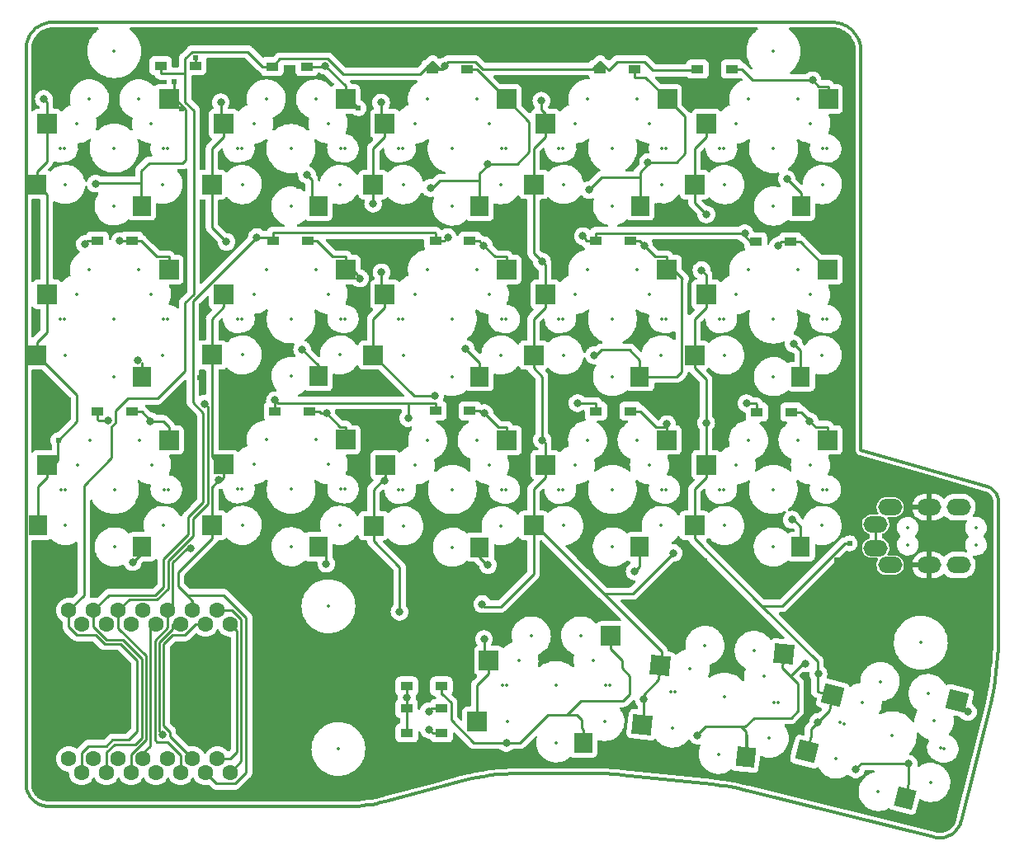
<source format=gbl>
%TF.GenerationSoftware,KiCad,Pcbnew,(6.0.6)*%
%TF.CreationDate,2022-10-07T23:53:13+09:00*%
%TF.ProjectId,split-mini,73706c69-742d-46d6-996e-692e6b696361,rev?*%
%TF.SameCoordinates,Original*%
%TF.FileFunction,Copper,L2,Bot*%
%TF.FilePolarity,Positive*%
%FSLAX46Y46*%
G04 Gerber Fmt 4.6, Leading zero omitted, Abs format (unit mm)*
G04 Created by KiCad (PCBNEW (6.0.6)) date 2022-10-07 23:53:13*
%MOMM*%
%LPD*%
G01*
G04 APERTURE LIST*
G04 Aperture macros list*
%AMRotRect*
0 Rectangle, with rotation*
0 The origin of the aperture is its center*
0 $1 length*
0 $2 width*
0 $3 Rotation angle, in degrees counterclockwise*
0 Add horizontal line*
21,1,$1,$2,0,0,$3*%
G04 Aperture macros list end*
%TA.AperFunction,Profile*%
%ADD10C,0.349999*%
%TD*%
%TA.AperFunction,SMDPad,CuDef*%
%ADD11R,2.000000X2.000000*%
%TD*%
%TA.AperFunction,SMDPad,CuDef*%
%ADD12R,1.900000X2.000000*%
%TD*%
%TA.AperFunction,SMDPad,CuDef*%
%ADD13R,1.300000X0.950000*%
%TD*%
%TA.AperFunction,SMDPad,CuDef*%
%ADD14RotRect,2.000000X2.000000X174.000000*%
%TD*%
%TA.AperFunction,SMDPad,CuDef*%
%ADD15RotRect,1.900000X2.000000X174.000000*%
%TD*%
%TA.AperFunction,SMDPad,CuDef*%
%ADD16RotRect,2.000000X2.000000X166.000000*%
%TD*%
%TA.AperFunction,SMDPad,CuDef*%
%ADD17RotRect,1.900000X2.000000X166.000000*%
%TD*%
%TA.AperFunction,SMDPad,CuDef*%
%ADD18R,1.850000X2.000000*%
%TD*%
%TA.AperFunction,ComponentPad*%
%ADD19O,2.500000X1.700000*%
%TD*%
%TA.AperFunction,ComponentPad*%
%ADD20C,1.600000*%
%TD*%
%TA.AperFunction,ViaPad*%
%ADD21C,0.605000*%
%TD*%
%TA.AperFunction,ViaPad*%
%ADD22C,0.800000*%
%TD*%
%TA.AperFunction,Conductor*%
%ADD23C,0.250000*%
%TD*%
%ADD24C,0.300000*%
%ADD25C,0.350000*%
%ADD26O,1.500000X1.000000*%
G04 APERTURE END LIST*
D10*
X120734058Y-85321050D02*
X120746346Y-84517181D01*
X94563467Y-99773630D02*
X95006416Y-99879974D01*
X21067121Y-99747413D02*
X21097288Y-99856121D01*
X95006416Y-99879974D02*
X95006416Y-99879974D01*
X106613959Y-23464589D02*
X106588365Y-23321274D01*
X21022792Y-99525582D02*
X21042263Y-99637170D01*
X21450528Y-100558221D02*
X21520346Y-100647842D01*
X23314208Y-21027240D02*
X23182826Y-21050152D01*
X120663178Y-69673555D02*
X120617953Y-69555976D01*
X120429619Y-69232038D02*
X120350533Y-69135311D01*
X116257734Y-104147387D02*
X116337281Y-104072331D01*
X65730083Y-98890289D02*
X65730083Y-98890289D01*
X104737877Y-21174101D02*
X104602654Y-21128344D01*
X120306060Y-89309528D02*
X120440307Y-88517806D01*
X106647491Y-64950611D02*
X106647491Y-23907794D01*
X114417834Y-104707695D02*
X114531519Y-104721167D01*
X22319756Y-101272024D02*
X22422725Y-101317646D01*
X21325017Y-100370023D02*
X21385392Y-100465551D01*
X116831755Y-103339065D02*
X116873233Y-103232363D01*
X114869318Y-104727193D02*
X114980256Y-104718084D01*
X116678483Y-103640152D02*
X116734207Y-103543064D01*
X21793434Y-21793513D02*
X21700478Y-21891184D01*
X106069327Y-22166530D02*
X105982931Y-22056589D01*
X105588428Y-21662081D02*
X105478488Y-21575683D01*
X104870037Y-21226211D02*
X104737877Y-21174101D01*
X79268402Y-98118347D02*
X79619825Y-98120645D01*
X119962618Y-68817891D02*
X119849615Y-68758387D01*
X120725055Y-69920137D02*
X120699003Y-69795107D01*
X21042263Y-99637170D02*
X21067121Y-99747413D01*
X120699003Y-69795107D02*
X120663178Y-69673555D01*
X81724553Y-98230937D02*
X82074291Y-98265381D01*
X119606995Y-68666672D02*
X106647491Y-64950611D01*
X21218860Y-100171147D02*
X21269480Y-100271825D01*
X21049932Y-23182830D02*
X21027007Y-23314210D01*
X23078052Y-101482078D02*
X23191759Y-101490535D01*
X20997490Y-99184639D02*
X21000327Y-99299127D01*
X115907617Y-104406218D02*
X115999590Y-104347927D01*
X105694026Y-21753553D02*
X105588428Y-21662081D01*
X105891460Y-21950990D02*
X105795097Y-21849917D01*
X23306244Y-101493370D02*
X54168747Y-101493347D01*
X23715622Y-20997488D02*
X23715622Y-20997488D01*
X21992830Y-21612950D02*
X21891115Y-21700567D01*
X57823814Y-101011581D02*
X57823814Y-101011581D01*
X120746346Y-84517181D02*
X120746346Y-70178646D01*
X120563702Y-69442866D02*
X120500800Y-69334721D01*
X120744992Y-70113118D02*
X120740961Y-70048149D01*
X21114721Y-22925043D02*
X21079201Y-23053033D01*
X21000556Y-23580829D02*
X20997215Y-23715622D01*
X93224898Y-99501293D02*
X93672605Y-99584271D01*
X115411094Y-104628832D02*
X115514710Y-104593834D01*
X116618357Y-103733828D02*
X116678483Y-103640152D01*
X55553294Y-101425245D02*
X56012088Y-101372398D01*
X21932681Y-101040365D02*
X22025351Y-101105499D01*
X79971141Y-98127542D02*
X80322305Y-98139037D01*
X94118828Y-99675056D02*
X94563467Y-99773630D01*
X119965073Y-90880112D02*
X120147626Y-90097149D01*
X21520346Y-100647842D02*
X21594767Y-100734227D01*
X21843058Y-100970549D02*
X21932681Y-101040365D01*
X116413290Y-103993343D02*
X116485588Y-103910527D01*
X114980256Y-104718084D02*
X115090076Y-104703590D01*
X92325451Y-99358830D02*
X92775813Y-99426140D01*
X119790967Y-68731954D02*
X119730949Y-68707815D01*
X22207471Y-21454070D02*
X22098356Y-21530754D01*
X103737228Y-20997492D02*
X23715622Y-20997488D01*
X116088715Y-104285289D02*
X116174821Y-104218407D01*
X105982931Y-22056589D02*
X105891460Y-21950990D01*
X104034787Y-21012522D02*
X103886991Y-21001281D01*
X116337281Y-104072331D02*
X116413290Y-103993343D01*
X22634779Y-101393589D02*
X22743485Y-101423753D01*
X23182826Y-21050152D02*
X23053027Y-21079407D01*
X21156400Y-22799082D02*
X21114721Y-22925043D01*
X21700478Y-21891184D02*
X21612850Y-21992890D01*
X105364387Y-21494542D02*
X105246308Y-21418842D01*
X22435573Y-21317612D02*
X22319950Y-21382992D01*
X69367896Y-98227495D02*
X70105548Y-98166918D01*
X22925033Y-21114915D02*
X22799069Y-21156581D01*
X103737228Y-20997492D02*
X103737228Y-20997492D01*
X115812969Y-104460058D02*
X115907617Y-104406218D01*
X54631255Y-101485768D02*
X55092893Y-101463051D01*
X82074291Y-98265381D02*
X91421310Y-99247810D01*
X104464550Y-21089126D02*
X104323750Y-21056627D01*
X21010518Y-23446950D02*
X21000556Y-23580829D01*
X104180434Y-21031031D02*
X104034787Y-21012522D01*
X119606995Y-68666672D02*
X119606995Y-68666672D01*
X22098356Y-21530754D02*
X21992830Y-21612950D01*
X115514710Y-104593834D02*
X115616343Y-104553970D01*
X21453948Y-22207514D02*
X21382859Y-22319987D01*
X106418789Y-22774986D02*
X106360509Y-22646071D01*
X106470898Y-22907146D02*
X106418789Y-22774986D01*
X80322305Y-98139037D02*
X80673272Y-98155126D01*
X21673714Y-100817184D02*
X21673714Y-100817184D01*
X106643705Y-23758032D02*
X106632466Y-23610236D01*
X55092893Y-101463051D02*
X55553294Y-101425245D01*
X80673272Y-98155126D02*
X81023999Y-98175807D01*
X105246308Y-21418842D02*
X105124435Y-21348765D01*
X106647491Y-64950611D02*
X106647491Y-64950611D01*
X57823814Y-101011581D02*
X65730083Y-98890289D01*
X56468906Y-101304560D02*
X56923379Y-101221779D01*
X79268402Y-98118347D02*
X79268402Y-98118347D01*
X106296240Y-22520586D02*
X106226164Y-22398712D01*
X70105548Y-98166918D02*
X70845185Y-98130517D01*
X116940735Y-103010071D02*
X116940735Y-103010071D01*
X54168747Y-101493347D02*
X54168747Y-101493347D01*
X119730949Y-68707815D02*
X119669610Y-68686034D01*
X106647491Y-23907794D02*
X106643705Y-23758032D01*
X21204145Y-22675373D02*
X21156400Y-22799082D01*
X116554001Y-103823988D02*
X116618357Y-103733828D01*
X56012088Y-101372398D02*
X56468906Y-101304560D01*
X57375138Y-101124103D02*
X57823814Y-101011581D01*
X120746346Y-70178646D02*
X120744992Y-70113118D01*
X67900910Y-98420864D02*
X68632820Y-98312169D01*
X21000327Y-99299127D02*
X21008788Y-99412838D01*
X23053027Y-21079407D02*
X22925033Y-21114915D01*
X91421310Y-99247810D02*
X91873916Y-99299381D01*
X71586216Y-98118370D02*
X71586216Y-98118370D01*
X21382859Y-22319987D02*
X21317467Y-22435603D01*
X20997490Y-99184639D02*
X20997490Y-99184639D01*
X21673714Y-100817184D02*
X21756673Y-100896129D01*
X114189873Y-104662933D02*
X114189873Y-104662933D01*
X21612850Y-21992890D02*
X21530643Y-22098408D01*
X23191759Y-101490535D02*
X23306244Y-101493370D01*
X82074291Y-98265381D02*
X82074291Y-98265381D01*
X115090076Y-104703590D02*
X115198604Y-104683814D01*
X21891115Y-21700567D02*
X21793434Y-21793513D01*
X106632466Y-23610236D02*
X106613959Y-23464589D01*
X92775813Y-99426140D02*
X93224898Y-99501293D01*
X120697243Y-86123603D02*
X120734058Y-85321050D01*
X22965311Y-101468076D02*
X23078052Y-101482078D01*
X114757434Y-104730812D02*
X114869318Y-104727193D01*
X21756673Y-100896129D02*
X21843058Y-100970549D01*
X116940735Y-103010071D02*
X119965073Y-90880112D01*
X120734300Y-69983801D02*
X120725055Y-69920137D01*
X119669610Y-68686034D02*
X119606995Y-68666672D01*
X23580829Y-21000816D02*
X23446950Y-21010763D01*
X115999590Y-104347927D02*
X116088715Y-104285289D01*
X106226164Y-22398712D02*
X106150466Y-22280632D01*
X81374440Y-98201078D02*
X81724553Y-98230937D01*
X104998950Y-21284494D02*
X104870037Y-21226211D01*
X22120879Y-101165872D02*
X22219077Y-101221407D01*
X116485588Y-103910527D02*
X116554001Y-103823988D01*
X21079201Y-23053033D02*
X21049932Y-23182830D01*
X23446950Y-21010763D02*
X23314208Y-21027240D01*
X116909617Y-103122663D02*
X116940735Y-103010071D01*
X22554116Y-21258022D02*
X22435573Y-21317612D01*
X120147626Y-90097149D02*
X120306060Y-89309528D01*
X21530643Y-22098408D02*
X21453948Y-22207514D01*
X106588365Y-23321274D02*
X106555869Y-23180473D01*
X120635967Y-86924286D02*
X120697243Y-86123603D01*
X116873233Y-103232363D02*
X116909617Y-103122663D01*
X68632820Y-98312169D02*
X69367896Y-98227495D01*
X22743485Y-101423753D02*
X22853726Y-101448609D01*
X120440307Y-88517806D02*
X120550299Y-87722539D01*
X22527796Y-101358194D02*
X22634779Y-101393589D01*
X21132686Y-99963106D02*
X21173236Y-100068177D01*
X22025351Y-101105499D02*
X22120879Y-101165872D01*
X95006416Y-99879974D02*
X114189873Y-104662933D01*
X21385392Y-100465551D02*
X21450528Y-100558221D01*
X21008788Y-99412838D02*
X21022792Y-99525582D01*
X115198604Y-104683814D02*
X115305668Y-104658860D01*
X67172756Y-98553501D02*
X67900910Y-98420864D01*
X106150466Y-22280632D02*
X106069327Y-22166530D01*
X21097288Y-99856121D02*
X21132686Y-99963106D01*
X120500800Y-69334721D02*
X120429619Y-69232038D01*
X21027007Y-23314210D02*
X21010518Y-23446950D01*
X116174821Y-104218407D02*
X116257734Y-104147387D01*
X120263917Y-69045037D02*
X120170143Y-68961712D01*
X70845185Y-98130517D02*
X71586216Y-98118370D01*
X91421310Y-99247810D02*
X91421310Y-99247810D01*
X22675355Y-21204314D02*
X22554116Y-21258022D01*
X21257865Y-22554139D02*
X21204145Y-22675373D01*
X22422725Y-101317646D02*
X22527796Y-101358194D01*
X114644776Y-104728838D02*
X114757434Y-104730812D01*
X116734207Y-103543064D02*
X116785355Y-103442667D01*
X120350533Y-69135311D02*
X120263917Y-69045037D01*
X120550299Y-87722539D02*
X120635967Y-86924286D01*
X21594767Y-100734227D02*
X21673714Y-100817184D01*
X106360509Y-22646071D02*
X106296240Y-22520586D01*
X79619825Y-98120645D02*
X79971141Y-98127542D01*
X115715821Y-104509343D02*
X115812969Y-104460058D01*
X120746346Y-70178646D02*
X120746346Y-70178646D01*
X20997215Y-23715622D02*
X20997215Y-23715622D01*
X104323750Y-21056627D02*
X104180434Y-21031031D01*
X71586216Y-98118370D02*
X79268402Y-98118347D01*
X105795097Y-21849917D02*
X105694026Y-21753553D01*
X119849615Y-68758387D02*
X119790967Y-68731954D01*
X54168747Y-101493347D02*
X54631255Y-101485768D01*
X116785355Y-103442667D02*
X116831755Y-103339065D01*
X120170143Y-68961712D02*
X120069586Y-68885831D01*
X66448951Y-98710002D02*
X67172756Y-98553501D01*
X104602654Y-21128344D02*
X104464550Y-21089126D01*
X114189873Y-104662933D02*
X114303894Y-104688319D01*
X22799069Y-21156581D02*
X22675355Y-21204314D01*
X120746346Y-84517181D02*
X120746346Y-84517181D01*
X120617953Y-69555976D02*
X120563702Y-69442866D01*
X114303894Y-104688319D02*
X114417834Y-104707695D01*
X106555869Y-23180473D02*
X106516652Y-23042369D01*
X65730083Y-98890289D02*
X66448951Y-98710002D01*
X81023999Y-98175807D02*
X81374440Y-98201078D01*
X21173236Y-100068177D02*
X21218860Y-100171147D01*
X115616343Y-104553970D02*
X115715821Y-104509343D01*
X106516652Y-23042369D02*
X106470898Y-22907146D01*
X23715622Y-20997488D02*
X23580829Y-21000816D01*
X120740961Y-70048149D02*
X120734300Y-69983801D01*
X22219077Y-101221407D02*
X22319756Y-101272024D01*
X56923379Y-101221779D02*
X57375138Y-101124103D01*
X103886991Y-21001281D02*
X103737228Y-20997492D01*
X22853726Y-101448609D02*
X22965311Y-101468076D01*
X105478488Y-21575683D02*
X105364387Y-21494542D01*
X119965073Y-90880112D02*
X119965073Y-90880112D01*
X105124435Y-21348765D02*
X104998950Y-21284494D01*
X21793434Y-21793513D02*
X21793434Y-21793513D01*
X93672605Y-99584271D02*
X94118828Y-99675056D01*
X21317467Y-22435603D02*
X21257865Y-22554139D01*
X20997215Y-23715622D02*
X20997490Y-99184639D01*
X23306244Y-101493370D02*
X23306244Y-101493370D01*
X22319950Y-21382992D02*
X22207471Y-21454070D01*
X91873916Y-99299381D02*
X92325451Y-99358830D01*
X120069586Y-68885831D02*
X119962618Y-68817891D01*
X21269480Y-100271825D02*
X21325017Y-100370023D01*
X115305668Y-104658860D02*
X115411094Y-104628832D01*
X114531519Y-104721167D02*
X114644776Y-104728838D01*
D11*
%TO.P,SW10,1,1*%
%TO.N,col4*%
X90780000Y-48930000D03*
X89580000Y-55170000D03*
D12*
%TO.P,SW10,2,2*%
%TO.N,Net-(D10-Pad2)*%
X100480000Y-57370000D03*
D11*
X103280000Y-46390000D03*
%TD*%
D13*
%TO.P,D13,1,K*%
%TO.N,row2*%
X62985000Y-60890000D03*
%TO.P,D13,2,A*%
%TO.N,Net-(D13-Pad2)*%
X66535000Y-60890000D03*
%TD*%
D11*
%TO.P,SW13,1,1*%
%TO.N,col2*%
X57840000Y-66440000D03*
X56640000Y-72680000D03*
D12*
%TO.P,SW13,2,2*%
%TO.N,Net-(D13-Pad2)*%
X67540000Y-74880000D03*
D11*
X70340000Y-63900000D03*
%TD*%
%TO.P,SW9,1,1*%
%TO.N,col3*%
X74270000Y-48920000D03*
X73070000Y-55160000D03*
D12*
%TO.P,SW9,2,2*%
%TO.N,Net-(D9-Pad2)*%
X83970000Y-57360000D03*
D11*
X86770000Y-46380000D03*
%TD*%
D13*
%TO.P,D10,1,K*%
%TO.N,row1*%
X95865000Y-43530000D03*
%TO.P,D10,2,A*%
%TO.N,Net-(D10-Pad2)*%
X99415000Y-43530000D03*
%TD*%
D11*
%TO.P,SW7,1,1*%
%TO.N,col1*%
X41280000Y-48910000D03*
X40080000Y-55150000D03*
D12*
%TO.P,SW7,2,2*%
%TO.N,Net-(D7-Pad2)*%
X50980000Y-57350000D03*
D11*
X53780000Y-46370000D03*
%TD*%
D14*
%TO.P,SW17,1,1*%
%TO.N,col3*%
X86056201Y-87039368D03*
X84210517Y-93119750D03*
D15*
%TO.P,SW17,2,2*%
%TO.N,Net-(D17-Pad2)*%
X94820843Y-96447059D03*
D14*
X98753227Y-85819888D03*
%TD*%
D11*
%TO.P,SW6,1,1*%
%TO.N,col0*%
X23140000Y-48920000D03*
D12*
X22100000Y-55160000D03*
%TO.P,SW6,2,2*%
%TO.N,Net-(D6-Pad2)*%
X32840000Y-57360000D03*
D11*
X35640000Y-46380000D03*
%TD*%
%TO.P,SW11,1,1*%
%TO.N,col0*%
X23150000Y-66420000D03*
D12*
X22200000Y-72660000D03*
%TO.P,SW11,2,2*%
%TO.N,Net-(D11-Pad2)*%
X32850000Y-74860000D03*
D11*
X35650000Y-63880000D03*
%TD*%
%TO.P,SW3,1,1*%
%TO.N,col2*%
X57810000Y-31410000D03*
X56610000Y-37650000D03*
D12*
%TO.P,SW3,2,2*%
%TO.N,Net-(D3-Pad2)*%
X67510000Y-39850000D03*
D11*
X70310000Y-28870000D03*
%TD*%
%TO.P,SW5,2,2*%
%TO.N,Net-(D5-Pad2)*%
X103290000Y-28880000D03*
D12*
X100490000Y-39860000D03*
D11*
%TO.P,SW5,1,1*%
%TO.N,col4*%
X89590000Y-37660000D03*
X90790000Y-31420000D03*
%TD*%
%TO.P,SW15,1,1*%
%TO.N,col4*%
X90770000Y-66420000D03*
X89570000Y-72660000D03*
D12*
%TO.P,SW15,2,2*%
%TO.N,Net-(D15-Pad2)*%
X100470000Y-74860000D03*
D11*
X103270000Y-63880000D03*
%TD*%
%TO.P,SW16,1,1*%
%TO.N,col2*%
X68470000Y-86540000D03*
X67270000Y-92780000D03*
D12*
%TO.P,SW16,2,2*%
%TO.N,Net-(D16-Pad2)*%
X78170000Y-94980000D03*
D11*
X80970000Y-84000000D03*
%TD*%
D16*
%TO.P,SW18,2,2*%
%TO.N,Net-(D18-Pad2)*%
X116531719Y-90664660D03*
D17*
X111158589Y-100641126D03*
D16*
%TO.P,SW18,1,1*%
%TO.N,col4*%
X101114594Y-95869527D03*
X103788541Y-90105188D03*
%TD*%
D11*
%TO.P,SW8,1,1*%
%TO.N,col2*%
X57810000Y-48920000D03*
X56610000Y-55160000D03*
D12*
%TO.P,SW8,2,2*%
%TO.N,Net-(D8-Pad2)*%
X67510000Y-57360000D03*
D11*
X70310000Y-46380000D03*
%TD*%
%TO.P,SW2,1,1*%
%TO.N,col1*%
X41270000Y-31410000D03*
X40070000Y-37650000D03*
D12*
%TO.P,SW2,2,2*%
%TO.N,Net-(D2-Pad2)*%
X50970000Y-39850000D03*
D11*
X53770000Y-28870000D03*
%TD*%
%TO.P,SW12,1,1*%
%TO.N,col1*%
X41280000Y-66400000D03*
X40080000Y-72640000D03*
D12*
%TO.P,SW12,2,2*%
%TO.N,Net-(D12-Pad2)*%
X50980000Y-74840000D03*
D11*
X53780000Y-63860000D03*
%TD*%
%TO.P,SW14,1,1*%
%TO.N,col3*%
X74260000Y-66420000D03*
X73060000Y-72660000D03*
D12*
%TO.P,SW14,2,2*%
%TO.N,Net-(D14-Pad2)*%
X83960000Y-74860000D03*
D11*
X86760000Y-63880000D03*
%TD*%
%TO.P,SW1,1,1*%
%TO.N,col0*%
X23140000Y-31390000D03*
D18*
X22100000Y-37630000D03*
D12*
%TO.P,SW1,2,2*%
%TO.N,Net-(D1-Pad2)*%
X32840000Y-39830000D03*
D11*
X35640000Y-28850000D03*
%TD*%
%TO.P,SW4,1,1*%
%TO.N,col3*%
X74280000Y-31390000D03*
X73080000Y-37630000D03*
D12*
%TO.P,SW4,2,2*%
%TO.N,Net-(D4-Pad2)*%
X83980000Y-39830000D03*
D11*
X86780000Y-28850000D03*
%TD*%
D13*
%TO.P,D7,1,K*%
%TO.N,row1*%
X46315000Y-43410000D03*
%TO.P,D7,2,A*%
%TO.N,Net-(D7-Pad2)*%
X49865000Y-43410000D03*
%TD*%
%TO.P,D6,1,K*%
%TO.N,row1*%
X28305000Y-43450000D03*
%TO.P,D6,2,A*%
%TO.N,Net-(D6-Pad2)*%
X31855000Y-43450000D03*
%TD*%
%TO.P,D9,1,K*%
%TO.N,row1*%
X79415000Y-43450000D03*
%TO.P,D9,2,A*%
%TO.N,Net-(D9-Pad2)*%
X82965000Y-43450000D03*
%TD*%
%TO.P,D16,1,K*%
%TO.N,row3*%
X60055000Y-89150000D03*
%TO.P,D16,2,A*%
%TO.N,Net-(D16-Pad2)*%
X63605000Y-89150000D03*
%TD*%
%TO.P,D11,1,K*%
%TO.N,row2*%
X28315000Y-60950000D03*
%TO.P,D11,2,A*%
%TO.N,Net-(D11-Pad2)*%
X31865000Y-60950000D03*
%TD*%
%TO.P,D14,1,K*%
%TO.N,row2*%
X79475000Y-60910000D03*
%TO.P,D14,2,A*%
%TO.N,Net-(D14-Pad2)*%
X83025000Y-60910000D03*
%TD*%
%TO.P,D17,1,K*%
%TO.N,row3*%
X60035000Y-91450000D03*
%TO.P,D17,2,A*%
%TO.N,Net-(D17-Pad2)*%
X63585000Y-91450000D03*
%TD*%
%TO.P,D1,1,K*%
%TO.N,row0*%
X34795000Y-25440000D03*
%TO.P,D1,2,A*%
%TO.N,Net-(D1-Pad2)*%
X38345000Y-25440000D03*
%TD*%
%TO.P,D18,1,K*%
%TO.N,row3*%
X60075000Y-93940000D03*
%TO.P,D18,2,A*%
%TO.N,Net-(D18-Pad2)*%
X63625000Y-93940000D03*
%TD*%
%TO.P,D4,1,K*%
%TO.N,row0*%
X79895000Y-25820000D03*
%TO.P,D4,2,A*%
%TO.N,Net-(D4-Pad2)*%
X83445000Y-25820000D03*
%TD*%
D19*
%TO.P,J1,A*%
%TO.N,unconnected-(J1-PadA)*%
X108160000Y-74975000D03*
X108160000Y-72525000D03*
%TO.P,J1,B*%
%TO.N,data*%
X116660000Y-76725000D03*
X116660000Y-70775000D03*
%TO.P,J1,C*%
%TO.N,GND*%
X113660000Y-76725000D03*
X113660000Y-70775000D03*
%TO.P,J1,D*%
%TO.N,VCC*%
X109660000Y-76725000D03*
X109660000Y-70775000D03*
%TD*%
D13*
%TO.P,D3,1,K*%
%TO.N,row0*%
X62715000Y-25820000D03*
%TO.P,D3,2,A*%
%TO.N,Net-(D3-Pad2)*%
X66265000Y-25820000D03*
%TD*%
D20*
%TO.P,U1,1,GP26*%
%TO.N,row0*%
X26686500Y-98011200D03*
X25387500Y-81378700D03*
%TO.P,U1,2,GP27*%
%TO.N,row1*%
X27927500Y-81378700D03*
X29226500Y-98011200D03*
%TO.P,U1,3,GP28*%
%TO.N,row2*%
X30467500Y-81378700D03*
X31766500Y-98011200D03*
%TO.P,U1,4,GP29*%
%TO.N,row3*%
X34306500Y-98011200D03*
X33007500Y-81378700D03*
%TO.P,U1,5,GP6_SDA*%
%TO.N,col0*%
X35547500Y-81378700D03*
X36846500Y-98011200D03*
%TO.P,U1,6,GP7_SCL*%
%TO.N,col1*%
X38087500Y-81378700D03*
X39386500Y-98011200D03*
%TO.P,U1,7,GP0_TX*%
%TO.N,unconnected-(U1-Pad7)*%
X40627500Y-81378700D03*
X41926500Y-98011200D03*
%TO.P,U1,8,GP1_RX*%
%TO.N,data*%
X41926500Y-82776200D03*
X40627500Y-96613700D03*
%TO.P,U1,9,GP2*%
%TO.N,col4*%
X39386500Y-82776200D03*
X38087500Y-96613700D03*
%TO.P,U1,10,GP4*%
%TO.N,col3*%
X35547500Y-96613700D03*
X36846500Y-82776200D03*
%TO.P,U1,11,GP3*%
%TO.N,col2*%
X34306500Y-82776200D03*
X33007500Y-96613700D03*
%TO.P,U1,12,3V3*%
%TO.N,unconnected-(U1-Pad12)*%
X31766500Y-82776200D03*
X30467500Y-96613700D03*
%TO.P,U1,13,GND*%
%TO.N,GND*%
X27927500Y-96613700D03*
X29226500Y-82776200D03*
%TO.P,U1,14,5V*%
%TO.N,VCC*%
X26686500Y-82776200D03*
X25387500Y-96613700D03*
%TD*%
D13*
%TO.P,D15,1,K*%
%TO.N,row2*%
X95985000Y-61020000D03*
%TO.P,D15,2,A*%
%TO.N,Net-(D15-Pad2)*%
X99535000Y-61020000D03*
%TD*%
%TO.P,D5,1,K*%
%TO.N,row0*%
X89885000Y-25800000D03*
%TO.P,D5,2,A*%
%TO.N,Net-(D5-Pad2)*%
X93435000Y-25800000D03*
%TD*%
%TO.P,D8,1,K*%
%TO.N,row1*%
X62985000Y-43450000D03*
%TO.P,D8,2,A*%
%TO.N,Net-(D8-Pad2)*%
X66535000Y-43450000D03*
%TD*%
%TO.P,D2,1,K*%
%TO.N,row0*%
X46245000Y-25530000D03*
%TO.P,D2,2,A*%
%TO.N,Net-(D2-Pad2)*%
X49795000Y-25530000D03*
%TD*%
%TO.P,D12,1,K*%
%TO.N,row2*%
X46535000Y-60920000D03*
%TO.P,D12,2,A*%
%TO.N,Net-(D12-Pad2)*%
X50085000Y-60920000D03*
%TD*%
D21*
%TO.N,col1*%
X41300000Y-48400000D03*
%TO.N,col0*%
X24302500Y-63902500D03*
%TO.N,GND*%
X95200000Y-70800000D03*
X78400000Y-70100000D03*
X60300000Y-76100000D03*
X65400000Y-72100000D03*
X88900000Y-62100000D03*
X104500000Y-59400000D03*
%TO.N,col4*%
X105500000Y-74500000D03*
%TO.N,GND*%
X61800000Y-35500000D03*
X56200000Y-27800000D03*
%TO.N,Net-(D2-Pad2)*%
X55100000Y-29800000D03*
%TO.N,Net-(D1-Pad2)*%
X38345000Y-24655000D03*
X36200000Y-27100000D03*
X36940000Y-29860800D03*
%TO.N,GND*%
X78300000Y-52100000D03*
X84400000Y-53000000D03*
X37600000Y-69700000D03*
X24000000Y-77100000D03*
X33000000Y-69500000D03*
X26700000Y-34800000D03*
X22100000Y-52000000D03*
X36800000Y-58900000D03*
X22300000Y-63700000D03*
X90600000Y-76300000D03*
X43800000Y-27200000D03*
X24800000Y-23000000D03*
X49000000Y-37800000D03*
X59700000Y-40500000D03*
X84200000Y-34000000D03*
X78100000Y-34900000D03*
X100782990Y-34482844D03*
X100800000Y-33500000D03*
X76800000Y-26800000D03*
X72700000Y-27600000D03*
X86000000Y-39800000D03*
X71200000Y-40500000D03*
X74397134Y-40391878D03*
X74900000Y-44100000D03*
X56485646Y-43782888D03*
X55400000Y-41100000D03*
X45500000Y-36400000D03*
X39356699Y-27958175D03*
X71200000Y-44200000D03*
X88300000Y-41600000D03*
X95400000Y-54100000D03*
X92797713Y-58771654D03*
X88300000Y-58800000D03*
X103200000Y-42000000D03*
X30500000Y-30400000D03*
X72500000Y-58600000D03*
X65800000Y-84200000D03*
X89400000Y-44200000D03*
X104900000Y-42000000D03*
X39500000Y-31100000D03*
X39500000Y-44800000D03*
X22172493Y-43298334D03*
X38800000Y-57500000D03*
X37800000Y-62500000D03*
X39000000Y-50800000D03*
X56400000Y-58200000D03*
X103276620Y-24266557D03*
X95100000Y-81500000D03*
X101300000Y-90900000D03*
X98700000Y-96700000D03*
X100800000Y-99500000D03*
X84500000Y-96100000D03*
X76000000Y-81400000D03*
X75000000Y-77100000D03*
X105200000Y-81500000D03*
X39000000Y-87700000D03*
X42700000Y-40800000D03*
X94600000Y-34700000D03*
X37200000Y-41000000D03*
X24600000Y-42600000D03*
X36100000Y-44200000D03*
X41900000Y-76200000D03*
X104200000Y-76200000D03*
X46700000Y-92200000D03*
X57100000Y-86200000D03*
X72700000Y-61500000D03*
X56700000Y-62600000D03*
X42600000Y-58900000D03*
D22*
%TO.N,Net-(D10-Pad2)*%
X99755000Y-54005000D03*
%TO.N,Net-(D14-Pad2)*%
X83440000Y-77370000D03*
%TO.N,Net-(D5-Pad2)*%
X99060000Y-37080000D03*
%TO.N,Net-(D2-Pad2)*%
X49820000Y-36650000D03*
%TO.N,Net-(D6-Pad2)*%
X32500000Y-55700000D03*
%TO.N,Net-(D12-Pad2)*%
X51800000Y-76580000D03*
%TO.N,Net-(D8-Pad2)*%
X66100000Y-54520000D03*
%TO.N,Net-(D13-Pad2)*%
X68383500Y-76716500D03*
X68029100Y-61115000D03*
%TO.N,col3*%
X87410000Y-75480000D03*
%TO.N,Net-(D15-Pad2)*%
X99575000Y-72055000D03*
%TO.N,Net-(D18-Pad2)*%
X106119400Y-97703900D03*
%TO.N,col4*%
X90300000Y-46440000D03*
%TO.N,Net-(D9-Pad2)*%
X79260000Y-55180000D03*
%TO.N,col3*%
X73870000Y-29050000D03*
%TO.N,Net-(D4-Pad2)*%
X78750000Y-38200000D03*
%TO.N,col1*%
X40970000Y-29210000D03*
%TO.N,Net-(D3-Pad2)*%
X62480000Y-37990000D03*
%TO.N,col2*%
X57420000Y-29220000D03*
X57784700Y-68075300D03*
X57460000Y-46680000D03*
%TO.N,Net-(D7-Pad2)*%
X49330000Y-54580000D03*
X55246400Y-47293600D03*
%TO.N,Net-(D11-Pad2)*%
X31940000Y-76410000D03*
%TO.N,Net-(D1-Pad2)*%
X28130000Y-37560000D03*
%TO.N,col4*%
X102300000Y-87910000D03*
X102259850Y-92839850D03*
%TO.N,col2*%
X67980000Y-84320000D03*
%TO.N,Net-(D17-Pad2)*%
X89890000Y-94220000D03*
%TO.N,Net-(D18-Pad2)*%
X111556100Y-97130000D03*
X117630000Y-91810000D03*
%TO.N,col4*%
X90770000Y-62120200D03*
X90791000Y-40714500D03*
%TO.N,col3*%
X84363500Y-90471900D03*
X35031000Y-94145500D03*
X73931500Y-45555100D03*
X73942700Y-63871000D03*
X67800000Y-80729500D03*
%TO.N,col2*%
X59313797Y-81513797D03*
X62962800Y-59362500D03*
X56610000Y-39604900D03*
%TO.N,col1*%
X40792700Y-68003600D03*
X41560000Y-43530000D03*
%TO.N,col0*%
X22813600Y-28850000D03*
X37891100Y-74973600D03*
%TO.N,row3*%
X60055000Y-90300000D03*
%TO.N,row2*%
X94901500Y-60109700D03*
X46535000Y-59804800D03*
X29429000Y-61851500D03*
X77577400Y-60089700D03*
X39327400Y-60149700D03*
X60200600Y-61632800D03*
%TO.N,Net-(D18-Pad2)*%
X62359400Y-93627600D03*
%TO.N,Net-(D17-Pad2)*%
X62312900Y-91746800D03*
X100974700Y-86825400D03*
%TO.N,Net-(D16-Pad2)*%
X70271600Y-94980000D03*
%TO.N,Net-(D15-Pad2)*%
X101390200Y-61955200D03*
%TO.N,Net-(D14-Pad2)*%
X86760000Y-62260400D03*
%TO.N,Net-(D12-Pad2)*%
X51808100Y-61130000D03*
%TO.N,Net-(D11-Pad2)*%
X33760500Y-61952000D03*
%TO.N,row1*%
X64255100Y-43049800D03*
X78124400Y-42937300D03*
X94732300Y-42657300D03*
X27028600Y-43751100D03*
X44665700Y-43054500D03*
%TO.N,Net-(D10-Pad2)*%
X98163200Y-43966200D03*
%TO.N,Net-(D9-Pad2)*%
X84426700Y-43936300D03*
%TO.N,Net-(D8-Pad2)*%
X67957800Y-43897400D03*
%TO.N,Net-(D6-Pad2)*%
X30597600Y-43450000D03*
%TO.N,Net-(D5-Pad2)*%
X101689900Y-26940100D03*
%TO.N,Net-(D4-Pad2)*%
X84810000Y-35350000D03*
%TO.N,Net-(D3-Pad2)*%
X68340000Y-35530000D03*
%TO.N,Net-(D2-Pad2)*%
X51663100Y-25449000D03*
%TO.N,row0*%
X63972700Y-25476100D03*
%TD*%
D23*
%TO.N,col0*%
X24302500Y-63902500D02*
X26200000Y-62004999D01*
%TO.N,col1*%
X37500000Y-79800000D02*
X37350000Y-79650000D01*
X37350000Y-79650000D02*
X36600000Y-78900000D01*
X38087500Y-80387500D02*
X37350000Y-79650000D01*
X41267000Y-79800000D02*
X37500000Y-79800000D01*
X38087500Y-81378700D02*
X38087500Y-80387500D01*
%TO.N,row1*%
X27927500Y-81378700D02*
X29500600Y-79805600D01*
X39180000Y-70253604D02*
X39180000Y-61082100D01*
X39180000Y-61082100D02*
X38097800Y-59999900D01*
X29500600Y-79805600D02*
X31404204Y-79805600D01*
X31404204Y-79805600D02*
X31406104Y-79803700D01*
X31406104Y-79803700D02*
X34259904Y-79803700D01*
X35100000Y-78963604D02*
X35100000Y-76102999D01*
X34259904Y-79803700D02*
X35100000Y-78963604D01*
X35100000Y-76102999D02*
X37650000Y-73552999D01*
X38097800Y-59999900D02*
X38097800Y-49622400D01*
X38097800Y-49622400D02*
X44665700Y-43054500D01*
X37650000Y-73552999D02*
X37650000Y-71783604D01*
X37650000Y-71783604D02*
X39180000Y-70253604D01*
%TO.N,row2*%
X30467500Y-81378700D02*
X31592500Y-80253700D01*
X31592500Y-80253700D02*
X34446300Y-80253700D01*
X35550000Y-79150000D02*
X35550000Y-76289395D01*
X39630000Y-70440000D02*
X39630000Y-60452300D01*
X34446300Y-80253700D02*
X35550000Y-79150000D01*
X35550000Y-76289395D02*
X38100000Y-73739395D01*
X38100000Y-73739395D02*
X38100000Y-71970000D01*
X38100000Y-71970000D02*
X39630000Y-70440000D01*
X39630000Y-60452300D02*
X39327400Y-60149700D01*
%TO.N,col0*%
X35547500Y-81378700D02*
X36000000Y-80926200D01*
X36000000Y-76475396D02*
X37501796Y-74973600D01*
X37501796Y-74973600D02*
X37891100Y-74973600D01*
X36000000Y-80926200D02*
X36000000Y-76475396D01*
%TO.N,col1*%
X39386500Y-98011200D02*
X40532600Y-99157300D01*
X40532600Y-99157300D02*
X42433400Y-99157300D01*
X36600000Y-78900000D02*
X36600000Y-77445300D01*
X42433400Y-99157300D02*
X43574300Y-98016400D01*
X36600000Y-77445300D02*
X40080000Y-73965300D01*
X43574300Y-98016400D02*
X43574300Y-82107300D01*
X43574300Y-82107300D02*
X41267000Y-79800000D01*
X40080000Y-73965300D02*
X40080000Y-72640000D01*
%TO.N,col4*%
X96492350Y-80907650D02*
X98604930Y-80907650D01*
X105012580Y-74500000D02*
X105500000Y-74500000D01*
X98604930Y-80907650D02*
X105012580Y-74500000D01*
X102181900Y-86597200D02*
X96492350Y-80907650D01*
X96492350Y-80907650D02*
X89570000Y-73985300D01*
%TO.N,Net-(D2-Pad2)*%
X54170000Y-28870000D02*
X55100000Y-29800000D01*
X53770000Y-28870000D02*
X54170000Y-28870000D01*
%TO.N,Net-(D1-Pad2)*%
X38345000Y-25440000D02*
X38345000Y-24655000D01*
X36200000Y-27100000D02*
X36200000Y-28290000D01*
X36200000Y-28290000D02*
X35640000Y-28850000D01*
%TO.N,row0*%
X46245000Y-25530000D02*
X45269700Y-25530000D01*
X45269700Y-25530000D02*
X43739700Y-24000000D01*
X43739700Y-24000000D02*
X38010000Y-24000000D01*
X38010000Y-24000000D02*
X37309100Y-24700900D01*
X37309100Y-24700900D02*
X37309100Y-26240300D01*
%TO.N,col0*%
X23150000Y-67082600D02*
X24279649Y-65952951D01*
X26200000Y-59260000D02*
X22100000Y-55160000D01*
X24279649Y-65952951D02*
X24279649Y-63925350D01*
X24279649Y-63925350D02*
X24302500Y-63902500D01*
X26200000Y-62004999D02*
X26200000Y-59260000D01*
%TO.N,row1*%
X79415000Y-42649700D02*
X94724700Y-42649700D01*
%TO.N,row0*%
X62715000Y-25019700D02*
X61434700Y-26300000D01*
X61434700Y-26300000D02*
X53539405Y-26300000D01*
X53539405Y-26300000D02*
X51963405Y-24724000D01*
X51963405Y-24724000D02*
X47051000Y-24724000D01*
X47051000Y-24724000D02*
X46245000Y-25530000D01*
X79895000Y-25019700D02*
X80775300Y-25900000D01*
X80775300Y-25900000D02*
X81655300Y-25020000D01*
X81655300Y-25020000D02*
X84420000Y-25020000D01*
X84420000Y-25020000D02*
X85300000Y-25900000D01*
X85300000Y-25900000D02*
X89785000Y-25900000D01*
X89785000Y-25900000D02*
X89885000Y-25800000D01*
X62715000Y-25019700D02*
X63495300Y-25800000D01*
X63495300Y-25800000D02*
X64275300Y-25020000D01*
X64275300Y-25020000D02*
X67096396Y-25020000D01*
X79114700Y-25800000D02*
X79895000Y-25019700D01*
X67096396Y-25020000D02*
X67876396Y-25800000D01*
X67876396Y-25800000D02*
X79114700Y-25800000D01*
%TO.N,col0*%
X22100000Y-37630000D02*
X23140000Y-38670000D01*
X23140000Y-38670000D02*
X23140000Y-48920000D01*
%TO.N,data*%
X40627500Y-96613700D02*
X41966300Y-96613700D01*
X42631900Y-83481600D02*
X41926500Y-82776200D01*
X41966300Y-96613700D02*
X42631900Y-95948100D01*
X42631900Y-95948100D02*
X42631900Y-83481600D01*
%TO.N,row0*%
X26686500Y-98011200D02*
X26686500Y-95993500D01*
X26686500Y-95993500D02*
X27370000Y-95310000D01*
X27370000Y-95310000D02*
X29233604Y-95310000D01*
X29233604Y-95310000D02*
X29873604Y-94670000D01*
X29873604Y-94670000D02*
X31530000Y-94670000D01*
X32395098Y-86501494D02*
X30710795Y-84817191D01*
X31530000Y-94670000D02*
X32395098Y-93804902D01*
X32395098Y-93804902D02*
X32395098Y-86501494D01*
X25387500Y-83068191D02*
X25387500Y-81378700D01*
X30710795Y-84817191D02*
X29040104Y-84817191D01*
X29040104Y-84817191D02*
X28124113Y-83901200D01*
X28124113Y-83901200D02*
X26220509Y-83901200D01*
X26220509Y-83901200D02*
X25387500Y-83068191D01*
%TO.N,col4*%
X38087500Y-96613700D02*
X35756000Y-94282200D01*
X37312491Y-83901200D02*
X37971500Y-83242191D01*
X37971500Y-83242191D02*
X37971500Y-83218500D01*
X35756000Y-94282200D02*
X35756000Y-93845195D01*
X35756000Y-93845195D02*
X35095098Y-93184293D01*
X35095098Y-93184293D02*
X35095098Y-84851384D01*
X36045283Y-83901200D02*
X37312491Y-83901200D01*
X38413800Y-82776200D02*
X39386500Y-82776200D01*
X35095098Y-84851384D02*
X36045283Y-83901200D01*
X37971500Y-83218500D02*
X38413800Y-82776200D01*
%TO.N,col3*%
X35031000Y-94145500D02*
X34645098Y-93759598D01*
X34645098Y-84664988D02*
X35997500Y-83312587D01*
X34645098Y-93759598D02*
X34645098Y-84664988D01*
X35997500Y-83312587D02*
X35997500Y-82776200D01*
X35997500Y-82776200D02*
X36846500Y-82776200D01*
%TO.N,row1*%
X29226500Y-98011200D02*
X29226500Y-95953500D01*
X32176604Y-95120000D02*
X32845098Y-94451506D01*
X30897191Y-84367191D02*
X29226500Y-84367191D01*
X29226500Y-95953500D02*
X30060000Y-95120000D01*
X30060000Y-95120000D02*
X32176604Y-95120000D01*
X32845098Y-94451506D02*
X32845098Y-86315098D01*
X29226500Y-84367191D02*
X27927500Y-83068191D01*
X27927500Y-83068191D02*
X27927500Y-81378700D01*
X32845098Y-86315098D02*
X30897191Y-84367191D01*
%TO.N,row2*%
X31766500Y-98011200D02*
X31766500Y-96166500D01*
X30467500Y-83207500D02*
X30467500Y-81378700D01*
X31766500Y-96166500D02*
X33295098Y-94637902D01*
X33295098Y-94637902D02*
X33295098Y-86035098D01*
X33295098Y-86035098D02*
X30467500Y-83207500D01*
%TO.N,col0*%
X36846500Y-98011200D02*
X36846500Y-96226500D01*
X34195098Y-94655098D02*
X34195098Y-84478593D01*
X35547500Y-83126191D02*
X35547500Y-81378700D01*
X36846500Y-96226500D02*
X35490000Y-94870000D01*
X35490000Y-94870000D02*
X34410000Y-94870000D01*
X34410000Y-94870000D02*
X34195098Y-94655098D01*
X34195098Y-84478593D02*
X35547500Y-83126191D01*
%TO.N,col2*%
X34306500Y-82776200D02*
X33745098Y-83337602D01*
X33745098Y-83337602D02*
X33745098Y-95294902D01*
X33745098Y-95294902D02*
X33007500Y-96032500D01*
X33007500Y-96032500D02*
X33007500Y-96613700D01*
%TO.N,Net-(D10-Pad2)*%
X100480000Y-54720000D02*
X99780000Y-54020000D01*
X100480000Y-54737600D02*
X100480000Y-54720000D01*
%TO.N,Net-(D14-Pad2)*%
X83960000Y-76850000D02*
X83440000Y-77370000D01*
X83960000Y-74860000D02*
X83960000Y-76850000D01*
%TO.N,col3*%
X87410000Y-75480000D02*
X83230000Y-79660000D01*
X83230000Y-79660000D02*
X80286500Y-79660000D01*
X80286500Y-79660000D02*
X78203250Y-77576750D01*
%TO.N,Net-(D5-Pad2)*%
X100490000Y-38510000D02*
X99060000Y-37080000D01*
X100490000Y-39860000D02*
X100490000Y-38510000D01*
%TO.N,Net-(D4-Pad2)*%
X84810000Y-35350000D02*
X84810000Y-35570000D01*
X84810000Y-35570000D02*
X83980000Y-36400000D01*
X83980000Y-36400000D02*
X83980000Y-36910000D01*
X84810000Y-35350000D02*
X87710000Y-35350000D01*
X88610000Y-30680000D02*
X86780000Y-28850000D01*
X87710000Y-35350000D02*
X88610000Y-34450000D01*
X88610000Y-34450000D02*
X88610000Y-30680000D01*
%TO.N,Net-(D2-Pad2)*%
X50970000Y-39850000D02*
X50320000Y-39200000D01*
X50320000Y-39200000D02*
X50320000Y-37150000D01*
X50320000Y-37150000D02*
X49820000Y-36650000D01*
%TO.N,Net-(D6-Pad2)*%
X32840000Y-57360000D02*
X32840000Y-55920000D01*
X31855000Y-43450000D02*
X30597600Y-43450000D01*
%TO.N,Net-(D12-Pad2)*%
X51800000Y-75660000D02*
X51800000Y-76580000D01*
X50980000Y-74840000D02*
X51800000Y-75660000D01*
%TO.N,Net-(D3-Pad2)*%
X68340000Y-35530000D02*
X71420000Y-35530000D01*
X72630000Y-33728904D02*
X72632667Y-33726237D01*
X71420000Y-35530000D02*
X72630000Y-34320000D01*
X68340000Y-35680000D02*
X67510000Y-36510000D01*
X72630000Y-34320000D02*
X72630000Y-33728904D01*
X72632667Y-33726237D02*
X72632667Y-31192667D01*
X72632667Y-31192667D02*
X70310000Y-28870000D01*
X67510000Y-36510000D02*
X67510000Y-37217600D01*
X68340000Y-35530000D02*
X68340000Y-35680000D01*
%TO.N,Net-(D8-Pad2)*%
X67510000Y-55930000D02*
X66100000Y-54520000D01*
X67510000Y-57360000D02*
X67510000Y-55930000D01*
%TO.N,Net-(D13-Pad2)*%
X67540000Y-75950000D02*
X68250000Y-76660000D01*
X67540000Y-74880000D02*
X67540000Y-75950000D01*
%TO.N,col3*%
X73286500Y-72660000D02*
X78203250Y-77576750D01*
X78203250Y-77576750D02*
X86209200Y-85582700D01*
%TO.N,Net-(D15-Pad2)*%
X99575000Y-72055000D02*
X99745000Y-72055000D01*
X99745000Y-72055000D02*
X100470000Y-72780000D01*
X100470000Y-72780000D02*
X100470000Y-74860000D01*
%TO.N,Net-(D18-Pad2)*%
X106680000Y-97130000D02*
X106330000Y-97480000D01*
X111556100Y-97130000D02*
X106680000Y-97130000D01*
%TO.N,col4*%
X90300000Y-46440000D02*
X90780000Y-46920000D01*
X90780000Y-46920000D02*
X90780000Y-48930000D01*
%TO.N,Net-(D9-Pad2)*%
X86770000Y-45717300D02*
X88360000Y-47307300D01*
X87780000Y-57360000D02*
X83970000Y-57360000D01*
X88360000Y-47307300D02*
X88255000Y-47412300D01*
X88255000Y-47412300D02*
X88255000Y-56885000D01*
X88255000Y-56885000D02*
X87780000Y-57360000D01*
X79260000Y-55180000D02*
X79440000Y-55180000D01*
X79440000Y-55180000D02*
X80020000Y-54600000D01*
X80020000Y-54600000D02*
X82900000Y-54600000D01*
X82900000Y-54600000D02*
X83970000Y-55670000D01*
X83970000Y-55670000D02*
X83970000Y-57360000D01*
%TO.N,col3*%
X73870000Y-29050000D02*
X73850000Y-29070000D01*
X73850000Y-29070000D02*
X73850000Y-29960000D01*
X73850000Y-29960000D02*
X74280000Y-30390000D01*
X74280000Y-30390000D02*
X74280000Y-31390000D01*
%TO.N,Net-(D4-Pad2)*%
X80040000Y-36910000D02*
X78750000Y-38200000D01*
X83980000Y-36910000D02*
X80040000Y-36910000D01*
X83980000Y-39830000D02*
X83980000Y-36910000D01*
%TO.N,col1*%
X40070000Y-37650000D02*
X40070000Y-42040000D01*
X40070000Y-42040000D02*
X41560000Y-43530000D01*
X40970000Y-29210000D02*
X40970000Y-31110000D01*
X40970000Y-31110000D02*
X41270000Y-31410000D01*
%TO.N,Net-(D3-Pad2)*%
X62670000Y-37990000D02*
X62480000Y-37990000D01*
X63410000Y-37250000D02*
X62670000Y-37990000D01*
X67510000Y-37217600D02*
X63442400Y-37217600D01*
X63442400Y-37217600D02*
X63410000Y-37250000D01*
%TO.N,col2*%
X57420000Y-29220000D02*
X57420000Y-31020000D01*
X57420000Y-31020000D02*
X57810000Y-31410000D01*
X57460000Y-46680000D02*
X57460000Y-48570000D01*
X57460000Y-48570000D02*
X57810000Y-48920000D01*
%TO.N,Net-(D7-Pad2)*%
X50980000Y-56230000D02*
X49330000Y-54580000D01*
X50980000Y-57350000D02*
X50980000Y-56230000D01*
%TO.N,Net-(D11-Pad2)*%
X32850000Y-75500000D02*
X31940000Y-76410000D01*
X32850000Y-74860000D02*
X32850000Y-75500000D01*
%TO.N,row0*%
X26933100Y-68572100D02*
X26933100Y-79833100D01*
X37309100Y-56770900D02*
X34464000Y-59616000D01*
X26933100Y-79833100D02*
X25387500Y-81378700D01*
X29790000Y-65715200D02*
X26933100Y-68572100D01*
X29790000Y-62515805D02*
X29790000Y-65715200D01*
X30154000Y-62151805D02*
X29790000Y-62515805D01*
X30154000Y-60886000D02*
X30154000Y-62151805D01*
X31424000Y-59616000D02*
X30154000Y-60886000D01*
X34464000Y-59616000D02*
X31424000Y-59616000D01*
X37309100Y-49774704D02*
X37309100Y-56770900D01*
X38180000Y-30040000D02*
X38180000Y-48903804D01*
X38180000Y-48903804D02*
X37309100Y-49774704D01*
X37309100Y-29169100D02*
X38180000Y-30040000D01*
X37309100Y-26240300D02*
X37309100Y-29169100D01*
%TO.N,Net-(D1-Pad2)*%
X28200000Y-37490000D02*
X28130000Y-37560000D01*
X32800000Y-37490000D02*
X28200000Y-37490000D01*
X32800000Y-36240000D02*
X32800000Y-37490000D01*
X32800000Y-37490000D02*
X32800000Y-39790000D01*
X35640000Y-28187300D02*
X37390000Y-29937300D01*
X37390000Y-29937300D02*
X37390000Y-35110000D01*
X37390000Y-35110000D02*
X37070000Y-35430000D01*
X37070000Y-35430000D02*
X33610000Y-35430000D01*
X33610000Y-35430000D02*
X32800000Y-36240000D01*
X32800000Y-39790000D02*
X32840000Y-39830000D01*
%TO.N,col4*%
X102259850Y-92839850D02*
X101515100Y-93584600D01*
%TO.N,Net-(D17-Pad2)*%
X98600200Y-87276500D02*
X99286850Y-87963150D01*
X99286850Y-87963150D02*
X99412300Y-88088600D01*
X94340000Y-93330000D02*
X94810000Y-93330000D01*
X94810000Y-93330000D02*
X95730000Y-92410000D01*
X95730000Y-92410000D02*
X99490000Y-92410000D01*
X99490000Y-92410000D02*
X100180000Y-91720000D01*
X100180000Y-88856300D02*
X99286850Y-87963150D01*
X100180000Y-91720000D02*
X100180000Y-88856300D01*
X94340000Y-93330000D02*
X94820843Y-93810843D01*
%TO.N,col2*%
X67980000Y-84320000D02*
X67980000Y-86050000D01*
X67980000Y-86050000D02*
X68470000Y-86540000D01*
%TO.N,col3*%
X73060000Y-77607100D02*
X73060000Y-72660000D01*
X67800000Y-80729500D02*
X68045000Y-80974500D01*
X68045000Y-80974500D02*
X69692600Y-80974500D01*
X69692600Y-80974500D02*
X73060000Y-77607100D01*
%TO.N,col2*%
X59313797Y-81513797D02*
X59313797Y-76958597D01*
X56640000Y-74284800D02*
X56640000Y-72680000D01*
X59313797Y-76958597D02*
X56640000Y-74284800D01*
%TO.N,Net-(D16-Pad2)*%
X76510000Y-92080000D02*
X74560000Y-92080000D01*
X74560000Y-92080000D02*
X71660000Y-94980000D01*
X71660000Y-94980000D02*
X70271600Y-94980000D01*
X82950000Y-90000000D02*
X82280000Y-90670000D01*
X77480400Y-92080000D02*
X76510000Y-92080000D01*
X80970000Y-85325300D02*
X82150100Y-86505400D01*
X80970000Y-84000000D02*
X80970000Y-85325300D01*
X82150100Y-86505400D02*
X82150100Y-87320100D01*
X82150100Y-87320100D02*
X82950000Y-88120000D01*
X82950000Y-88120000D02*
X82950000Y-90000000D01*
X82280000Y-90670000D02*
X77920000Y-90670000D01*
X77920000Y-90670000D02*
X76510000Y-92080000D01*
X77981400Y-92581000D02*
X77480400Y-92080000D01*
%TO.N,Net-(D17-Pad2)*%
X89890000Y-94130000D02*
X89890000Y-94220000D01*
X90690000Y-93330000D02*
X89890000Y-94130000D01*
X94820843Y-96447059D02*
X94820843Y-93810843D01*
X94340000Y-93330000D02*
X90690000Y-93330000D01*
%TO.N,Net-(D18-Pad2)*%
X116531719Y-90664660D02*
X117630000Y-91810000D01*
%TO.N,unconnected-(U1-Pad7)*%
X43081900Y-96855800D02*
X41926500Y-98011200D01*
X43081900Y-82316400D02*
X43081900Y-96855800D01*
X42144200Y-81378700D02*
X43081900Y-82316400D01*
X40627500Y-81378700D02*
X42144200Y-81378700D01*
%TO.N,col4*%
X89580000Y-51455300D02*
X90780000Y-50255300D01*
X89580000Y-55170000D02*
X89580000Y-51455300D01*
X90780000Y-49343500D02*
X90780000Y-50255300D01*
X90780000Y-49343500D02*
X90780000Y-48930000D01*
X101515100Y-93584600D02*
X101515100Y-94262900D01*
X103387900Y-91711800D02*
X102259850Y-92839850D01*
X103388000Y-91711800D02*
X103387900Y-91711800D01*
X101114600Y-95869500D02*
X101515100Y-94262900D01*
X103788500Y-90105200D02*
X103388000Y-91711800D01*
X103788500Y-90105200D02*
X102181900Y-89704700D01*
X90770000Y-66833500D02*
X90770000Y-67745300D01*
X90770000Y-66833500D02*
X90770000Y-66420000D01*
X89580000Y-55170000D02*
X89580000Y-56495300D01*
X89590000Y-33945300D02*
X89590000Y-37660000D01*
X90790000Y-32745300D02*
X89590000Y-33945300D01*
X90790000Y-31420000D02*
X90790000Y-32745300D01*
X89570000Y-68945300D02*
X90770000Y-67745300D01*
X89570000Y-72660000D02*
X89570000Y-68945300D01*
X89570000Y-72660000D02*
X89570000Y-73985300D01*
X102181900Y-89704700D02*
X102181900Y-86597200D01*
X90770000Y-66420000D02*
X90770000Y-62120200D01*
X90770000Y-57685300D02*
X89580000Y-56495300D01*
X90770000Y-62120200D02*
X90770000Y-57685300D01*
X89590000Y-39513500D02*
X90791000Y-40714500D01*
X89590000Y-37660000D02*
X89590000Y-39513500D01*
%TO.N,col3*%
X84210500Y-93119800D02*
X84363600Y-91663100D01*
X86056200Y-87039400D02*
X85903100Y-88496000D01*
X74280000Y-31390000D02*
X74280000Y-32715300D01*
X73080000Y-33915300D02*
X73080000Y-37630000D01*
X74280000Y-32715300D02*
X73080000Y-33915300D01*
X74260000Y-66833500D02*
X74260000Y-67745300D01*
X74260000Y-66833500D02*
X74260000Y-66420000D01*
X73070000Y-55578500D02*
X73070000Y-56485300D01*
X73070000Y-55578500D02*
X73070000Y-55160000D01*
X73070000Y-51445300D02*
X74270000Y-50245300D01*
X73070000Y-55160000D02*
X73070000Y-51445300D01*
X74270000Y-48920000D02*
X74270000Y-50245300D01*
X86056200Y-87039400D02*
X86209300Y-85582700D01*
X73060000Y-68945300D02*
X74260000Y-67745300D01*
X73060000Y-72660000D02*
X73060000Y-68945300D01*
X84363500Y-91663100D02*
X84363500Y-90471900D01*
X84363600Y-91663100D02*
X84363500Y-91663100D01*
X84363500Y-90035600D02*
X85903100Y-88496000D01*
X84363500Y-90471900D02*
X84363500Y-90035600D01*
X74270000Y-45893600D02*
X73931500Y-45555100D01*
X74270000Y-48920000D02*
X74270000Y-45893600D01*
X73080000Y-44703600D02*
X73931500Y-45555100D01*
X73080000Y-37630000D02*
X73080000Y-44703600D01*
X74260000Y-64188300D02*
X73942700Y-63871000D01*
X74260000Y-66420000D02*
X74260000Y-64188300D01*
X73942700Y-57358000D02*
X73070000Y-56485300D01*
X73942700Y-63871000D02*
X73942700Y-57358000D01*
X86209200Y-85582700D02*
X86209300Y-85582700D01*
X73060000Y-72660000D02*
X73286500Y-72660000D01*
%TO.N,col2*%
X56640000Y-68965300D02*
X57840000Y-67765300D01*
X56640000Y-72680000D02*
X56640000Y-68965300D01*
X57840000Y-66853500D02*
X57840000Y-67765300D01*
X56610000Y-51445300D02*
X57810000Y-50245300D01*
X56610000Y-55160000D02*
X56610000Y-51445300D01*
X57810000Y-49333500D02*
X57810000Y-50245300D01*
X57810000Y-49333500D02*
X57810000Y-48920000D01*
X68470000Y-86540000D02*
X68470000Y-87865300D01*
X67270000Y-89065300D02*
X68470000Y-87865300D01*
X67270000Y-92780000D02*
X67270000Y-89065300D01*
X56610000Y-33935300D02*
X57810000Y-32735300D01*
X56610000Y-37650000D02*
X56610000Y-33935300D01*
X57810000Y-31410000D02*
X57810000Y-32735300D01*
X57840000Y-66853500D02*
X57840000Y-66440000D01*
X60812500Y-59362500D02*
X62962800Y-59362500D01*
X56610000Y-55160000D02*
X60812500Y-59362500D01*
X56610000Y-37650000D02*
X56610000Y-39604900D01*
%TO.N,col1*%
X41280000Y-66400000D02*
X41280000Y-66813500D01*
X41280000Y-66813500D02*
X41280000Y-67725300D01*
X41270000Y-31410000D02*
X41270000Y-32735300D01*
X40070000Y-33935300D02*
X40070000Y-37650000D01*
X41270000Y-32735300D02*
X40070000Y-33935300D01*
X40080000Y-65613500D02*
X40080000Y-55150000D01*
X41280000Y-66813500D02*
X40080000Y-65613500D01*
X40080000Y-51435300D02*
X41280000Y-50235300D01*
X40080000Y-55150000D02*
X40080000Y-51435300D01*
X41280000Y-48910000D02*
X41280000Y-50235300D01*
X40080000Y-68716300D02*
X40792700Y-68003600D01*
X40080000Y-72640000D02*
X40080000Y-68716300D01*
X41001700Y-68003600D02*
X41280000Y-67725300D01*
X40792700Y-68003600D02*
X41001700Y-68003600D01*
%TO.N,col0*%
X23140000Y-35264700D02*
X23140000Y-31390000D01*
X22100000Y-36304700D02*
X23140000Y-35264700D01*
X23140000Y-29176400D02*
X22813600Y-28850000D01*
X23140000Y-31390000D02*
X23140000Y-29176400D01*
X22100000Y-37291400D02*
X22100000Y-36304700D01*
X22100000Y-37291400D02*
X22100000Y-37630000D01*
X23150000Y-66420000D02*
X23150000Y-67082600D01*
X23150000Y-67082600D02*
X23150000Y-67745300D01*
X23140000Y-52794700D02*
X23140000Y-48920000D01*
X22100000Y-53834700D02*
X23140000Y-52794700D01*
X22100000Y-55160000D02*
X22100000Y-53834700D01*
X22200000Y-68695300D02*
X22200000Y-72660000D01*
X23150000Y-67745300D02*
X22200000Y-68695300D01*
%TO.N,unconnected-(J1-PadA)*%
X108160000Y-72525000D02*
X108160000Y-74975000D01*
%TO.N,row3*%
X60075000Y-93940000D02*
X60075000Y-93139700D01*
X60035000Y-93099700D02*
X60035000Y-91450000D01*
X60075000Y-93139700D02*
X60035000Y-93099700D01*
X60055000Y-89150000D02*
X60055000Y-89950300D01*
X60055000Y-90300000D02*
X60055000Y-89950300D01*
X60035000Y-90320000D02*
X60055000Y-90300000D01*
X60035000Y-91450000D02*
X60035000Y-90320000D01*
%TO.N,row2*%
X95985000Y-61020000D02*
X95985000Y-60219700D01*
X95875000Y-60109700D02*
X95985000Y-60219700D01*
X94901500Y-60109700D02*
X95875000Y-60109700D01*
X46535000Y-60920000D02*
X46535000Y-59804800D01*
X28315000Y-60950000D02*
X28315000Y-61750300D01*
X77597400Y-60109700D02*
X77577400Y-60089700D01*
X79475000Y-60109700D02*
X77597400Y-60109700D01*
X79475000Y-60910000D02*
X79475000Y-60109700D01*
X62985000Y-60890000D02*
X62985000Y-60089700D01*
X28416200Y-61851500D02*
X29429000Y-61851500D01*
X28315000Y-61750300D02*
X28416200Y-61851500D01*
X60200600Y-60089700D02*
X60200600Y-61632800D01*
X46819900Y-60089700D02*
X60200600Y-60089700D01*
X46535000Y-59804800D02*
X46819900Y-60089700D01*
X60200600Y-60089700D02*
X62985000Y-60089700D01*
%TO.N,Net-(D18-Pad2)*%
X62649700Y-93917900D02*
X62649700Y-93940000D01*
X62359400Y-93627600D02*
X62649700Y-93917900D01*
X63625000Y-93940000D02*
X62649700Y-93940000D01*
X111158600Y-100641100D02*
X111556100Y-99046600D01*
X111556100Y-99046600D02*
X111556100Y-97130000D01*
%TO.N,Net-(D17-Pad2)*%
X62609700Y-91450000D02*
X62312900Y-91746800D01*
X63585000Y-91450000D02*
X62609700Y-91450000D01*
X98753200Y-85819900D02*
X98600100Y-87276500D01*
X94820800Y-96447100D02*
X94973300Y-94995600D01*
X98600100Y-87276500D02*
X98600200Y-87276500D01*
X94973300Y-94159800D02*
X94973300Y-94995600D01*
X100675500Y-86825400D02*
X99412300Y-88088600D01*
X100974700Y-86825400D02*
X100675500Y-86825400D01*
%TO.N,Net-(D16-Pad2)*%
X78170000Y-94980000D02*
X78170000Y-93654700D01*
X77981400Y-92581000D02*
X77981400Y-93466100D01*
X77981400Y-93466100D02*
X78170000Y-93654700D01*
X66956300Y-94980000D02*
X70271600Y-94980000D01*
X64600400Y-92624100D02*
X66956300Y-94980000D01*
X64600400Y-90845700D02*
X64600400Y-92624100D01*
X63705000Y-89950300D02*
X64600400Y-90845700D01*
X63605000Y-89950300D02*
X63705000Y-89950300D01*
X63605000Y-89150000D02*
X63605000Y-89950300D01*
%TO.N,Net-(D15-Pad2)*%
X103270000Y-63880000D02*
X103270000Y-62554700D01*
X99535000Y-61020000D02*
X100022700Y-61020000D01*
X100022700Y-61020000D02*
X100510300Y-61020000D01*
X101407900Y-61917600D02*
X101407900Y-61937500D01*
X100510300Y-61020000D02*
X101407900Y-61917600D01*
X102025100Y-62554700D02*
X101407900Y-61937500D01*
X103270000Y-62554700D02*
X102025100Y-62554700D01*
X101407900Y-61937500D02*
X101390200Y-61955200D01*
%TO.N,Net-(D14-Pad2)*%
X83025000Y-60910000D02*
X84000300Y-60910000D01*
X86760000Y-63880000D02*
X86760000Y-63217300D01*
X86760000Y-63217300D02*
X86760000Y-62554700D01*
X85645000Y-62554700D02*
X86760000Y-62554700D01*
X84000300Y-60910000D02*
X85645000Y-62554700D01*
X86760000Y-62554700D02*
X86760000Y-62260400D01*
%TO.N,Net-(D13-Pad2)*%
X70340000Y-63900000D02*
X70340000Y-62574700D01*
X66535000Y-60890000D02*
X67022700Y-60890000D01*
X67022700Y-60890000D02*
X67510300Y-60890000D01*
X67735300Y-61115000D02*
X68029100Y-61115000D01*
X67510300Y-60890000D02*
X67735300Y-61115000D01*
X69488800Y-62574700D02*
X70340000Y-62574700D01*
X68029100Y-61115000D02*
X69488800Y-62574700D01*
%TO.N,Net-(D12-Pad2)*%
X50085000Y-60920000D02*
X51060300Y-60920000D01*
X53780000Y-63860000D02*
X53780000Y-63197300D01*
X53780000Y-63197300D02*
X53780000Y-62534700D01*
X51270300Y-61130000D02*
X51808100Y-61130000D01*
X51060300Y-60920000D02*
X51270300Y-61130000D01*
X53212800Y-62534700D02*
X53780000Y-62534700D01*
X51808100Y-61130000D02*
X53212800Y-62534700D01*
%TO.N,Net-(D11-Pad2)*%
X35650000Y-63880000D02*
X35650000Y-62554700D01*
X31865000Y-60950000D02*
X32352700Y-60950000D01*
X32352700Y-60950000D02*
X32840300Y-60950000D01*
X33760500Y-61870200D02*
X33760500Y-61952000D01*
X32840300Y-60950000D02*
X33760500Y-61870200D01*
X35047300Y-61952000D02*
X35650000Y-62554700D01*
X33760500Y-61952000D02*
X35047300Y-61952000D01*
%TO.N,row1*%
X63960300Y-43344600D02*
X64255100Y-43049800D01*
X63960300Y-43450000D02*
X63960300Y-43344600D01*
X79415000Y-43450000D02*
X78439700Y-43450000D01*
X78439700Y-43252600D02*
X78124400Y-42937300D01*
X78439700Y-43450000D02*
X78439700Y-43252600D01*
X95865000Y-43530000D02*
X95313400Y-43530000D01*
X79415000Y-43450000D02*
X79415000Y-42649700D01*
X94732300Y-42948900D02*
X94732300Y-42657300D01*
X95313400Y-43530000D02*
X94732300Y-42948900D01*
X94732300Y-42657300D02*
X94724700Y-42649700D01*
X63472700Y-43450000D02*
X63960300Y-43450000D01*
X63472700Y-43450000D02*
X62985000Y-43450000D01*
X62945000Y-42609700D02*
X46315000Y-42609700D01*
X62985000Y-42649700D02*
X62945000Y-42609700D01*
X62985000Y-43450000D02*
X62985000Y-42649700D01*
X27329700Y-43450000D02*
X27028600Y-43751100D01*
X28305000Y-43450000D02*
X27329700Y-43450000D01*
X46315000Y-43410000D02*
X46315000Y-43009800D01*
X46315000Y-43009800D02*
X46315000Y-42609700D01*
X46270300Y-43054500D02*
X44665700Y-43054500D01*
X46315000Y-43009800D02*
X46270300Y-43054500D01*
%TO.N,Net-(D10-Pad2)*%
X100420000Y-43530000D02*
X103280000Y-46390000D01*
X99415000Y-43530000D02*
X100420000Y-43530000D01*
X100480000Y-57370000D02*
X100480000Y-54737600D01*
X99415000Y-43530000D02*
X98439700Y-43530000D01*
X98439700Y-43689700D02*
X98163200Y-43966200D01*
X98439700Y-43530000D02*
X98439700Y-43689700D01*
%TO.N,Net-(D9-Pad2)*%
X82965000Y-43450000D02*
X83940300Y-43450000D01*
X86770000Y-46380000D02*
X86770000Y-45717300D01*
X86770000Y-45717300D02*
X86770000Y-45054700D01*
X84426600Y-43936300D02*
X84426700Y-43936300D01*
X83940300Y-43450000D02*
X84426600Y-43936300D01*
X85545100Y-45054700D02*
X86770000Y-45054700D01*
X84426700Y-43936300D02*
X85545100Y-45054700D01*
%TO.N,Net-(D8-Pad2)*%
X66535000Y-43450000D02*
X67510300Y-43450000D01*
X70310000Y-46380000D02*
X70310000Y-45717300D01*
X70310000Y-45717300D02*
X70310000Y-45054700D01*
X67957700Y-43897400D02*
X67957800Y-43897400D01*
X67510300Y-43450000D02*
X67957700Y-43897400D01*
X69115100Y-45054700D02*
X70310000Y-45054700D01*
X67957800Y-43897400D02*
X69115100Y-45054700D01*
%TO.N,Net-(D7-Pad2)*%
X52475000Y-45044700D02*
X53780000Y-45044700D01*
X50840300Y-43410000D02*
X52475000Y-45044700D01*
X49865000Y-43410000D02*
X50840300Y-43410000D01*
X53780000Y-46370000D02*
X53780000Y-45707300D01*
X53780000Y-45707300D02*
X53780000Y-45044700D01*
X55005400Y-47293600D02*
X55246400Y-47293600D01*
X55005400Y-46932700D02*
X55005400Y-47293600D01*
X53780000Y-45707300D02*
X55005400Y-46932700D01*
%TO.N,Net-(D6-Pad2)*%
X34435000Y-45054700D02*
X35640000Y-45054700D01*
X32830300Y-43450000D02*
X34435000Y-45054700D01*
X35640000Y-46380000D02*
X35640000Y-45054700D01*
X31855000Y-43450000D02*
X32342700Y-43450000D01*
X32342700Y-43450000D02*
X32830300Y-43450000D01*
%TO.N,Net-(D5-Pad2)*%
X93435000Y-25800000D02*
X94410300Y-25800000D01*
X102304500Y-27554700D02*
X101689900Y-26940100D01*
X103290000Y-27554700D02*
X102304500Y-27554700D01*
X103290000Y-28880000D02*
X103290000Y-27554700D01*
X95550400Y-26940100D02*
X101689900Y-26940100D01*
X94410300Y-25800000D02*
X95550400Y-26940100D01*
%TO.N,Net-(D4-Pad2)*%
X83445000Y-25820000D02*
X83445000Y-26620300D01*
X84550300Y-26620300D02*
X86780000Y-28850000D01*
X83445000Y-26620300D02*
X84550300Y-26620300D01*
%TO.N,Net-(D3-Pad2)*%
X67260000Y-25820000D02*
X70310000Y-28870000D01*
X66265000Y-25820000D02*
X67260000Y-25820000D01*
X67510000Y-39850000D02*
X67510000Y-37217600D01*
%TO.N,Net-(D2-Pad2)*%
X53770000Y-28870000D02*
X53770000Y-27544700D01*
X49795000Y-25530000D02*
X50282700Y-25530000D01*
X50282700Y-25530000D02*
X50770300Y-25530000D01*
X51582100Y-25530000D02*
X51663100Y-25449000D01*
X50770300Y-25530000D02*
X51582100Y-25530000D01*
X53758800Y-27544700D02*
X53770000Y-27544700D01*
X51663100Y-25449000D02*
X53758800Y-27544700D01*
%TO.N,Net-(D1-Pad2)*%
X35640000Y-28850000D02*
X35640000Y-28187300D01*
%TO.N,row0*%
X34795000Y-25440000D02*
X34795000Y-26240300D01*
X79895000Y-25820000D02*
X79895000Y-25019700D01*
X62715000Y-25820000D02*
X62715000Y-25132300D01*
X62715000Y-25132300D02*
X62715000Y-25019700D01*
X62715000Y-25820000D02*
X63690300Y-25820000D01*
X63972700Y-25537600D02*
X63972700Y-25476100D01*
X63690300Y-25820000D02*
X63972700Y-25537600D01*
X37309100Y-26240300D02*
X34795000Y-26240300D01*
%TD*%
%TA.AperFunction,Conductor*%
%TO.N,GND*%
G36*
X103732388Y-21506032D02*
G01*
X103740335Y-21506233D01*
X103858087Y-21509213D01*
X103864454Y-21509536D01*
X103946914Y-21515807D01*
X103980253Y-21518343D01*
X103986558Y-21518982D01*
X104072825Y-21529945D01*
X104100492Y-21533461D01*
X104106761Y-21534419D01*
X104218699Y-21554412D01*
X104224883Y-21555677D01*
X104334763Y-21581039D01*
X104340845Y-21582603D01*
X104448616Y-21613207D01*
X104454582Y-21615063D01*
X104560070Y-21650758D01*
X104565903Y-21652893D01*
X104669044Y-21693562D01*
X104674731Y-21695967D01*
X104775377Y-21741469D01*
X104780910Y-21744135D01*
X104878943Y-21794345D01*
X104884292Y-21797251D01*
X104962266Y-21842086D01*
X104979556Y-21852028D01*
X104984752Y-21855184D01*
X105058317Y-21902346D01*
X105077108Y-21914393D01*
X105082126Y-21917784D01*
X105171423Y-21981286D01*
X105176218Y-21984871D01*
X105262347Y-22052558D01*
X105266928Y-22056338D01*
X105349629Y-22127976D01*
X105354077Y-22132019D01*
X105433261Y-22207515D01*
X105437510Y-22211764D01*
X105512971Y-22290913D01*
X105517015Y-22295362D01*
X105588654Y-22378067D01*
X105592485Y-22382710D01*
X105660110Y-22468764D01*
X105663724Y-22473597D01*
X105727226Y-22562896D01*
X105730616Y-22567914D01*
X105789813Y-22660254D01*
X105792970Y-22665450D01*
X105847743Y-22760711D01*
X105850659Y-22766079D01*
X105897042Y-22856640D01*
X105900866Y-22864107D01*
X105903531Y-22869640D01*
X105949034Y-22970292D01*
X105951439Y-22975979D01*
X105992102Y-23079109D01*
X105994231Y-23084924D01*
X106026413Y-23180036D01*
X106029934Y-23190441D01*
X106031786Y-23196397D01*
X106036278Y-23212214D01*
X106062385Y-23304151D01*
X106063950Y-23310235D01*
X106085668Y-23404334D01*
X106089316Y-23420142D01*
X106090581Y-23426327D01*
X106110572Y-23538273D01*
X106111529Y-23544539D01*
X106115973Y-23579508D01*
X106122216Y-23628635D01*
X106126003Y-23658439D01*
X106126645Y-23664770D01*
X106135449Y-23780551D01*
X106135772Y-23786919D01*
X106138951Y-23912646D01*
X106138991Y-23915831D01*
X106138991Y-64903928D01*
X106138952Y-64948394D01*
X106138950Y-64949052D01*
X106138515Y-65020332D01*
X106138889Y-65021641D01*
X106138888Y-65022997D01*
X106146697Y-65049789D01*
X106150453Y-65067158D01*
X106154411Y-65094798D01*
X106163092Y-65113891D01*
X106165039Y-65118173D01*
X106171487Y-65135697D01*
X106178542Y-65160382D01*
X106179267Y-65161531D01*
X106179647Y-65162835D01*
X106184282Y-65170097D01*
X106184285Y-65170103D01*
X106194658Y-65186354D01*
X106203150Y-65201994D01*
X106210984Y-65219223D01*
X106214699Y-65227393D01*
X106220554Y-65234188D01*
X106220556Y-65234191D01*
X106231461Y-65246846D01*
X106242564Y-65261850D01*
X106256267Y-65283569D01*
X106257285Y-65284468D01*
X106258016Y-65285613D01*
X106279026Y-65303973D01*
X106291563Y-65316598D01*
X106309778Y-65337738D01*
X106317307Y-65342618D01*
X106317308Y-65342619D01*
X106331326Y-65351705D01*
X106346200Y-65362996D01*
X106358985Y-65374287D01*
X106358988Y-65374289D01*
X106365442Y-65379989D01*
X106366673Y-65380567D01*
X106367695Y-65381460D01*
X106393013Y-65393186D01*
X106408580Y-65401779D01*
X106432006Y-65416963D01*
X106440604Y-65419534D01*
X106440608Y-65419536D01*
X106456611Y-65424322D01*
X106474055Y-65430983D01*
X106489167Y-65438078D01*
X106489169Y-65438079D01*
X106497291Y-65441892D01*
X106506158Y-65443273D01*
X106506159Y-65443273D01*
X106515801Y-65444774D01*
X106526508Y-65446441D01*
X106543223Y-65450224D01*
X106565117Y-65456772D01*
X106565128Y-65456774D01*
X106571557Y-65458697D01*
X106574053Y-65458712D01*
X106576446Y-65459232D01*
X114002789Y-67588691D01*
X119417786Y-69141409D01*
X119436604Y-69148473D01*
X119448673Y-69154140D01*
X119448675Y-69154141D01*
X119456795Y-69157953D01*
X119465659Y-69159333D01*
X119465662Y-69159334D01*
X119480072Y-69161577D01*
X119483360Y-69162089D01*
X119501194Y-69166212D01*
X119506854Y-69167962D01*
X119511769Y-69169593D01*
X119548504Y-69182637D01*
X119553344Y-69184470D01*
X119589130Y-69198863D01*
X119593887Y-69200890D01*
X119622957Y-69213992D01*
X119629890Y-69217376D01*
X119702888Y-69255814D01*
X119711736Y-69260941D01*
X119741576Y-69279894D01*
X119775369Y-69301358D01*
X119783709Y-69307140D01*
X119843573Y-69352313D01*
X119851372Y-69358704D01*
X119907268Y-69408373D01*
X119914492Y-69415325D01*
X119917900Y-69418877D01*
X119966188Y-69469204D01*
X119972798Y-69476664D01*
X119990001Y-69497704D01*
X120020031Y-69534433D01*
X120026035Y-69542402D01*
X120068549Y-69603729D01*
X120073910Y-69612158D01*
X120111445Y-69676690D01*
X120116136Y-69685547D01*
X120145777Y-69747347D01*
X120148476Y-69752975D01*
X120152466Y-69762226D01*
X120157312Y-69774823D01*
X120179391Y-69832227D01*
X120182650Y-69841839D01*
X120203961Y-69914145D01*
X120206452Y-69924064D01*
X120223283Y-70004841D01*
X120224624Y-70012434D01*
X120225485Y-70018361D01*
X120228465Y-70038878D01*
X120229208Y-70043997D01*
X120229844Y-70049120D01*
X120233821Y-70087540D01*
X120234245Y-70092663D01*
X120236458Y-70128327D01*
X120236656Y-70131521D01*
X120236870Y-70136701D01*
X120237663Y-70175032D01*
X120237748Y-70179127D01*
X120237773Y-70182486D01*
X120237370Y-70248367D01*
X120237754Y-70249711D01*
X120237846Y-70251056D01*
X120237846Y-84508553D01*
X120237844Y-84509329D01*
X120237805Y-84515663D01*
X120237792Y-84516813D01*
X120236684Y-84589279D01*
X120225767Y-85303511D01*
X120225766Y-85303559D01*
X120225649Y-85307391D01*
X120210032Y-85647862D01*
X120189722Y-86090610D01*
X120189487Y-86094451D01*
X120171159Y-86333939D01*
X120134736Y-86809872D01*
X120129688Y-86875829D01*
X120129338Y-86879640D01*
X120045837Y-87657715D01*
X120045736Y-87658652D01*
X120045271Y-87662441D01*
X119987180Y-88082450D01*
X119937925Y-88438570D01*
X119937340Y-88442371D01*
X119806337Y-89214959D01*
X119805636Y-89218743D01*
X119777930Y-89356479D01*
X119659994Y-89942775D01*
X119651022Y-89987375D01*
X119650205Y-89991137D01*
X119474440Y-90744986D01*
X119472451Y-90752471D01*
X119456987Y-90804178D01*
X119456932Y-90813155D01*
X119456677Y-90814863D01*
X119454319Y-90826716D01*
X116649514Y-102076175D01*
X116451104Y-102871953D01*
X116449564Y-102877572D01*
X116435221Y-102925535D01*
X116432649Y-102934137D01*
X116432622Y-102938613D01*
X116431636Y-102943262D01*
X116423768Y-102971732D01*
X116421913Y-102977835D01*
X116395632Y-103057072D01*
X116393478Y-103063057D01*
X116363599Y-103139922D01*
X116361154Y-103145773D01*
X116327767Y-103220320D01*
X116325043Y-103226014D01*
X116288308Y-103298121D01*
X116285317Y-103303647D01*
X116245287Y-103373391D01*
X116242051Y-103378719D01*
X116201677Y-103441622D01*
X116198871Y-103445994D01*
X116195389Y-103451135D01*
X116149163Y-103515897D01*
X116145468Y-103520815D01*
X116096255Y-103583066D01*
X116092351Y-103587764D01*
X116040350Y-103647330D01*
X116036223Y-103651832D01*
X115981477Y-103708724D01*
X115977187Y-103712972D01*
X115935232Y-103752559D01*
X115919841Y-103767081D01*
X115915337Y-103771130D01*
X115855567Y-103822326D01*
X115850892Y-103826140D01*
X115788762Y-103874399D01*
X115783929Y-103877972D01*
X115719570Y-103923205D01*
X115714615Y-103926514D01*
X115648158Y-103968631D01*
X115643053Y-103971699D01*
X115574699Y-104010581D01*
X115569418Y-104013421D01*
X115499285Y-104049001D01*
X115493852Y-104051596D01*
X115422062Y-104083802D01*
X115416502Y-104086137D01*
X115343224Y-104114880D01*
X115337557Y-104116947D01*
X115262878Y-104142171D01*
X115257078Y-104143976D01*
X115181165Y-104165597D01*
X115175253Y-104167127D01*
X115121150Y-104179738D01*
X115098242Y-104185077D01*
X115092233Y-104186324D01*
X115014226Y-104200538D01*
X115008126Y-104201496D01*
X114994109Y-104203346D01*
X114929210Y-104211911D01*
X114923062Y-104212569D01*
X114901722Y-104214321D01*
X114843370Y-104219111D01*
X114837137Y-104219467D01*
X114756816Y-104222066D01*
X114750533Y-104222113D01*
X114669574Y-104220694D01*
X114663268Y-104220425D01*
X114609213Y-104216764D01*
X114581816Y-104214908D01*
X114575508Y-104214321D01*
X114493563Y-104204610D01*
X114487287Y-104203706D01*
X114404962Y-104189705D01*
X114398734Y-104188483D01*
X114368923Y-104181846D01*
X114356890Y-104177738D01*
X114356782Y-104178091D01*
X114348199Y-104175467D01*
X114340073Y-104171652D01*
X114301184Y-104165597D01*
X114295860Y-104164768D01*
X114284764Y-104162525D01*
X95189730Y-99401612D01*
X95166664Y-99393410D01*
X95164747Y-99392510D01*
X95164743Y-99392509D01*
X95156616Y-99388693D01*
X95112412Y-99381810D01*
X95101317Y-99379568D01*
X95098353Y-99378829D01*
X95094005Y-99377745D01*
X95092186Y-99377559D01*
X95090430Y-99377195D01*
X94719551Y-99288153D01*
X94715533Y-99287060D01*
X94712202Y-99285758D01*
X94678981Y-99278393D01*
X94676844Y-99277899D01*
X94651026Y-99271701D01*
X94651019Y-99271700D01*
X94646671Y-99270656D01*
X94643124Y-99270324D01*
X94638852Y-99269496D01*
X94266461Y-99186939D01*
X94262381Y-99185906D01*
X94259026Y-99184662D01*
X94225574Y-99177856D01*
X94223442Y-99177403D01*
X94193240Y-99170707D01*
X94189685Y-99170436D01*
X94185436Y-99169690D01*
X93811682Y-99093649D01*
X93807596Y-99092690D01*
X93804223Y-99091505D01*
X93780980Y-99087197D01*
X93770708Y-99085293D01*
X93768582Y-99084880D01*
X93738204Y-99078700D01*
X93734650Y-99078492D01*
X93730371Y-99077817D01*
X93592563Y-99052276D01*
X93355376Y-99008316D01*
X93351290Y-99007431D01*
X93347898Y-99006306D01*
X93314287Y-99000681D01*
X93312153Y-99000305D01*
X93281664Y-98994654D01*
X93278101Y-98994507D01*
X93273816Y-98993908D01*
X93196371Y-98980948D01*
X92897684Y-98930964D01*
X92893577Y-98930150D01*
X92890156Y-98929081D01*
X92885335Y-98928360D01*
X92885333Y-98928360D01*
X92866492Y-98925544D01*
X92856402Y-98924036D01*
X92854266Y-98923698D01*
X92823730Y-98918588D01*
X92820174Y-98918504D01*
X92815883Y-98917980D01*
X92438662Y-98861602D01*
X92434536Y-98860859D01*
X92431103Y-98859852D01*
X92426278Y-98859217D01*
X92426274Y-98859216D01*
X92405310Y-98856457D01*
X92397340Y-98855407D01*
X92395168Y-98855102D01*
X92368943Y-98851182D01*
X92368934Y-98851181D01*
X92364503Y-98850519D01*
X92360939Y-98850497D01*
X92356626Y-98850046D01*
X91978438Y-98800254D01*
X91974293Y-98799582D01*
X91970843Y-98798635D01*
X91966008Y-98798084D01*
X91936960Y-98794774D01*
X91934780Y-98794506D01*
X91926675Y-98793439D01*
X91904092Y-98790466D01*
X91900530Y-98790506D01*
X91896221Y-98790132D01*
X91650090Y-98762087D01*
X91517374Y-98746965D01*
X91515626Y-98746705D01*
X91513861Y-98746237D01*
X91509159Y-98745743D01*
X91509147Y-98745741D01*
X91490972Y-98743830D01*
X91484762Y-98743021D01*
X91465732Y-98740058D01*
X91465724Y-98740057D01*
X91460924Y-98739310D01*
X91456059Y-98739310D01*
X91452528Y-98739037D01*
X91451551Y-98738981D01*
X91451544Y-98739143D01*
X91447063Y-98738954D01*
X91442599Y-98738445D01*
X91440765Y-98738498D01*
X91438975Y-98738366D01*
X82166143Y-97763735D01*
X82164891Y-97763558D01*
X82163553Y-97763212D01*
X82159882Y-97762850D01*
X82159872Y-97762849D01*
X82142628Y-97761151D01*
X82135602Y-97760259D01*
X82113905Y-97756881D01*
X82107547Y-97756881D01*
X82098994Y-97756433D01*
X82096559Y-97756351D01*
X82094780Y-97756233D01*
X82091132Y-97755850D01*
X82089755Y-97755901D01*
X82088451Y-97755815D01*
X81812755Y-97728664D01*
X81809875Y-97728287D01*
X81807234Y-97727642D01*
X81800784Y-97727092D01*
X81771889Y-97724627D01*
X81770252Y-97724477D01*
X81742513Y-97721746D01*
X81742512Y-97721746D01*
X81738054Y-97721307D01*
X81735353Y-97721426D01*
X81732416Y-97721261D01*
X81518390Y-97703009D01*
X81456056Y-97697693D01*
X81453167Y-97697353D01*
X81450525Y-97696744D01*
X81445680Y-97696395D01*
X81445676Y-97696394D01*
X81415068Y-97694187D01*
X81413425Y-97694057D01*
X81385743Y-97691696D01*
X81385735Y-97691696D01*
X81381269Y-97691315D01*
X81378566Y-97691469D01*
X81375638Y-97691343D01*
X81260219Y-97683021D01*
X81098992Y-97671394D01*
X81096123Y-97671094D01*
X81093476Y-97670521D01*
X81057988Y-97668428D01*
X81056533Y-97668333D01*
X81047038Y-97667648D01*
X81028625Y-97666320D01*
X81028621Y-97666320D01*
X81024155Y-97665998D01*
X81021456Y-97666188D01*
X81018486Y-97666099D01*
X80862185Y-97656882D01*
X80741669Y-97649775D01*
X80738785Y-97649512D01*
X80736131Y-97648974D01*
X80731271Y-97648751D01*
X80731269Y-97648751D01*
X80722977Y-97648371D01*
X80700669Y-97647348D01*
X80699144Y-97647268D01*
X80683373Y-97646338D01*
X80671238Y-97645622D01*
X80671233Y-97645622D01*
X80666755Y-97645358D01*
X80664051Y-97645584D01*
X80661099Y-97645534D01*
X80384078Y-97632834D01*
X80381199Y-97632610D01*
X80378534Y-97632105D01*
X80355759Y-97631359D01*
X80343076Y-97630944D01*
X80341431Y-97630879D01*
X80330545Y-97630380D01*
X80309116Y-97629398D01*
X80306420Y-97629659D01*
X80303467Y-97629648D01*
X80026283Y-97620575D01*
X80023397Y-97620388D01*
X80020729Y-97619918D01*
X80000733Y-97619525D01*
X79985296Y-97619222D01*
X79983650Y-97619179D01*
X79963473Y-97618519D01*
X79951284Y-97618120D01*
X79948593Y-97618416D01*
X79945638Y-97618444D01*
X79668310Y-97612999D01*
X79665445Y-97612850D01*
X79662764Y-97612415D01*
X79657893Y-97612383D01*
X79657891Y-97612383D01*
X79647497Y-97612315D01*
X79627326Y-97612183D01*
X79625767Y-97612164D01*
X79605238Y-97611760D01*
X79597787Y-97611614D01*
X79597785Y-97611614D01*
X79593300Y-97611526D01*
X79590611Y-97611857D01*
X79587647Y-97611924D01*
X79540257Y-97611614D01*
X79310659Y-97610112D01*
X79309371Y-97610058D01*
X79308016Y-97609847D01*
X79270445Y-97609847D01*
X79269621Y-97609844D01*
X79238886Y-97609643D01*
X79235215Y-97609619D01*
X79233850Y-97609805D01*
X79232558Y-97609847D01*
X79231887Y-97609847D01*
X71624680Y-97609870D01*
X71620829Y-97609753D01*
X71617491Y-97609289D01*
X71583640Y-97609844D01*
X71583091Y-97609853D01*
X71581025Y-97609870D01*
X71549701Y-97609870D01*
X71546376Y-97610346D01*
X71542412Y-97610520D01*
X71428753Y-97612383D01*
X70875837Y-97621446D01*
X70869467Y-97621164D01*
X70869462Y-97621331D01*
X70864587Y-97621194D01*
X70859756Y-97620684D01*
X70844278Y-97621446D01*
X70830543Y-97622122D01*
X70826412Y-97622257D01*
X70804833Y-97622610D01*
X70804826Y-97622611D01*
X70800343Y-97622684D01*
X70795911Y-97623393D01*
X70791448Y-97623785D01*
X70791440Y-97623698D01*
X70785108Y-97624358D01*
X70614963Y-97632732D01*
X70119493Y-97657117D01*
X70113138Y-97657041D01*
X70113139Y-97657212D01*
X70108268Y-97657235D01*
X70103410Y-97656882D01*
X70098551Y-97657281D01*
X70098548Y-97657281D01*
X70074297Y-97659272D01*
X70070184Y-97659543D01*
X70056116Y-97660236D01*
X70044084Y-97660828D01*
X70039685Y-97661681D01*
X70035232Y-97662219D01*
X70035221Y-97662131D01*
X70028911Y-97663000D01*
X69736158Y-97687041D01*
X69365143Y-97717508D01*
X69358784Y-97717644D01*
X69358790Y-97717812D01*
X69353914Y-97717995D01*
X69349060Y-97717802D01*
X69319994Y-97721151D01*
X69315990Y-97721546D01*
X69289887Y-97723689D01*
X69285514Y-97724686D01*
X69281081Y-97725370D01*
X69281068Y-97725283D01*
X69274793Y-97726357D01*
X68957997Y-97762849D01*
X68613374Y-97802546D01*
X68607017Y-97802890D01*
X68607029Y-97803058D01*
X68602168Y-97803400D01*
X68597307Y-97803366D01*
X68568364Y-97807665D01*
X68564284Y-97808202D01*
X68538357Y-97811188D01*
X68534028Y-97812325D01*
X68529612Y-97813155D01*
X68529596Y-97813069D01*
X68523370Y-97814346D01*
X67864773Y-97912154D01*
X67858446Y-97912701D01*
X67858464Y-97912872D01*
X67853628Y-97913372D01*
X67848757Y-97913497D01*
X67820001Y-97918735D01*
X67815952Y-97919404D01*
X67794529Y-97922585D01*
X67794520Y-97922587D01*
X67790096Y-97923244D01*
X67785808Y-97924522D01*
X67781423Y-97925496D01*
X67781404Y-97925412D01*
X67775202Y-97926895D01*
X67119997Y-98046244D01*
X67113673Y-98047003D01*
X67113696Y-98047171D01*
X67108869Y-98047830D01*
X67104011Y-98048114D01*
X67099259Y-98049141D01*
X67099248Y-98049143D01*
X67075454Y-98054288D01*
X67071407Y-98055094D01*
X67050116Y-98058972D01*
X67050101Y-98058976D01*
X67045708Y-98059776D01*
X67041468Y-98061193D01*
X67037113Y-98062311D01*
X67037091Y-98062226D01*
X67030944Y-98063913D01*
X66576064Y-98162267D01*
X66379597Y-98204747D01*
X66373298Y-98205713D01*
X66373326Y-98205879D01*
X66368518Y-98206697D01*
X66363678Y-98207140D01*
X66335302Y-98214257D01*
X66331347Y-98215180D01*
X66305798Y-98220704D01*
X66301598Y-98222261D01*
X66297290Y-98223519D01*
X66297266Y-98223436D01*
X66291178Y-98225322D01*
X65643692Y-98387707D01*
X65639921Y-98388532D01*
X65636572Y-98388894D01*
X65631872Y-98390155D01*
X65627091Y-98391050D01*
X65627066Y-98390916D01*
X65620631Y-98392235D01*
X65594784Y-98395936D01*
X65594782Y-98395936D01*
X65585896Y-98397209D01*
X65577724Y-98400924D01*
X65577719Y-98400926D01*
X65567017Y-98405792D01*
X65547519Y-98412787D01*
X62683507Y-99181216D01*
X57729136Y-100510498D01*
X57714371Y-100513525D01*
X57679627Y-100518501D01*
X57671461Y-100522214D01*
X57671454Y-100522216D01*
X57665545Y-100524903D01*
X57644044Y-100532418D01*
X57439756Y-100583651D01*
X57261525Y-100628349D01*
X57257502Y-100629288D01*
X56826091Y-100722564D01*
X56822043Y-100723370D01*
X56387997Y-100802430D01*
X56383926Y-100803103D01*
X55947666Y-100867888D01*
X55943576Y-100868427D01*
X55682947Y-100898448D01*
X55505396Y-100918899D01*
X55501320Y-100919301D01*
X55061615Y-100955408D01*
X55057553Y-100955675D01*
X54646371Y-100975909D01*
X54616640Y-100977372D01*
X54612512Y-100977507D01*
X54165644Y-100984830D01*
X54163579Y-100984847D01*
X54132234Y-100984847D01*
X23314096Y-100984870D01*
X23310978Y-100984831D01*
X23304773Y-100984677D01*
X23220049Y-100982579D01*
X23213825Y-100982271D01*
X23131369Y-100976139D01*
X23125182Y-100975525D01*
X23121165Y-100975026D01*
X23113645Y-100974092D01*
X23043463Y-100965375D01*
X23037341Y-100964461D01*
X22956457Y-100950351D01*
X22950395Y-100949140D01*
X22870454Y-100931115D01*
X22864479Y-100929613D01*
X22785689Y-100907750D01*
X22779803Y-100905961D01*
X22702233Y-100880298D01*
X22696444Y-100878225D01*
X22620218Y-100848808D01*
X22614562Y-100846466D01*
X22539866Y-100813371D01*
X22534343Y-100810760D01*
X22461324Y-100774049D01*
X22455894Y-100771151D01*
X22384726Y-100730902D01*
X22379439Y-100727739D01*
X22310152Y-100683951D01*
X22305041Y-100680543D01*
X22237845Y-100633314D01*
X22232875Y-100629634D01*
X22167897Y-100579017D01*
X22163090Y-100575078D01*
X22100461Y-100521124D01*
X22095870Y-100516968D01*
X22075738Y-100497810D01*
X22069044Y-100490734D01*
X22064938Y-100484226D01*
X22030640Y-100453935D01*
X22022776Y-100446358D01*
X21973947Y-100395049D01*
X21969760Y-100390425D01*
X21915800Y-100327789D01*
X21911877Y-100323003D01*
X21861245Y-100258010D01*
X21857581Y-100253061D01*
X21810350Y-100185864D01*
X21806923Y-100180725D01*
X21792245Y-100157501D01*
X21763154Y-100111471D01*
X21759995Y-100106191D01*
X21719730Y-100034995D01*
X21716833Y-100029568D01*
X21680115Y-99956540D01*
X21677489Y-99950982D01*
X21644420Y-99876348D01*
X21642069Y-99870673D01*
X21612653Y-99794453D01*
X21610580Y-99788665D01*
X21584913Y-99711090D01*
X21583128Y-99705218D01*
X21578468Y-99688423D01*
X21561256Y-99626399D01*
X21559754Y-99620423D01*
X21541732Y-99540497D01*
X21540522Y-99534441D01*
X21526404Y-99453534D01*
X21525489Y-99447406D01*
X21515341Y-99365706D01*
X21514727Y-99359525D01*
X21511812Y-99320352D01*
X21508588Y-99277014D01*
X21508281Y-99270805D01*
X21508281Y-99270781D01*
X21506157Y-99185091D01*
X21506110Y-99183182D01*
X21506073Y-99179292D01*
X21506442Y-99118862D01*
X21506442Y-99118861D01*
X21506466Y-99114918D01*
X21506082Y-99113573D01*
X21505990Y-99112224D01*
X21505988Y-98432981D01*
X21505899Y-74294498D01*
X21525901Y-74226380D01*
X21579556Y-74179887D01*
X21631899Y-74168500D01*
X23198134Y-74168500D01*
X23260316Y-74161745D01*
X23396705Y-74110615D01*
X23457847Y-74064792D01*
X23524352Y-74039944D01*
X23593734Y-74054997D01*
X23627046Y-74081306D01*
X23651371Y-74108322D01*
X23654733Y-74111143D01*
X23654734Y-74111144D01*
X23697896Y-74147361D01*
X23866550Y-74288879D01*
X24104764Y-74437731D01*
X24267927Y-74510376D01*
X24353420Y-74548440D01*
X24361375Y-74551982D01*
X24365603Y-74553194D01*
X24365602Y-74553194D01*
X24594148Y-74618728D01*
X24631390Y-74629407D01*
X24635740Y-74630018D01*
X24635743Y-74630019D01*
X24738690Y-74644487D01*
X24909552Y-74668500D01*
X25120146Y-74668500D01*
X25122332Y-74668347D01*
X25122336Y-74668347D01*
X25325827Y-74654118D01*
X25325832Y-74654117D01*
X25330212Y-74653811D01*
X25604970Y-74595409D01*
X25609099Y-74593906D01*
X25609103Y-74593905D01*
X25864781Y-74500846D01*
X25864785Y-74500844D01*
X25868926Y-74499337D01*
X26114446Y-74368791D01*
X26183984Y-74354471D01*
X26250224Y-74380018D01*
X26292137Y-74437323D01*
X26299600Y-74480042D01*
X26299600Y-79518505D01*
X26279598Y-79586626D01*
X26262695Y-79607600D01*
X25800747Y-80069548D01*
X25738435Y-80103574D01*
X25679042Y-80102160D01*
X25615587Y-80085157D01*
X25387500Y-80065202D01*
X25159413Y-80085157D01*
X25154100Y-80086581D01*
X25154098Y-80086581D01*
X24943567Y-80142993D01*
X24943565Y-80142994D01*
X24938257Y-80144416D01*
X24933276Y-80146739D01*
X24933275Y-80146739D01*
X24735738Y-80238851D01*
X24735733Y-80238854D01*
X24730751Y-80241177D01*
X24644981Y-80301234D01*
X24547711Y-80369343D01*
X24547708Y-80369345D01*
X24543200Y-80372502D01*
X24381302Y-80534400D01*
X24378145Y-80538908D01*
X24378143Y-80538911D01*
X24335429Y-80599913D01*
X24249977Y-80721951D01*
X24247654Y-80726933D01*
X24247651Y-80726938D01*
X24155539Y-80924475D01*
X24153216Y-80929457D01*
X24151794Y-80934765D01*
X24151793Y-80934767D01*
X24144847Y-80960689D01*
X24093957Y-81150613D01*
X24074002Y-81378700D01*
X24093957Y-81606787D01*
X24095381Y-81612100D01*
X24095381Y-81612102D01*
X24134772Y-81759108D01*
X24153216Y-81827943D01*
X24155539Y-81832924D01*
X24155539Y-81832925D01*
X24247651Y-82030462D01*
X24247654Y-82030467D01*
X24249977Y-82035449D01*
X24293305Y-82097328D01*
X24377449Y-82217497D01*
X24381302Y-82223000D01*
X24543200Y-82384898D01*
X24547708Y-82388055D01*
X24547711Y-82388057D01*
X24700271Y-82494881D01*
X24744599Y-82550338D01*
X24754000Y-82598094D01*
X24754000Y-82989424D01*
X24753473Y-83000607D01*
X24751798Y-83008100D01*
X24752047Y-83016026D01*
X24752047Y-83016027D01*
X24753938Y-83076177D01*
X24754000Y-83080136D01*
X24754000Y-83108047D01*
X24754497Y-83111981D01*
X24754497Y-83111982D01*
X24754505Y-83112047D01*
X24755438Y-83123884D01*
X24756827Y-83168080D01*
X24762478Y-83187530D01*
X24766487Y-83206891D01*
X24767257Y-83212982D01*
X24769026Y-83226988D01*
X24771945Y-83234359D01*
X24771945Y-83234361D01*
X24785304Y-83268103D01*
X24789149Y-83279333D01*
X24801482Y-83321784D01*
X24805515Y-83328603D01*
X24805517Y-83328608D01*
X24811793Y-83339219D01*
X24820488Y-83356967D01*
X24827948Y-83375808D01*
X24832610Y-83382224D01*
X24832610Y-83382225D01*
X24853936Y-83411578D01*
X24860452Y-83421498D01*
X24878022Y-83451206D01*
X24882958Y-83459553D01*
X24897279Y-83473874D01*
X24910119Y-83488907D01*
X24922028Y-83505298D01*
X24950536Y-83528882D01*
X24956105Y-83533489D01*
X24964884Y-83541479D01*
X25716852Y-84293447D01*
X25724396Y-84301737D01*
X25728509Y-84308218D01*
X25734286Y-84313643D01*
X25778176Y-84354858D01*
X25781018Y-84357613D01*
X25800740Y-84377335D01*
X25803864Y-84379758D01*
X25803868Y-84379762D01*
X25803933Y-84379812D01*
X25812954Y-84387517D01*
X25845188Y-84417786D01*
X25852136Y-84421605D01*
X25852138Y-84421607D01*
X25862941Y-84427546D01*
X25879468Y-84438402D01*
X25889207Y-84445957D01*
X25889209Y-84445958D01*
X25895469Y-84450814D01*
X25936049Y-84468374D01*
X25946697Y-84473591D01*
X25973715Y-84488444D01*
X25985449Y-84494895D01*
X25993125Y-84496866D01*
X25993128Y-84496867D01*
X26005071Y-84499933D01*
X26023775Y-84506337D01*
X26032074Y-84509928D01*
X26042364Y-84514381D01*
X26050187Y-84515620D01*
X26050197Y-84515623D01*
X26086033Y-84521299D01*
X26097653Y-84523705D01*
X26129468Y-84531873D01*
X26140479Y-84534700D01*
X26160733Y-84534700D01*
X26180443Y-84536251D01*
X26200452Y-84539420D01*
X26208344Y-84538674D01*
X26227089Y-84536902D01*
X26244471Y-84535259D01*
X26256328Y-84534700D01*
X27809518Y-84534700D01*
X27877639Y-84554702D01*
X27898613Y-84571604D01*
X28221398Y-84894390D01*
X28536457Y-85209449D01*
X28543991Y-85217728D01*
X28548104Y-85224209D01*
X28580309Y-85254451D01*
X28597755Y-85270834D01*
X28600597Y-85273589D01*
X28620334Y-85293326D01*
X28623531Y-85295806D01*
X28632551Y-85303509D01*
X28664783Y-85333777D01*
X28671729Y-85337596D01*
X28671732Y-85337598D01*
X28682538Y-85343539D01*
X28699057Y-85354390D01*
X28715063Y-85366805D01*
X28722332Y-85369950D01*
X28722336Y-85369953D01*
X28755641Y-85384365D01*
X28766291Y-85389582D01*
X28805044Y-85410886D01*
X28812719Y-85412857D01*
X28812720Y-85412857D01*
X28824666Y-85415924D01*
X28843370Y-85422328D01*
X28854056Y-85426952D01*
X28861959Y-85430372D01*
X28869782Y-85431611D01*
X28869792Y-85431614D01*
X28905628Y-85437290D01*
X28917248Y-85439696D01*
X28950847Y-85448322D01*
X28960074Y-85450691D01*
X28980328Y-85450691D01*
X29000038Y-85452242D01*
X29020047Y-85455411D01*
X29027939Y-85454665D01*
X29064065Y-85451250D01*
X29075923Y-85450691D01*
X30396201Y-85450691D01*
X30464322Y-85470693D01*
X30485296Y-85487596D01*
X31724693Y-86726993D01*
X31758719Y-86789305D01*
X31761598Y-86816088D01*
X31761598Y-93490307D01*
X31741596Y-93558428D01*
X31724693Y-93579402D01*
X31304500Y-93999595D01*
X31242188Y-94033621D01*
X31215405Y-94036500D01*
X29952372Y-94036500D01*
X29941189Y-94035973D01*
X29933696Y-94034298D01*
X29925770Y-94034547D01*
X29925769Y-94034547D01*
X29865606Y-94036438D01*
X29861648Y-94036500D01*
X29833748Y-94036500D01*
X29829758Y-94037004D01*
X29817924Y-94037936D01*
X29773715Y-94039326D01*
X29766099Y-94041539D01*
X29766097Y-94041539D01*
X29754256Y-94044979D01*
X29734897Y-94048988D01*
X29733587Y-94049154D01*
X29714807Y-94051526D01*
X29707441Y-94054442D01*
X29707435Y-94054444D01*
X29673702Y-94067800D01*
X29662472Y-94071645D01*
X29627621Y-94081770D01*
X29620011Y-94083981D01*
X29613188Y-94088016D01*
X29602570Y-94094295D01*
X29584817Y-94102992D01*
X29577172Y-94106019D01*
X29565987Y-94110448D01*
X29547659Y-94123764D01*
X29530216Y-94136437D01*
X29520299Y-94142951D01*
X29482242Y-94165458D01*
X29467921Y-94179779D01*
X29452888Y-94192619D01*
X29436497Y-94204528D01*
X29416813Y-94228322D01*
X29408316Y-94238593D01*
X29400326Y-94247374D01*
X29008103Y-94639596D01*
X28945791Y-94673621D01*
X28919008Y-94676500D01*
X27448767Y-94676500D01*
X27437584Y-94675973D01*
X27430091Y-94674298D01*
X27422165Y-94674547D01*
X27422164Y-94674547D01*
X27362001Y-94676438D01*
X27358043Y-94676500D01*
X27330144Y-94676500D01*
X27326154Y-94677004D01*
X27314320Y-94677936D01*
X27270111Y-94679326D01*
X27262497Y-94681538D01*
X27262492Y-94681539D01*
X27250659Y-94684977D01*
X27231296Y-94688988D01*
X27211203Y-94691526D01*
X27203836Y-94694443D01*
X27203831Y-94694444D01*
X27170092Y-94707802D01*
X27158865Y-94711646D01*
X27116407Y-94723982D01*
X27109581Y-94728019D01*
X27098972Y-94734293D01*
X27081224Y-94742988D01*
X27062383Y-94750448D01*
X27055967Y-94755110D01*
X27055966Y-94755110D01*
X27026613Y-94776436D01*
X27016693Y-94782952D01*
X26985465Y-94801420D01*
X26985462Y-94801422D01*
X26978638Y-94805458D01*
X26964317Y-94819779D01*
X26949284Y-94832619D01*
X26932893Y-94844528D01*
X26912841Y-94868767D01*
X26904712Y-94878593D01*
X26896722Y-94887374D01*
X26294242Y-95489853D01*
X26285963Y-95497387D01*
X26279482Y-95501500D01*
X26274054Y-95507281D01*
X26267949Y-95512331D01*
X26266823Y-95510969D01*
X26214013Y-95541997D01*
X26143073Y-95539158D01*
X26111106Y-95522991D01*
X26044249Y-95476177D01*
X26039267Y-95473854D01*
X26039262Y-95473851D01*
X25841725Y-95381739D01*
X25841724Y-95381739D01*
X25836743Y-95379416D01*
X25831435Y-95377994D01*
X25831433Y-95377993D01*
X25620902Y-95321581D01*
X25620900Y-95321581D01*
X25615587Y-95320157D01*
X25387500Y-95300202D01*
X25159413Y-95320157D01*
X25154100Y-95321581D01*
X25154098Y-95321581D01*
X24943567Y-95377993D01*
X24943565Y-95377994D01*
X24938257Y-95379416D01*
X24933276Y-95381739D01*
X24933275Y-95381739D01*
X24735738Y-95473851D01*
X24735733Y-95473854D01*
X24730751Y-95476177D01*
X24629597Y-95547006D01*
X24547711Y-95604343D01*
X24547708Y-95604345D01*
X24543200Y-95607502D01*
X24381302Y-95769400D01*
X24378145Y-95773908D01*
X24378143Y-95773911D01*
X24336883Y-95832837D01*
X24249977Y-95956951D01*
X24247654Y-95961932D01*
X24247651Y-95961938D01*
X24190681Y-96084112D01*
X24153216Y-96164457D01*
X24151794Y-96169765D01*
X24151793Y-96169767D01*
X24106369Y-96339291D01*
X24093957Y-96385613D01*
X24074002Y-96613700D01*
X24093957Y-96841787D01*
X24095381Y-96847100D01*
X24095381Y-96847102D01*
X24144608Y-97030816D01*
X24153216Y-97062943D01*
X24155539Y-97067924D01*
X24155539Y-97067925D01*
X24247651Y-97265462D01*
X24247654Y-97265467D01*
X24249977Y-97270449D01*
X24308796Y-97354451D01*
X24361791Y-97430135D01*
X24381302Y-97458000D01*
X24543200Y-97619898D01*
X24547708Y-97623055D01*
X24547711Y-97623057D01*
X24615091Y-97670237D01*
X24730751Y-97751223D01*
X24735733Y-97753546D01*
X24735738Y-97753549D01*
X24933275Y-97845661D01*
X24938257Y-97847984D01*
X24943565Y-97849406D01*
X24943567Y-97849407D01*
X24980324Y-97859256D01*
X25159413Y-97907243D01*
X25240877Y-97914370D01*
X25260159Y-97916057D01*
X25326278Y-97941920D01*
X25367917Y-97999424D01*
X25374699Y-98030595D01*
X25392957Y-98239287D01*
X25394381Y-98244600D01*
X25394381Y-98244602D01*
X25444858Y-98432981D01*
X25452216Y-98460443D01*
X25454539Y-98465424D01*
X25454539Y-98465425D01*
X25546651Y-98662962D01*
X25546654Y-98662967D01*
X25548977Y-98667949D01*
X25620405Y-98769958D01*
X25676975Y-98850748D01*
X25680302Y-98855500D01*
X25842200Y-99017398D01*
X25846708Y-99020555D01*
X25846711Y-99020557D01*
X25892011Y-99052276D01*
X26029751Y-99148723D01*
X26034733Y-99151046D01*
X26034738Y-99151049D01*
X26150991Y-99205258D01*
X26237257Y-99245484D01*
X26242565Y-99246906D01*
X26242567Y-99246907D01*
X26453098Y-99303319D01*
X26453100Y-99303319D01*
X26458413Y-99304743D01*
X26686500Y-99324698D01*
X26914587Y-99304743D01*
X26919900Y-99303319D01*
X26919902Y-99303319D01*
X27130433Y-99246907D01*
X27130435Y-99246906D01*
X27135743Y-99245484D01*
X27222009Y-99205258D01*
X27338262Y-99151049D01*
X27338267Y-99151046D01*
X27343249Y-99148723D01*
X27480989Y-99052276D01*
X27526289Y-99020557D01*
X27526292Y-99020555D01*
X27530800Y-99017398D01*
X27692698Y-98855500D01*
X27696026Y-98850748D01*
X27752595Y-98769958D01*
X27824023Y-98667949D01*
X27826346Y-98662967D01*
X27826349Y-98662962D01*
X27842305Y-98628743D01*
X27889222Y-98575458D01*
X27957499Y-98555997D01*
X28025459Y-98576539D01*
X28070695Y-98628743D01*
X28086651Y-98662962D01*
X28086654Y-98662967D01*
X28088977Y-98667949D01*
X28160405Y-98769958D01*
X28216975Y-98850748D01*
X28220302Y-98855500D01*
X28382200Y-99017398D01*
X28386708Y-99020555D01*
X28386711Y-99020557D01*
X28432011Y-99052276D01*
X28569751Y-99148723D01*
X28574733Y-99151046D01*
X28574738Y-99151049D01*
X28690991Y-99205258D01*
X28777257Y-99245484D01*
X28782565Y-99246906D01*
X28782567Y-99246907D01*
X28993098Y-99303319D01*
X28993100Y-99303319D01*
X28998413Y-99304743D01*
X29226500Y-99324698D01*
X29454587Y-99304743D01*
X29459900Y-99303319D01*
X29459902Y-99303319D01*
X29670433Y-99246907D01*
X29670435Y-99246906D01*
X29675743Y-99245484D01*
X29762009Y-99205258D01*
X29878262Y-99151049D01*
X29878267Y-99151046D01*
X29883249Y-99148723D01*
X30020989Y-99052276D01*
X30066289Y-99020557D01*
X30066292Y-99020555D01*
X30070800Y-99017398D01*
X30232698Y-98855500D01*
X30236026Y-98850748D01*
X30292595Y-98769958D01*
X30364023Y-98667949D01*
X30366346Y-98662967D01*
X30366349Y-98662962D01*
X30382305Y-98628743D01*
X30429222Y-98575458D01*
X30497499Y-98555997D01*
X30565459Y-98576539D01*
X30610695Y-98628743D01*
X30626651Y-98662962D01*
X30626654Y-98662967D01*
X30628977Y-98667949D01*
X30700405Y-98769958D01*
X30756975Y-98850748D01*
X30760302Y-98855500D01*
X30922200Y-99017398D01*
X30926708Y-99020555D01*
X30926711Y-99020557D01*
X30972011Y-99052276D01*
X31109751Y-99148723D01*
X31114733Y-99151046D01*
X31114738Y-99151049D01*
X31230991Y-99205258D01*
X31317257Y-99245484D01*
X31322565Y-99246906D01*
X31322567Y-99246907D01*
X31533098Y-99303319D01*
X31533100Y-99303319D01*
X31538413Y-99304743D01*
X31766500Y-99324698D01*
X31994587Y-99304743D01*
X31999900Y-99303319D01*
X31999902Y-99303319D01*
X32210433Y-99246907D01*
X32210435Y-99246906D01*
X32215743Y-99245484D01*
X32302009Y-99205258D01*
X32418262Y-99151049D01*
X32418267Y-99151046D01*
X32423249Y-99148723D01*
X32560989Y-99052276D01*
X32606289Y-99020557D01*
X32606292Y-99020555D01*
X32610800Y-99017398D01*
X32772698Y-98855500D01*
X32776026Y-98850748D01*
X32832595Y-98769958D01*
X32904023Y-98667949D01*
X32906346Y-98662967D01*
X32906349Y-98662962D01*
X32922305Y-98628743D01*
X32969222Y-98575458D01*
X33037499Y-98555997D01*
X33105459Y-98576539D01*
X33150695Y-98628743D01*
X33166651Y-98662962D01*
X33166654Y-98662967D01*
X33168977Y-98667949D01*
X33240405Y-98769958D01*
X33296975Y-98850748D01*
X33300302Y-98855500D01*
X33462200Y-99017398D01*
X33466708Y-99020555D01*
X33466711Y-99020557D01*
X33512011Y-99052276D01*
X33649751Y-99148723D01*
X33654733Y-99151046D01*
X33654738Y-99151049D01*
X33770991Y-99205258D01*
X33857257Y-99245484D01*
X33862565Y-99246906D01*
X33862567Y-99246907D01*
X34073098Y-99303319D01*
X34073100Y-99303319D01*
X34078413Y-99304743D01*
X34306500Y-99324698D01*
X34534587Y-99304743D01*
X34539900Y-99303319D01*
X34539902Y-99303319D01*
X34750433Y-99246907D01*
X34750435Y-99246906D01*
X34755743Y-99245484D01*
X34842009Y-99205258D01*
X34958262Y-99151049D01*
X34958267Y-99151046D01*
X34963249Y-99148723D01*
X35100989Y-99052276D01*
X35146289Y-99020557D01*
X35146292Y-99020555D01*
X35150800Y-99017398D01*
X35312698Y-98855500D01*
X35316026Y-98850748D01*
X35372595Y-98769958D01*
X35444023Y-98667949D01*
X35446346Y-98662967D01*
X35446349Y-98662962D01*
X35462305Y-98628743D01*
X35509222Y-98575458D01*
X35577499Y-98555997D01*
X35645459Y-98576539D01*
X35690695Y-98628743D01*
X35706651Y-98662962D01*
X35706654Y-98662967D01*
X35708977Y-98667949D01*
X35780405Y-98769958D01*
X35836975Y-98850748D01*
X35840302Y-98855500D01*
X36002200Y-99017398D01*
X36006708Y-99020555D01*
X36006711Y-99020557D01*
X36052011Y-99052276D01*
X36189751Y-99148723D01*
X36194733Y-99151046D01*
X36194738Y-99151049D01*
X36310991Y-99205258D01*
X36397257Y-99245484D01*
X36402565Y-99246906D01*
X36402567Y-99246907D01*
X36613098Y-99303319D01*
X36613100Y-99303319D01*
X36618413Y-99304743D01*
X36846500Y-99324698D01*
X37074587Y-99304743D01*
X37079900Y-99303319D01*
X37079902Y-99303319D01*
X37290433Y-99246907D01*
X37290435Y-99246906D01*
X37295743Y-99245484D01*
X37382009Y-99205258D01*
X37498262Y-99151049D01*
X37498267Y-99151046D01*
X37503249Y-99148723D01*
X37640989Y-99052276D01*
X37686289Y-99020557D01*
X37686292Y-99020555D01*
X37690800Y-99017398D01*
X37852698Y-98855500D01*
X37856026Y-98850748D01*
X37912595Y-98769958D01*
X37984023Y-98667949D01*
X37986346Y-98662967D01*
X37986349Y-98662962D01*
X38002305Y-98628743D01*
X38049222Y-98575458D01*
X38117499Y-98555997D01*
X38185459Y-98576539D01*
X38230695Y-98628743D01*
X38246651Y-98662962D01*
X38246654Y-98662967D01*
X38248977Y-98667949D01*
X38320405Y-98769958D01*
X38376975Y-98850748D01*
X38380302Y-98855500D01*
X38542200Y-99017398D01*
X38546708Y-99020555D01*
X38546711Y-99020557D01*
X38592011Y-99052276D01*
X38729751Y-99148723D01*
X38734733Y-99151046D01*
X38734738Y-99151049D01*
X38850991Y-99205258D01*
X38937257Y-99245484D01*
X38942565Y-99246906D01*
X38942567Y-99246907D01*
X39153098Y-99303319D01*
X39153100Y-99303319D01*
X39158413Y-99304743D01*
X39386500Y-99324698D01*
X39614587Y-99304743D01*
X39619898Y-99303320D01*
X39619909Y-99303318D01*
X39678041Y-99287741D01*
X39749017Y-99289430D01*
X39799748Y-99320352D01*
X40028943Y-99549547D01*
X40036487Y-99557837D01*
X40040600Y-99564318D01*
X40046377Y-99569743D01*
X40090267Y-99610958D01*
X40093109Y-99613713D01*
X40112830Y-99633434D01*
X40116025Y-99635912D01*
X40125047Y-99643618D01*
X40157279Y-99673886D01*
X40164228Y-99677706D01*
X40175032Y-99683646D01*
X40191556Y-99694499D01*
X40207559Y-99706913D01*
X40248143Y-99724476D01*
X40258773Y-99729683D01*
X40297540Y-99750995D01*
X40305217Y-99752966D01*
X40305222Y-99752968D01*
X40317158Y-99756032D01*
X40335866Y-99762437D01*
X40354455Y-99770481D01*
X40362283Y-99771721D01*
X40362290Y-99771723D01*
X40398124Y-99777399D01*
X40409744Y-99779805D01*
X40441559Y-99787973D01*
X40452570Y-99790800D01*
X40472824Y-99790800D01*
X40492534Y-99792351D01*
X40512543Y-99795520D01*
X40520435Y-99794774D01*
X40539180Y-99793002D01*
X40556562Y-99791359D01*
X40568419Y-99790800D01*
X42354633Y-99790800D01*
X42365816Y-99791327D01*
X42373309Y-99793002D01*
X42381235Y-99792753D01*
X42381236Y-99792753D01*
X42441386Y-99790862D01*
X42445345Y-99790800D01*
X42473256Y-99790800D01*
X42477191Y-99790303D01*
X42477256Y-99790295D01*
X42489093Y-99789362D01*
X42521351Y-99788348D01*
X42525370Y-99788222D01*
X42533289Y-99787973D01*
X42552743Y-99782321D01*
X42572100Y-99778313D01*
X42584330Y-99776768D01*
X42584331Y-99776768D01*
X42592197Y-99775774D01*
X42599568Y-99772855D01*
X42599570Y-99772855D01*
X42633312Y-99759496D01*
X42644542Y-99755651D01*
X42679383Y-99745529D01*
X42679384Y-99745529D01*
X42686993Y-99743318D01*
X42693812Y-99739285D01*
X42693817Y-99739283D01*
X42704428Y-99733007D01*
X42722176Y-99724312D01*
X42741017Y-99716852D01*
X42761387Y-99702053D01*
X42776787Y-99690864D01*
X42786707Y-99684348D01*
X42817935Y-99665880D01*
X42817938Y-99665878D01*
X42824762Y-99661842D01*
X42839083Y-99647521D01*
X42854117Y-99634680D01*
X42855832Y-99633434D01*
X42870507Y-99622772D01*
X42898698Y-99588695D01*
X42906688Y-99579916D01*
X43966547Y-98520057D01*
X43974837Y-98512513D01*
X43981318Y-98508400D01*
X44027959Y-98458732D01*
X44030713Y-98455891D01*
X44050434Y-98436170D01*
X44052912Y-98432975D01*
X44060618Y-98423953D01*
X44071104Y-98412787D01*
X44090886Y-98391721D01*
X44100646Y-98373968D01*
X44111499Y-98357445D01*
X44119053Y-98347706D01*
X44123913Y-98341441D01*
X44141476Y-98300857D01*
X44146683Y-98290227D01*
X44167995Y-98251460D01*
X44169966Y-98243783D01*
X44169968Y-98243778D01*
X44173032Y-98231842D01*
X44179438Y-98213130D01*
X44181519Y-98208323D01*
X44187481Y-98194545D01*
X44188721Y-98186717D01*
X44188723Y-98186710D01*
X44194399Y-98150876D01*
X44196805Y-98139256D01*
X44205828Y-98104111D01*
X44205828Y-98104110D01*
X44207800Y-98096430D01*
X44207800Y-98076176D01*
X44209351Y-98056465D01*
X44211280Y-98044286D01*
X44212520Y-98036457D01*
X44208359Y-97992438D01*
X44207800Y-97980581D01*
X44207800Y-95585530D01*
X50276496Y-95585530D01*
X50276704Y-95589310D01*
X50276704Y-95589311D01*
X50278008Y-95613003D01*
X50294773Y-95917634D01*
X50295434Y-95921361D01*
X50295434Y-95921365D01*
X50324277Y-96084112D01*
X50352815Y-96245136D01*
X50353920Y-96248761D01*
X50353921Y-96248766D01*
X50402765Y-96409027D01*
X50449782Y-96563293D01*
X50451313Y-96566757D01*
X50451316Y-96566764D01*
X50511622Y-96703172D01*
X50584269Y-96867497D01*
X50586205Y-96870751D01*
X50586208Y-96870757D01*
X50744347Y-97136565D01*
X50754328Y-97153341D01*
X50756643Y-97156342D01*
X50756646Y-97156346D01*
X50789837Y-97199367D01*
X50957496Y-97416684D01*
X50960152Y-97419382D01*
X51184482Y-97647264D01*
X51190829Y-97653712D01*
X51450949Y-97860991D01*
X51734086Y-98035519D01*
X52036140Y-98174768D01*
X52039740Y-98175927D01*
X52039747Y-98175930D01*
X52349126Y-98275558D01*
X52349129Y-98275559D01*
X52352735Y-98276720D01*
X52356451Y-98277439D01*
X52356459Y-98277441D01*
X52675567Y-98339181D01*
X52675573Y-98339182D01*
X52679285Y-98339900D01*
X52683061Y-98340167D01*
X52683066Y-98340168D01*
X52783767Y-98347297D01*
X52941994Y-98358500D01*
X53123635Y-98358500D01*
X53125501Y-98358388D01*
X53125518Y-98358387D01*
X53368228Y-98343755D01*
X53368235Y-98343754D01*
X53372003Y-98343527D01*
X53556401Y-98309849D01*
X53695470Y-98284451D01*
X53695475Y-98284450D01*
X53699197Y-98283770D01*
X53702809Y-98282649D01*
X53702815Y-98282647D01*
X53945988Y-98207140D01*
X54016843Y-98185139D01*
X54320338Y-98049061D01*
X54498298Y-97941920D01*
X54602034Y-97879466D01*
X54602040Y-97879462D01*
X54605287Y-97877507D01*
X54608271Y-97875180D01*
X54608278Y-97875175D01*
X54864575Y-97675294D01*
X54864582Y-97675288D01*
X54867563Y-97672963D01*
X55103366Y-97438392D01*
X55309280Y-97177191D01*
X55482323Y-96893144D01*
X55567577Y-96705638D01*
X55618420Y-96593817D01*
X55618423Y-96593809D01*
X55619989Y-96590365D01*
X55720282Y-96273240D01*
X55773480Y-95990347D01*
X55781051Y-95950087D01*
X55781051Y-95950085D01*
X55781751Y-95946364D01*
X55803504Y-95614470D01*
X55801369Y-95575666D01*
X55794636Y-95453331D01*
X55785227Y-95282366D01*
X55783348Y-95271760D01*
X55727846Y-94958594D01*
X55727185Y-94954864D01*
X55716051Y-94918330D01*
X55662612Y-94742994D01*
X55630218Y-94636707D01*
X55628687Y-94633243D01*
X55628684Y-94633236D01*
X55511562Y-94368312D01*
X55495731Y-94332503D01*
X55492685Y-94327382D01*
X55327611Y-94049918D01*
X55327610Y-94049917D01*
X55325672Y-94046659D01*
X55323160Y-94043402D01*
X55240104Y-93935747D01*
X55122504Y-93783316D01*
X54972531Y-93630968D01*
X54891834Y-93548993D01*
X54891833Y-93548992D01*
X54889171Y-93546288D01*
X54658581Y-93362540D01*
X54632019Y-93341374D01*
X54632018Y-93341373D01*
X54629051Y-93339009D01*
X54345914Y-93164481D01*
X54043860Y-93025232D01*
X54040260Y-93024073D01*
X54040253Y-93024070D01*
X53730874Y-92924442D01*
X53730871Y-92924441D01*
X53727265Y-92923280D01*
X53723549Y-92922561D01*
X53723541Y-92922559D01*
X53404433Y-92860819D01*
X53404427Y-92860818D01*
X53400715Y-92860100D01*
X53396939Y-92859833D01*
X53396934Y-92859832D01*
X53287397Y-92852077D01*
X53138006Y-92841500D01*
X52956365Y-92841500D01*
X52954499Y-92841612D01*
X52954482Y-92841613D01*
X52711772Y-92856245D01*
X52711765Y-92856246D01*
X52707997Y-92856473D01*
X52560884Y-92883341D01*
X52384530Y-92915549D01*
X52384525Y-92915550D01*
X52380803Y-92916230D01*
X52377191Y-92917351D01*
X52377185Y-92917353D01*
X52185071Y-92977006D01*
X52063157Y-93014861D01*
X51759662Y-93150939D01*
X51659227Y-93211406D01*
X51477966Y-93320534D01*
X51477960Y-93320538D01*
X51474713Y-93322493D01*
X51471729Y-93324820D01*
X51471722Y-93324825D01*
X51215425Y-93524706D01*
X51215418Y-93524712D01*
X51212437Y-93527037D01*
X51164514Y-93574710D01*
X50987068Y-93751229D01*
X50976634Y-93761608D01*
X50770720Y-94022809D01*
X50597677Y-94306856D01*
X50566756Y-94374863D01*
X50461580Y-94606183D01*
X50461577Y-94606191D01*
X50460011Y-94609635D01*
X50359718Y-94926760D01*
X50298249Y-95253636D01*
X50281872Y-95503500D01*
X50277143Y-95575666D01*
X50276496Y-95585530D01*
X44207800Y-95585530D01*
X44207800Y-82186067D01*
X44208327Y-82174884D01*
X44210002Y-82167391D01*
X44207862Y-82099300D01*
X44207800Y-82095343D01*
X44207800Y-82067444D01*
X44207296Y-82063453D01*
X44206363Y-82051611D01*
X44205703Y-82030593D01*
X44204974Y-82007411D01*
X44202762Y-81999797D01*
X44202761Y-81999792D01*
X44199323Y-81987959D01*
X44195312Y-81968595D01*
X44193767Y-81956364D01*
X44192774Y-81948503D01*
X44189857Y-81941136D01*
X44189856Y-81941131D01*
X44176498Y-81907392D01*
X44172654Y-81896165D01*
X44170532Y-81888861D01*
X44160318Y-81853707D01*
X44150007Y-81836272D01*
X44141312Y-81818524D01*
X44133852Y-81799683D01*
X44107864Y-81763913D01*
X44101348Y-81753993D01*
X44082880Y-81722765D01*
X44082878Y-81722762D01*
X44078842Y-81715938D01*
X44064521Y-81701617D01*
X44051680Y-81686583D01*
X44044431Y-81676606D01*
X44039772Y-81670193D01*
X44005695Y-81642002D01*
X43996916Y-81634012D01*
X43298434Y-80935530D01*
X49256496Y-80935530D01*
X49274773Y-81267634D01*
X49275432Y-81271352D01*
X49275434Y-81271365D01*
X49307426Y-81451880D01*
X49332815Y-81595136D01*
X49333920Y-81598761D01*
X49333921Y-81598766D01*
X49395156Y-81799683D01*
X49429782Y-81913293D01*
X49431313Y-81916757D01*
X49431316Y-81916764D01*
X49496266Y-82063678D01*
X49564269Y-82217497D01*
X49566205Y-82220751D01*
X49566208Y-82220757D01*
X49690105Y-82429009D01*
X49734328Y-82503341D01*
X49736643Y-82506342D01*
X49736646Y-82506346D01*
X49769851Y-82549385D01*
X49937496Y-82766684D01*
X50170829Y-83003712D01*
X50430949Y-83210991D01*
X50714086Y-83385519D01*
X51016140Y-83524768D01*
X51019740Y-83525927D01*
X51019747Y-83525930D01*
X51329126Y-83625558D01*
X51329129Y-83625559D01*
X51332735Y-83626720D01*
X51336451Y-83627439D01*
X51336459Y-83627441D01*
X51655567Y-83689181D01*
X51655573Y-83689182D01*
X51659285Y-83689900D01*
X51663061Y-83690167D01*
X51663066Y-83690168D01*
X51763767Y-83697297D01*
X51921994Y-83708500D01*
X52103635Y-83708500D01*
X52105501Y-83708388D01*
X52105518Y-83708387D01*
X52348228Y-83693755D01*
X52348235Y-83693754D01*
X52352003Y-83693527D01*
X52536401Y-83659849D01*
X52675470Y-83634451D01*
X52675475Y-83634450D01*
X52679197Y-83633770D01*
X52682809Y-83632649D01*
X52682815Y-83632647D01*
X52930651Y-83555692D01*
X52996843Y-83535139D01*
X53300338Y-83399061D01*
X53517858Y-83268103D01*
X53582034Y-83229466D01*
X53582040Y-83229462D01*
X53585287Y-83227507D01*
X53588271Y-83225180D01*
X53588278Y-83225175D01*
X53844575Y-83025294D01*
X53844582Y-83025288D01*
X53847563Y-83022963D01*
X54083366Y-82788392D01*
X54289280Y-82527191D01*
X54462323Y-82243144D01*
X54523761Y-82108018D01*
X54598420Y-81943817D01*
X54598423Y-81943809D01*
X54599989Y-81940365D01*
X54700282Y-81623240D01*
X54761751Y-81296364D01*
X54783504Y-80964470D01*
X54765227Y-80632366D01*
X54761023Y-80608641D01*
X54707846Y-80308594D01*
X54707185Y-80304864D01*
X54703820Y-80293821D01*
X54625964Y-80038370D01*
X54610218Y-79986707D01*
X54608687Y-79983243D01*
X54608684Y-79983236D01*
X54477263Y-79685969D01*
X54475731Y-79682503D01*
X54462523Y-79660301D01*
X54307611Y-79399918D01*
X54307610Y-79399917D01*
X54305672Y-79396659D01*
X54302836Y-79392982D01*
X54180907Y-79234941D01*
X54102504Y-79133316D01*
X53977663Y-79006498D01*
X53871834Y-78898993D01*
X53871833Y-78898992D01*
X53869171Y-78896288D01*
X53609051Y-78689009D01*
X53325914Y-78514481D01*
X53023860Y-78375232D01*
X53020260Y-78374073D01*
X53020253Y-78374070D01*
X52710874Y-78274442D01*
X52710871Y-78274441D01*
X52707265Y-78273280D01*
X52703549Y-78272561D01*
X52703541Y-78272559D01*
X52384433Y-78210819D01*
X52384427Y-78210818D01*
X52380715Y-78210100D01*
X52376939Y-78209833D01*
X52376934Y-78209832D01*
X52276233Y-78202703D01*
X52118006Y-78191500D01*
X51936365Y-78191500D01*
X51934499Y-78191612D01*
X51934482Y-78191613D01*
X51691772Y-78206245D01*
X51691765Y-78206246D01*
X51687997Y-78206473D01*
X51525728Y-78236109D01*
X51364530Y-78265549D01*
X51364525Y-78265550D01*
X51360803Y-78266230D01*
X51357191Y-78267351D01*
X51357185Y-78267353D01*
X51256869Y-78298502D01*
X51043157Y-78364861D01*
X50739662Y-78500939D01*
X50599365Y-78585405D01*
X50457966Y-78670534D01*
X50457960Y-78670538D01*
X50454713Y-78672493D01*
X50451729Y-78674820D01*
X50451722Y-78674825D01*
X50195425Y-78874706D01*
X50195418Y-78874712D01*
X50192437Y-78877037D01*
X49956634Y-79111608D01*
X49750720Y-79372809D01*
X49577677Y-79656856D01*
X49576111Y-79660301D01*
X49441580Y-79956183D01*
X49441577Y-79956191D01*
X49440011Y-79959635D01*
X49339718Y-80276760D01*
X49310243Y-80433500D01*
X49290421Y-80538911D01*
X49278249Y-80603636D01*
X49256496Y-80935530D01*
X43298434Y-80935530D01*
X41770652Y-79407747D01*
X41763112Y-79399461D01*
X41759000Y-79392982D01*
X41743863Y-79378767D01*
X41709349Y-79346357D01*
X41706507Y-79343602D01*
X41686770Y-79323865D01*
X41683573Y-79321385D01*
X41674551Y-79313680D01*
X41648100Y-79288841D01*
X41642321Y-79283414D01*
X41635375Y-79279595D01*
X41635372Y-79279593D01*
X41624566Y-79273652D01*
X41608047Y-79262801D01*
X41607583Y-79262441D01*
X41592041Y-79250386D01*
X41584772Y-79247241D01*
X41584768Y-79247238D01*
X41551463Y-79232826D01*
X41540813Y-79227609D01*
X41502060Y-79206305D01*
X41482437Y-79201267D01*
X41463734Y-79194863D01*
X41452420Y-79189967D01*
X41452419Y-79189967D01*
X41445145Y-79186819D01*
X41437322Y-79185580D01*
X41437312Y-79185577D01*
X41401476Y-79179901D01*
X41389856Y-79177495D01*
X41354711Y-79168472D01*
X41354710Y-79168472D01*
X41347030Y-79166500D01*
X41326776Y-79166500D01*
X41307065Y-79164949D01*
X41294886Y-79163020D01*
X41287057Y-79161780D01*
X41279165Y-79162526D01*
X41243039Y-79165941D01*
X41231181Y-79166500D01*
X37814595Y-79166500D01*
X37746474Y-79146498D01*
X37725500Y-79129595D01*
X37270405Y-78674500D01*
X37236379Y-78612188D01*
X37233500Y-78585405D01*
X37233500Y-77759894D01*
X37253502Y-77691773D01*
X37270405Y-77670799D01*
X40472247Y-74468957D01*
X40480537Y-74461413D01*
X40487018Y-74457300D01*
X40501310Y-74442081D01*
X40533658Y-74407633D01*
X40536413Y-74404791D01*
X40556134Y-74385070D01*
X40558612Y-74381875D01*
X40566318Y-74372853D01*
X40569152Y-74369835D01*
X40596586Y-74340621D01*
X40603164Y-74328656D01*
X40606346Y-74322868D01*
X40617199Y-74306345D01*
X40624753Y-74296606D01*
X40629613Y-74290341D01*
X40647176Y-74249757D01*
X40652383Y-74239128D01*
X40666307Y-74213799D01*
X40716650Y-74163741D01*
X40776721Y-74148500D01*
X41128134Y-74148500D01*
X41190316Y-74141745D01*
X41326705Y-74090615D01*
X41443261Y-74003261D01*
X41470146Y-73967389D01*
X41527003Y-73924874D01*
X41597821Y-73919848D01*
X41664607Y-73958643D01*
X41722790Y-74023261D01*
X41781371Y-74088322D01*
X41784733Y-74091143D01*
X41784734Y-74091144D01*
X41825154Y-74125060D01*
X41996550Y-74268879D01*
X42234764Y-74417731D01*
X42394886Y-74489022D01*
X42483420Y-74528440D01*
X42491375Y-74531982D01*
X42621917Y-74569414D01*
X42738729Y-74602909D01*
X42761390Y-74609407D01*
X42765740Y-74610018D01*
X42765743Y-74610019D01*
X42868462Y-74624455D01*
X43039552Y-74648500D01*
X43250146Y-74648500D01*
X43252332Y-74648347D01*
X43252336Y-74648347D01*
X43455827Y-74634118D01*
X43455832Y-74634117D01*
X43460212Y-74633811D01*
X43734970Y-74575409D01*
X43739099Y-74573906D01*
X43739103Y-74573905D01*
X43994781Y-74480846D01*
X43994785Y-74480844D01*
X43998926Y-74479337D01*
X44246942Y-74347464D01*
X44259133Y-74338607D01*
X44470629Y-74184947D01*
X44470632Y-74184944D01*
X44474192Y-74182358D01*
X44477700Y-74178971D01*
X44618231Y-74043261D01*
X44676252Y-73987231D01*
X44849188Y-73765882D01*
X44851384Y-73762078D01*
X44851389Y-73762071D01*
X44978089Y-73542619D01*
X44989636Y-73522619D01*
X45094862Y-73262176D01*
X45103186Y-73228789D01*
X45161753Y-72993893D01*
X45161754Y-72993888D01*
X45162817Y-72989624D01*
X45165216Y-72966806D01*
X45191719Y-72714636D01*
X45191719Y-72714633D01*
X45192178Y-72710267D01*
X45191081Y-72678852D01*
X45182529Y-72433939D01*
X45182528Y-72433933D01*
X45182375Y-72429542D01*
X45180741Y-72420271D01*
X45150630Y-72249506D01*
X45133598Y-72152913D01*
X45046797Y-71885765D01*
X45039906Y-71871635D01*
X44985830Y-71760765D01*
X44923660Y-71633298D01*
X44921205Y-71629659D01*
X44921202Y-71629653D01*
X44833170Y-71499141D01*
X44766585Y-71400424D01*
X44761917Y-71395239D01*
X44612104Y-71228856D01*
X44578629Y-71191678D01*
X44570472Y-71184833D01*
X44492450Y-71119365D01*
X44363450Y-71011121D01*
X44125236Y-70862269D01*
X43913546Y-70768018D01*
X43872639Y-70749805D01*
X43872637Y-70749804D01*
X43868625Y-70748018D01*
X43668359Y-70690593D01*
X43602837Y-70671805D01*
X43602836Y-70671805D01*
X43598610Y-70670593D01*
X43594260Y-70669982D01*
X43594257Y-70669981D01*
X43463844Y-70651653D01*
X43320448Y-70631500D01*
X43109854Y-70631500D01*
X43107668Y-70631653D01*
X43107664Y-70631653D01*
X42904173Y-70645882D01*
X42904168Y-70645883D01*
X42899788Y-70646189D01*
X42625030Y-70704591D01*
X42620901Y-70706094D01*
X42620897Y-70706095D01*
X42365219Y-70799154D01*
X42365215Y-70799156D01*
X42361074Y-70800663D01*
X42113058Y-70932536D01*
X42109499Y-70935122D01*
X42109497Y-70935123D01*
X41900968Y-71086628D01*
X41885808Y-71097642D01*
X41882644Y-71100698D01*
X41882641Y-71100700D01*
X41850983Y-71131272D01*
X41683748Y-71292769D01*
X41681039Y-71296236D01*
X41681034Y-71296242D01*
X41668507Y-71312276D01*
X41610806Y-71353642D01*
X41539901Y-71357246D01*
X41478304Y-71321944D01*
X41468392Y-71310270D01*
X41448644Y-71283921D01*
X41448642Y-71283919D01*
X41443261Y-71276739D01*
X41326705Y-71189385D01*
X41190316Y-71138255D01*
X41128134Y-71131500D01*
X40839500Y-71131500D01*
X40771379Y-71111498D01*
X40724886Y-71057842D01*
X40713500Y-71005500D01*
X40713500Y-69038100D01*
X40733502Y-68969979D01*
X40787158Y-68923486D01*
X40839500Y-68912100D01*
X40888187Y-68912100D01*
X40894639Y-68910728D01*
X40894644Y-68910728D01*
X41024710Y-68883081D01*
X41068411Y-68873792D01*
X41139201Y-68879194D01*
X41195833Y-68922011D01*
X41220327Y-68988648D01*
X41220598Y-68998568D01*
X41220066Y-69042089D01*
X41256343Y-69279163D01*
X41330854Y-69507129D01*
X41333244Y-69511720D01*
X41436182Y-69709461D01*
X41441597Y-69719864D01*
X41444700Y-69723997D01*
X41444702Y-69724000D01*
X41577447Y-69900799D01*
X41585598Y-69911655D01*
X41634204Y-69958104D01*
X41753752Y-70072346D01*
X41758990Y-70077352D01*
X41763262Y-70080266D01*
X41763263Y-70080267D01*
X41867411Y-70151312D01*
X41957117Y-70212505D01*
X42080520Y-70269787D01*
X42169053Y-70310883D01*
X42174656Y-70313484D01*
X42405768Y-70377576D01*
X42507312Y-70388428D01*
X42598222Y-70398144D01*
X42598230Y-70398144D01*
X42601557Y-70398500D01*
X42740803Y-70398500D01*
X42743376Y-70398288D01*
X42743387Y-70398288D01*
X42913876Y-70384271D01*
X42913882Y-70384270D01*
X42919027Y-70383847D01*
X43151636Y-70325420D01*
X43156369Y-70323362D01*
X43156378Y-70323359D01*
X43208071Y-70300882D01*
X43247660Y-70290883D01*
X43324409Y-70284371D01*
X43324413Y-70284370D01*
X43329720Y-70283920D01*
X43334875Y-70282582D01*
X43334881Y-70282581D01*
X43547703Y-70227343D01*
X43547707Y-70227342D01*
X43552872Y-70226001D01*
X43557738Y-70223809D01*
X43557741Y-70223808D01*
X43738627Y-70142325D01*
X43763075Y-70131312D01*
X43954319Y-70002559D01*
X43966227Y-69991200D01*
X44064829Y-69897137D01*
X44121135Y-69843424D01*
X44258754Y-69658458D01*
X44263487Y-69649150D01*
X44315818Y-69546221D01*
X44363240Y-69452949D01*
X44368873Y-69434810D01*
X44430024Y-69237871D01*
X44431607Y-69232773D01*
X44438138Y-69183499D01*
X44461198Y-69009511D01*
X44461198Y-69009506D01*
X44461898Y-69004226D01*
X44460535Y-68967905D01*
X44454916Y-68818247D01*
X44453249Y-68773842D01*
X44407198Y-68554362D01*
X44412786Y-68483586D01*
X44455750Y-68427066D01*
X44521723Y-68402796D01*
X44567531Y-68399593D01*
X44650212Y-68393811D01*
X44924970Y-68335409D01*
X44929099Y-68333906D01*
X44929103Y-68333905D01*
X45184781Y-68240846D01*
X45184785Y-68240844D01*
X45188926Y-68239337D01*
X45436942Y-68107464D01*
X45450518Y-68097601D01*
X45577424Y-68005398D01*
X45612117Y-67980193D01*
X45678984Y-67956334D01*
X45748135Y-67972415D01*
X45797616Y-68023329D01*
X45811715Y-68092912D01*
X45803329Y-68128512D01*
X45791012Y-68159622D01*
X45789557Y-68163298D01*
X45711060Y-68469025D01*
X45671500Y-68782179D01*
X45671500Y-69097821D01*
X45711060Y-69410975D01*
X45789557Y-69716702D01*
X45791010Y-69720371D01*
X45791010Y-69720372D01*
X45904182Y-70006210D01*
X45905753Y-70010179D01*
X45907659Y-70013647D01*
X45907660Y-70013648D01*
X46052598Y-70277287D01*
X46057816Y-70286779D01*
X46243346Y-70542140D01*
X46459418Y-70772233D01*
X46462469Y-70774757D01*
X46462470Y-70774758D01*
X46517960Y-70820663D01*
X46702625Y-70973432D01*
X46898664Y-71097842D01*
X46965274Y-71140114D01*
X46969131Y-71142562D01*
X46972710Y-71144246D01*
X46972717Y-71144250D01*
X47251144Y-71275267D01*
X47251148Y-71275269D01*
X47254734Y-71276956D01*
X47258506Y-71278182D01*
X47258507Y-71278182D01*
X47337724Y-71303921D01*
X47554928Y-71374495D01*
X47864980Y-71433641D01*
X48101162Y-71448500D01*
X48258838Y-71448500D01*
X48495020Y-71433641D01*
X48805072Y-71374495D01*
X49022276Y-71303921D01*
X49101493Y-71278182D01*
X49101494Y-71278182D01*
X49105266Y-71276956D01*
X49108852Y-71275269D01*
X49108856Y-71275267D01*
X49387283Y-71144250D01*
X49387290Y-71144246D01*
X49390869Y-71142562D01*
X49394727Y-71140114D01*
X49461336Y-71097842D01*
X49657375Y-70973432D01*
X49842040Y-70820663D01*
X49897530Y-70774758D01*
X49897531Y-70774757D01*
X49900582Y-70772233D01*
X50116654Y-70542140D01*
X50302184Y-70286779D01*
X50307403Y-70277287D01*
X50452340Y-70013648D01*
X50452341Y-70013647D01*
X50454247Y-70010179D01*
X50455819Y-70006210D01*
X50568990Y-69720372D01*
X50568990Y-69720371D01*
X50570443Y-69716702D01*
X50648940Y-69410975D01*
X50688500Y-69097821D01*
X50688500Y-68782179D01*
X50648940Y-68469025D01*
X50570443Y-68163298D01*
X50568988Y-68159622D01*
X50568986Y-68159616D01*
X50556588Y-68128301D01*
X50550109Y-68057601D01*
X50582882Y-67994621D01*
X50644502Y-67959358D01*
X50715405Y-67963007D01*
X50754730Y-67985397D01*
X50775717Y-68003007D01*
X50803178Y-68026050D01*
X50803182Y-68026053D01*
X50806550Y-68028879D01*
X51044764Y-68177731D01*
X51200196Y-68246934D01*
X51288216Y-68286123D01*
X51301375Y-68291982D01*
X51571390Y-68369407D01*
X51575740Y-68370018D01*
X51575743Y-68370019D01*
X51849386Y-68408477D01*
X51914060Y-68437765D01*
X51952633Y-68497369D01*
X51952182Y-68570614D01*
X51928393Y-68647227D01*
X51927692Y-68652516D01*
X51900470Y-68857911D01*
X51898102Y-68875774D01*
X51898302Y-68881103D01*
X51898302Y-68881105D01*
X51898376Y-68883081D01*
X51906751Y-69106158D01*
X51907846Y-69111377D01*
X51917619Y-69157953D01*
X51954093Y-69331791D01*
X51956051Y-69336750D01*
X51956052Y-69336752D01*
X52036487Y-69540424D01*
X52038776Y-69546221D01*
X52041543Y-69550780D01*
X52041544Y-69550783D01*
X52120579Y-69681028D01*
X52158377Y-69743317D01*
X52161874Y-69747347D01*
X52304453Y-69911655D01*
X52309477Y-69917445D01*
X52338914Y-69941582D01*
X52483627Y-70060240D01*
X52483633Y-70060244D01*
X52487755Y-70063624D01*
X52492391Y-70066263D01*
X52492394Y-70066265D01*
X52590878Y-70122325D01*
X52688114Y-70177675D01*
X52904825Y-70256337D01*
X52910074Y-70257286D01*
X52910077Y-70257287D01*
X53049957Y-70282581D01*
X53126030Y-70296337D01*
X53129237Y-70296917D01*
X53159864Y-70306618D01*
X53174656Y-70313484D01*
X53405768Y-70377576D01*
X53507312Y-70388428D01*
X53598222Y-70398144D01*
X53598230Y-70398144D01*
X53601557Y-70398500D01*
X53740803Y-70398500D01*
X53743376Y-70398288D01*
X53743387Y-70398288D01*
X53913876Y-70384271D01*
X53913882Y-70384270D01*
X53919027Y-70383847D01*
X54067239Y-70346619D01*
X54146625Y-70326679D01*
X54146629Y-70326678D01*
X54151636Y-70325420D01*
X54156366Y-70323364D01*
X54156373Y-70323361D01*
X54366841Y-70231847D01*
X54366844Y-70231845D01*
X54371578Y-70229787D01*
X54375912Y-70226983D01*
X54375916Y-70226981D01*
X54568604Y-70102325D01*
X54568607Y-70102323D01*
X54572947Y-70099515D01*
X54583298Y-70090097D01*
X54746513Y-69941582D01*
X54746514Y-69941580D01*
X54750335Y-69938104D01*
X54753534Y-69934053D01*
X54753538Y-69934049D01*
X54879266Y-69774849D01*
X54898979Y-69749888D01*
X55014887Y-69539922D01*
X55060291Y-69411704D01*
X55093219Y-69318720D01*
X55093220Y-69318716D01*
X55094945Y-69313845D01*
X55095853Y-69308749D01*
X55136098Y-69082816D01*
X55136099Y-69082810D01*
X55137004Y-69077727D01*
X55138665Y-68941774D01*
X55139871Y-68843081D01*
X55139871Y-68843079D01*
X55139934Y-68837911D01*
X55103657Y-68600837D01*
X55029146Y-68372871D01*
X54960418Y-68240846D01*
X54920792Y-68164725D01*
X54920791Y-68164724D01*
X54918403Y-68160136D01*
X54909676Y-68148512D01*
X54777507Y-67972480D01*
X54777505Y-67972477D01*
X54774402Y-67968345D01*
X54669734Y-67868322D01*
X54604747Y-67806219D01*
X54604746Y-67806218D01*
X54601010Y-67802648D01*
X54402883Y-67667495D01*
X54185344Y-67566516D01*
X53998380Y-67514667D01*
X53959205Y-67503803D01*
X53959204Y-67503803D01*
X53954232Y-67502424D01*
X53881648Y-67494667D01*
X53816038Y-67467539D01*
X53775510Y-67409247D01*
X53772931Y-67338297D01*
X53785917Y-67306381D01*
X53788089Y-67302619D01*
X53799636Y-67282619D01*
X53904862Y-67022176D01*
X53923713Y-66946568D01*
X53971753Y-66753893D01*
X53971754Y-66753888D01*
X53972817Y-66749624D01*
X53974276Y-66735750D01*
X54001719Y-66474636D01*
X54001719Y-66474633D01*
X54002178Y-66470267D01*
X54001764Y-66458413D01*
X53992529Y-66193939D01*
X53992528Y-66193933D01*
X53992375Y-66189542D01*
X53989314Y-66172179D01*
X53957933Y-65994211D01*
X53943598Y-65912913D01*
X53856797Y-65645765D01*
X53853750Y-65639516D01*
X53809960Y-65549735D01*
X53798076Y-65479740D01*
X53825920Y-65414431D01*
X53884652Y-65374544D01*
X53923208Y-65368500D01*
X54828134Y-65368500D01*
X54890316Y-65361745D01*
X55026705Y-65310615D01*
X55143261Y-65223261D01*
X55230615Y-65106705D01*
X55281745Y-64970316D01*
X55288500Y-64908134D01*
X55288500Y-62811866D01*
X55281745Y-62749684D01*
X55230615Y-62613295D01*
X55143261Y-62496739D01*
X55026705Y-62409385D01*
X54890316Y-62358255D01*
X54828134Y-62351500D01*
X54478120Y-62351500D01*
X54409999Y-62331498D01*
X54363506Y-62277842D01*
X54362425Y-62275065D01*
X54360215Y-62270368D01*
X54357764Y-62262825D01*
X54353514Y-62256128D01*
X54353350Y-62255869D01*
X54342585Y-62234742D01*
X54342471Y-62234454D01*
X54342468Y-62234449D01*
X54339552Y-62227083D01*
X54334896Y-62220675D01*
X54334893Y-62220669D01*
X54306542Y-62181648D01*
X54302092Y-62175101D01*
X54301630Y-62174373D01*
X54272000Y-62127682D01*
X54265993Y-62122041D01*
X54250312Y-62104254D01*
X54250134Y-62104009D01*
X54250132Y-62104007D01*
X54245472Y-62097593D01*
X54235583Y-62089412D01*
X54202204Y-62061797D01*
X54196270Y-62056566D01*
X54161102Y-62023542D01*
X54161099Y-62023540D01*
X54155321Y-62018114D01*
X54148097Y-62014142D01*
X54128494Y-62000819D01*
X54128254Y-62000620D01*
X54128247Y-62000616D01*
X54122144Y-61995567D01*
X54071324Y-61971653D01*
X54064292Y-61968071D01*
X54015060Y-61941005D01*
X54007385Y-61939035D01*
X54007379Y-61939032D01*
X54007081Y-61938956D01*
X53984772Y-61930924D01*
X53984497Y-61930794D01*
X53984489Y-61930791D01*
X53977318Y-61927417D01*
X53922151Y-61916894D01*
X53914442Y-61915171D01*
X53880449Y-61906443D01*
X53867707Y-61903171D01*
X53867706Y-61903171D01*
X53860030Y-61901200D01*
X53851793Y-61901200D01*
X53828184Y-61898968D01*
X53827881Y-61898910D01*
X53827877Y-61898910D01*
X53820094Y-61897425D01*
X53764049Y-61900951D01*
X53756138Y-61901200D01*
X53527394Y-61901200D01*
X53459273Y-61881198D01*
X53438299Y-61864295D01*
X52755222Y-61181218D01*
X52721196Y-61118906D01*
X52719007Y-61105293D01*
X52718159Y-61097219D01*
X52710448Y-61023856D01*
X52702332Y-60946635D01*
X52702332Y-60946633D01*
X52701642Y-60940072D01*
X52689760Y-60903503D01*
X52684767Y-60888136D01*
X52682740Y-60817168D01*
X52719402Y-60756371D01*
X52783114Y-60725045D01*
X52804600Y-60723200D01*
X59441100Y-60723200D01*
X59509221Y-60743202D01*
X59555714Y-60796858D01*
X59567100Y-60849200D01*
X59567100Y-60930276D01*
X59547098Y-60998397D01*
X59534742Y-61014579D01*
X59461560Y-61095856D01*
X59366073Y-61261244D01*
X59307058Y-61442872D01*
X59306368Y-61449433D01*
X59306368Y-61449435D01*
X59292484Y-61581534D01*
X59287096Y-61632800D01*
X59287786Y-61639365D01*
X59302515Y-61779500D01*
X59307058Y-61822728D01*
X59366073Y-62004356D01*
X59369376Y-62010078D01*
X59369377Y-62010079D01*
X59397110Y-62058114D01*
X59461560Y-62169744D01*
X59465978Y-62174651D01*
X59465979Y-62174652D01*
X59582053Y-62303565D01*
X59589347Y-62311666D01*
X59680999Y-62378255D01*
X59702403Y-62393806D01*
X59743848Y-62423918D01*
X59749876Y-62426602D01*
X59749878Y-62426603D01*
X59912281Y-62498909D01*
X59918312Y-62501594D01*
X60005738Y-62520177D01*
X60098656Y-62539928D01*
X60098661Y-62539928D01*
X60105113Y-62541300D01*
X60296087Y-62541300D01*
X60302539Y-62539928D01*
X60302544Y-62539928D01*
X60457056Y-62507085D01*
X60527847Y-62512487D01*
X60584479Y-62555304D01*
X60608973Y-62621942D01*
X60593552Y-62691243D01*
X60582543Y-62707905D01*
X60540062Y-62762279D01*
X60530812Y-62774118D01*
X60528616Y-62777922D01*
X60528611Y-62777929D01*
X60415659Y-62973569D01*
X60390364Y-63017381D01*
X60285138Y-63277824D01*
X60284073Y-63282097D01*
X60284072Y-63282099D01*
X60221343Y-63533692D01*
X60217183Y-63550376D01*
X60216724Y-63554744D01*
X60216723Y-63554749D01*
X60188281Y-63825364D01*
X60187822Y-63829733D01*
X60187975Y-63834121D01*
X60187975Y-63834127D01*
X60197451Y-64105464D01*
X60197625Y-64110458D01*
X60198387Y-64114781D01*
X60198388Y-64114788D01*
X60221926Y-64248279D01*
X60246402Y-64387087D01*
X60248246Y-64392761D01*
X60256547Y-64418311D01*
X60258573Y-64489279D01*
X60221909Y-64550076D01*
X60179807Y-64575646D01*
X60115218Y-64599154D01*
X60115209Y-64599158D01*
X60111074Y-64600663D01*
X59863058Y-64732536D01*
X59859499Y-64735122D01*
X59859497Y-64735123D01*
X59643754Y-64891869D01*
X59635808Y-64897642D01*
X59632644Y-64900698D01*
X59632641Y-64900700D01*
X59436910Y-65089715D01*
X59436907Y-65089719D01*
X59433748Y-65092769D01*
X59423608Y-65105747D01*
X59365909Y-65147111D01*
X59295004Y-65150714D01*
X59233407Y-65115411D01*
X59223495Y-65103737D01*
X59208643Y-65083920D01*
X59208642Y-65083919D01*
X59203261Y-65076739D01*
X59086705Y-64989385D01*
X58950316Y-64938255D01*
X58888134Y-64931500D01*
X56791866Y-64931500D01*
X56729684Y-64938255D01*
X56593295Y-64989385D01*
X56476739Y-65076739D01*
X56389385Y-65193295D01*
X56338255Y-65329684D01*
X56331500Y-65391866D01*
X56331500Y-67488134D01*
X56338255Y-67550316D01*
X56389385Y-67686705D01*
X56476739Y-67803261D01*
X56593295Y-67890615D01*
X56595016Y-67891260D01*
X56642626Y-67938980D01*
X56657636Y-68008372D01*
X56632748Y-68074863D01*
X56621063Y-68088332D01*
X56247747Y-68461648D01*
X56239461Y-68469188D01*
X56232982Y-68473300D01*
X56227557Y-68479077D01*
X56186357Y-68522951D01*
X56183602Y-68525793D01*
X56163865Y-68545530D01*
X56161385Y-68548727D01*
X56153682Y-68557747D01*
X56123414Y-68589979D01*
X56119595Y-68596925D01*
X56119593Y-68596928D01*
X56113652Y-68607734D01*
X56102801Y-68624253D01*
X56090386Y-68640259D01*
X56087241Y-68647528D01*
X56087238Y-68647532D01*
X56072826Y-68680837D01*
X56067609Y-68691487D01*
X56046305Y-68730240D01*
X56044334Y-68737915D01*
X56044334Y-68737916D01*
X56041267Y-68749862D01*
X56034863Y-68768566D01*
X56026819Y-68787155D01*
X56025580Y-68794978D01*
X56025577Y-68794988D01*
X56019901Y-68830824D01*
X56017495Y-68842444D01*
X56014837Y-68852797D01*
X56006500Y-68885270D01*
X56006500Y-68905524D01*
X56004949Y-68925234D01*
X56001780Y-68945243D01*
X56002526Y-68953135D01*
X56005941Y-68989261D01*
X56006500Y-69001119D01*
X56006500Y-71045500D01*
X55986498Y-71113621D01*
X55932842Y-71160114D01*
X55880500Y-71171500D01*
X55591866Y-71171500D01*
X55529684Y-71178255D01*
X55393295Y-71229385D01*
X55276739Y-71316739D01*
X55189385Y-71433295D01*
X55138255Y-71569684D01*
X55137707Y-71574728D01*
X55103113Y-71635286D01*
X55040158Y-71668107D01*
X54969453Y-71661683D01*
X54911287Y-71614953D01*
X54815970Y-71473641D01*
X54766585Y-71400424D01*
X54761917Y-71395239D01*
X54612104Y-71228856D01*
X54578629Y-71191678D01*
X54570472Y-71184833D01*
X54492450Y-71119365D01*
X54363450Y-71011121D01*
X54125236Y-70862269D01*
X53913546Y-70768018D01*
X53872639Y-70749805D01*
X53872637Y-70749804D01*
X53868625Y-70748018D01*
X53668359Y-70690593D01*
X53602837Y-70671805D01*
X53602836Y-70671805D01*
X53598610Y-70670593D01*
X53594260Y-70669982D01*
X53594257Y-70669981D01*
X53463844Y-70651653D01*
X53320448Y-70631500D01*
X53109854Y-70631500D01*
X53107668Y-70631653D01*
X53107664Y-70631653D01*
X52904173Y-70645882D01*
X52904168Y-70645883D01*
X52899788Y-70646189D01*
X52625030Y-70704591D01*
X52620901Y-70706094D01*
X52620897Y-70706095D01*
X52365219Y-70799154D01*
X52365215Y-70799156D01*
X52361074Y-70800663D01*
X52113058Y-70932536D01*
X52109499Y-70935122D01*
X52109497Y-70935123D01*
X51900968Y-71086628D01*
X51885808Y-71097642D01*
X51882644Y-71100698D01*
X51882641Y-71100700D01*
X51850983Y-71131272D01*
X51683748Y-71292769D01*
X51510812Y-71514118D01*
X51508616Y-71517922D01*
X51508611Y-71517929D01*
X51412982Y-71683565D01*
X51370364Y-71757381D01*
X51265138Y-72017824D01*
X51264073Y-72022097D01*
X51264072Y-72022099D01*
X51199466Y-72281220D01*
X51197183Y-72290376D01*
X51196724Y-72294744D01*
X51196723Y-72294749D01*
X51182094Y-72433939D01*
X51167822Y-72569733D01*
X51167975Y-72574120D01*
X51167975Y-72574126D01*
X51177338Y-72842237D01*
X51177625Y-72850458D01*
X51178387Y-72854781D01*
X51178388Y-72854788D01*
X51202916Y-72993893D01*
X51226402Y-73127087D01*
X51239229Y-73166565D01*
X51241257Y-73237531D01*
X51204594Y-73298329D01*
X51140882Y-73329655D01*
X51119396Y-73331500D01*
X49981866Y-73331500D01*
X49919684Y-73338255D01*
X49783295Y-73389385D01*
X49776112Y-73394768D01*
X49776109Y-73394770D01*
X49752007Y-73412834D01*
X49685501Y-73437681D01*
X49616118Y-73422628D01*
X49584827Y-73397913D01*
X49584739Y-73398004D01*
X49583830Y-73397126D01*
X49582808Y-73396319D01*
X49581568Y-73394942D01*
X49581567Y-73394941D01*
X49578629Y-73391678D01*
X49533598Y-73353892D01*
X49491215Y-73318329D01*
X49363450Y-73211121D01*
X49125236Y-73062269D01*
X48945376Y-72982190D01*
X48872639Y-72949805D01*
X48872637Y-72949804D01*
X48868625Y-72948018D01*
X48667888Y-72890458D01*
X48602837Y-72871805D01*
X48602836Y-72871805D01*
X48598610Y-72870593D01*
X48594260Y-72869982D01*
X48594257Y-72869981D01*
X48463844Y-72851653D01*
X48320448Y-72831500D01*
X48109854Y-72831500D01*
X48107668Y-72831653D01*
X48107664Y-72831653D01*
X47904173Y-72845882D01*
X47904168Y-72845883D01*
X47899788Y-72846189D01*
X47625030Y-72904591D01*
X47620901Y-72906094D01*
X47620897Y-72906095D01*
X47365219Y-72999154D01*
X47365215Y-72999156D01*
X47361074Y-73000663D01*
X47113058Y-73132536D01*
X47109499Y-73135122D01*
X47109497Y-73135123D01*
X46901447Y-73286280D01*
X46885808Y-73297642D01*
X46882644Y-73300698D01*
X46882641Y-73300700D01*
X46841827Y-73340114D01*
X46683748Y-73492769D01*
X46584514Y-73619783D01*
X46515754Y-73707793D01*
X46510812Y-73714118D01*
X46508616Y-73717922D01*
X46508611Y-73717929D01*
X46416342Y-73877745D01*
X46370364Y-73957381D01*
X46265138Y-74217824D01*
X46264073Y-74222097D01*
X46264072Y-74222099D01*
X46199760Y-74480042D01*
X46197183Y-74490376D01*
X46196724Y-74494744D01*
X46196723Y-74494749D01*
X46169488Y-74753877D01*
X46167822Y-74769733D01*
X46167975Y-74774121D01*
X46167975Y-74774127D01*
X46176892Y-75029461D01*
X46177625Y-75050458D01*
X46178387Y-75054781D01*
X46178388Y-75054788D01*
X46190323Y-75122473D01*
X46226402Y-75327087D01*
X46313203Y-75594235D01*
X46315131Y-75598188D01*
X46315133Y-75598193D01*
X46360457Y-75691119D01*
X46436340Y-75846702D01*
X46438795Y-75850341D01*
X46438798Y-75850347D01*
X46490324Y-75926737D01*
X46593415Y-76079576D01*
X46596360Y-76082847D01*
X46596361Y-76082848D01*
X46629431Y-76119576D01*
X46781371Y-76288322D01*
X46784733Y-76291143D01*
X46784734Y-76291144D01*
X46828953Y-76328248D01*
X46996550Y-76468879D01*
X47234764Y-76617731D01*
X47351735Y-76669810D01*
X47458325Y-76717267D01*
X47491375Y-76731982D01*
X47495603Y-76733194D01*
X47495602Y-76733194D01*
X47645604Y-76776206D01*
X47761390Y-76809407D01*
X47765740Y-76810018D01*
X47765743Y-76810019D01*
X47868690Y-76824487D01*
X48039552Y-76848500D01*
X48250146Y-76848500D01*
X48252332Y-76848347D01*
X48252336Y-76848347D01*
X48455827Y-76834118D01*
X48455832Y-76834117D01*
X48460212Y-76833811D01*
X48734970Y-76775409D01*
X48739099Y-76773906D01*
X48739103Y-76773905D01*
X48994781Y-76680846D01*
X48994785Y-76680844D01*
X48998926Y-76679337D01*
X49246942Y-76547464D01*
X49250503Y-76544877D01*
X49470629Y-76384947D01*
X49470632Y-76384944D01*
X49474192Y-76382358D01*
X49477700Y-76378971D01*
X49585543Y-76274828D01*
X49648440Y-76241896D01*
X49719156Y-76248196D01*
X49748631Y-76264636D01*
X49783295Y-76290615D01*
X49919684Y-76341745D01*
X49981866Y-76348500D01*
X50770890Y-76348500D01*
X50839011Y-76368502D01*
X50885504Y-76422158D01*
X50896200Y-76487670D01*
X50890080Y-76545900D01*
X50886496Y-76580000D01*
X50887186Y-76586565D01*
X50904697Y-76753169D01*
X50906458Y-76769928D01*
X50965473Y-76951556D01*
X50968776Y-76957278D01*
X50968777Y-76957279D01*
X50999653Y-77010757D01*
X51060960Y-77116944D01*
X51065378Y-77121851D01*
X51065379Y-77121852D01*
X51179196Y-77248259D01*
X51188747Y-77258866D01*
X51343248Y-77371118D01*
X51349276Y-77373802D01*
X51349278Y-77373803D01*
X51459047Y-77422675D01*
X51517712Y-77448794D01*
X51611112Y-77468647D01*
X51698056Y-77487128D01*
X51698061Y-77487128D01*
X51704513Y-77488500D01*
X51895487Y-77488500D01*
X51901939Y-77487128D01*
X51901944Y-77487128D01*
X51988888Y-77468647D01*
X52082288Y-77448794D01*
X52140953Y-77422675D01*
X52250722Y-77373803D01*
X52250724Y-77373802D01*
X52256752Y-77371118D01*
X52411253Y-77258866D01*
X52420804Y-77248259D01*
X52534621Y-77121852D01*
X52534622Y-77121851D01*
X52539040Y-77116944D01*
X52600347Y-77010757D01*
X52631223Y-76957279D01*
X52631224Y-76957278D01*
X52634527Y-76951556D01*
X52693542Y-76769928D01*
X52695304Y-76753169D01*
X52712814Y-76586565D01*
X52713504Y-76580000D01*
X52709920Y-76545900D01*
X52694232Y-76396635D01*
X52694232Y-76396633D01*
X52693542Y-76390072D01*
X52634527Y-76208444D01*
X52617849Y-76179556D01*
X52555430Y-76071444D01*
X52539040Y-76043056D01*
X52470863Y-75967337D01*
X52440147Y-75903332D01*
X52438500Y-75883029D01*
X52438500Y-74684028D01*
X52458502Y-74615907D01*
X52512158Y-74569414D01*
X52582432Y-74559310D01*
X52599230Y-74562909D01*
X52747140Y-74605321D01*
X52761390Y-74609407D01*
X52765740Y-74610018D01*
X52765743Y-74610019D01*
X52868462Y-74624455D01*
X53039552Y-74648500D01*
X53250146Y-74648500D01*
X53252332Y-74648347D01*
X53252336Y-74648347D01*
X53455827Y-74634118D01*
X53455832Y-74634117D01*
X53460212Y-74633811D01*
X53734970Y-74575409D01*
X53739099Y-74573906D01*
X53739103Y-74573905D01*
X53994781Y-74480846D01*
X53994785Y-74480844D01*
X53998926Y-74479337D01*
X54246942Y-74347464D01*
X54259133Y-74338607D01*
X54470629Y-74184947D01*
X54470632Y-74184944D01*
X54474192Y-74182358D01*
X54477700Y-74178971D01*
X54618231Y-74043261D01*
X54676252Y-73987231D01*
X54849188Y-73765882D01*
X54851384Y-73762078D01*
X54851389Y-73762071D01*
X54897495Y-73682212D01*
X54948878Y-73633219D01*
X55018591Y-73619783D01*
X55084502Y-73646169D01*
X55125684Y-73704002D01*
X55131877Y-73731604D01*
X55138255Y-73790316D01*
X55189385Y-73926705D01*
X55276739Y-74043261D01*
X55393295Y-74130615D01*
X55529684Y-74181745D01*
X55591866Y-74188500D01*
X55880500Y-74188500D01*
X55948621Y-74208502D01*
X55995114Y-74262158D01*
X56006500Y-74314500D01*
X56006500Y-74324656D01*
X56006997Y-74328590D01*
X56006997Y-74328591D01*
X56007005Y-74328656D01*
X56007938Y-74340493D01*
X56009327Y-74384689D01*
X56014978Y-74404139D01*
X56018987Y-74423500D01*
X56021526Y-74443597D01*
X56024445Y-74450968D01*
X56024445Y-74450970D01*
X56037804Y-74484712D01*
X56041649Y-74495942D01*
X56047113Y-74514749D01*
X56053982Y-74538393D01*
X56058015Y-74545212D01*
X56058017Y-74545217D01*
X56064293Y-74555828D01*
X56072988Y-74573576D01*
X56080448Y-74592417D01*
X56085110Y-74598833D01*
X56085110Y-74598834D01*
X56106436Y-74628187D01*
X56112952Y-74638107D01*
X56130927Y-74668500D01*
X56135458Y-74676162D01*
X56149779Y-74690483D01*
X56162619Y-74705516D01*
X56174528Y-74721907D01*
X56208605Y-74750098D01*
X56217384Y-74758088D01*
X58643392Y-77184097D01*
X58677418Y-77246409D01*
X58680297Y-77273192D01*
X58680297Y-80811273D01*
X58660295Y-80879394D01*
X58647939Y-80895576D01*
X58574757Y-80976853D01*
X58479270Y-81142241D01*
X58420255Y-81323869D01*
X58419565Y-81330430D01*
X58419565Y-81330432D01*
X58406801Y-81451880D01*
X58400293Y-81513797D01*
X58400983Y-81520362D01*
X58413371Y-81638223D01*
X58420255Y-81703725D01*
X58479270Y-81885353D01*
X58482573Y-81891075D01*
X58482574Y-81891076D01*
X58513024Y-81943817D01*
X58574757Y-82050741D01*
X58579175Y-82055648D01*
X58579176Y-82055649D01*
X58673731Y-82160663D01*
X58702544Y-82192663D01*
X58772025Y-82243144D01*
X58843568Y-82295123D01*
X58857045Y-82304915D01*
X58863073Y-82307599D01*
X58863075Y-82307600D01*
X59025478Y-82379906D01*
X59031509Y-82382591D01*
X59124909Y-82402444D01*
X59211853Y-82420925D01*
X59211858Y-82420925D01*
X59218310Y-82422297D01*
X59409284Y-82422297D01*
X59415736Y-82420925D01*
X59415741Y-82420925D01*
X59502685Y-82402444D01*
X59596085Y-82382591D01*
X59602116Y-82379906D01*
X59764519Y-82307600D01*
X59764521Y-82307599D01*
X59770549Y-82304915D01*
X59784027Y-82295123D01*
X59855569Y-82243144D01*
X59925050Y-82192663D01*
X59953863Y-82160663D01*
X60048418Y-82055649D01*
X60048419Y-82055648D01*
X60052837Y-82050741D01*
X60114570Y-81943817D01*
X60145020Y-81891076D01*
X60145021Y-81891075D01*
X60148324Y-81885353D01*
X60207339Y-81703725D01*
X60214224Y-81638223D01*
X60226611Y-81520362D01*
X60227301Y-81513797D01*
X60220793Y-81451880D01*
X60208029Y-81330432D01*
X60208029Y-81330430D01*
X60207339Y-81323869D01*
X60148324Y-81142241D01*
X60052837Y-80976853D01*
X59979660Y-80895582D01*
X59948944Y-80831576D01*
X59947297Y-80811273D01*
X59947297Y-77037364D01*
X59947824Y-77026181D01*
X59949499Y-77018688D01*
X59949061Y-77004729D01*
X59947359Y-76950598D01*
X59947297Y-76946640D01*
X59947297Y-76918741D01*
X59946793Y-76914750D01*
X59945860Y-76902908D01*
X59945765Y-76899865D01*
X59944471Y-76858708D01*
X59942259Y-76851094D01*
X59942258Y-76851089D01*
X59938820Y-76839256D01*
X59934809Y-76819892D01*
X59933264Y-76807661D01*
X59932271Y-76799800D01*
X59929354Y-76792433D01*
X59929353Y-76792428D01*
X59915995Y-76758689D01*
X59912151Y-76747462D01*
X59905062Y-76723065D01*
X59899815Y-76705004D01*
X59889504Y-76687569D01*
X59880809Y-76669821D01*
X59873349Y-76650980D01*
X59847361Y-76615210D01*
X59840845Y-76605290D01*
X59822377Y-76574062D01*
X59822375Y-76574059D01*
X59818339Y-76567235D01*
X59804018Y-76552914D01*
X59791177Y-76537880D01*
X59779269Y-76521490D01*
X59745192Y-76493299D01*
X59736413Y-76485309D01*
X58593868Y-75342764D01*
X57649913Y-74398808D01*
X57615888Y-74336498D01*
X57620953Y-74265683D01*
X57663500Y-74208847D01*
X57725399Y-74184452D01*
X57732057Y-74183728D01*
X57750316Y-74181745D01*
X57886705Y-74130615D01*
X58003261Y-74043261D01*
X58030146Y-74007389D01*
X58087003Y-73964874D01*
X58157821Y-73959848D01*
X58224607Y-73998643D01*
X58293691Y-74075368D01*
X58341371Y-74128322D01*
X58556550Y-74308879D01*
X58794764Y-74457731D01*
X58954223Y-74528727D01*
X59034939Y-74564664D01*
X59051375Y-74571982D01*
X59076931Y-74579310D01*
X59316093Y-74647888D01*
X59321390Y-74649407D01*
X59325740Y-74650018D01*
X59325743Y-74650019D01*
X59420664Y-74663359D01*
X59599552Y-74688500D01*
X59810146Y-74688500D01*
X59812332Y-74688347D01*
X59812336Y-74688347D01*
X60015827Y-74674118D01*
X60015832Y-74674117D01*
X60020212Y-74673811D01*
X60294970Y-74615409D01*
X60299099Y-74613906D01*
X60299103Y-74613905D01*
X60554781Y-74520846D01*
X60554785Y-74520844D01*
X60558926Y-74519337D01*
X60806942Y-74387464D01*
X60810503Y-74384877D01*
X61030629Y-74224947D01*
X61030632Y-74224944D01*
X61034192Y-74222358D01*
X61041959Y-74214858D01*
X61146641Y-74113767D01*
X61236252Y-74027231D01*
X61409188Y-73805882D01*
X61411384Y-73802078D01*
X61411389Y-73802071D01*
X61547435Y-73566431D01*
X61549636Y-73562619D01*
X61654862Y-73302176D01*
X61655928Y-73297901D01*
X61721753Y-73033893D01*
X61721754Y-73033888D01*
X61722817Y-73029624D01*
X61723542Y-73022733D01*
X61751719Y-72754636D01*
X61751719Y-72754633D01*
X61752178Y-72750267D01*
X61751741Y-72737749D01*
X61742529Y-72473939D01*
X61742528Y-72473933D01*
X61742375Y-72469542D01*
X61738849Y-72449542D01*
X61706998Y-72268907D01*
X61693598Y-72192913D01*
X61606797Y-71925765D01*
X61600319Y-71912482D01*
X61529257Y-71766785D01*
X61483660Y-71673298D01*
X61481205Y-71669659D01*
X61481202Y-71669653D01*
X61385761Y-71528157D01*
X61326585Y-71440424D01*
X61292218Y-71402255D01*
X61189296Y-71287949D01*
X61138629Y-71231678D01*
X61118682Y-71214940D01*
X61053729Y-71160438D01*
X60923450Y-71051121D01*
X60685236Y-70902269D01*
X60476519Y-70809342D01*
X60432639Y-70789805D01*
X60432637Y-70789804D01*
X60428625Y-70788018D01*
X60273992Y-70743678D01*
X60162837Y-70711805D01*
X60162836Y-70711805D01*
X60158610Y-70710593D01*
X60154260Y-70709982D01*
X60154257Y-70709981D01*
X60016302Y-70690593D01*
X59880448Y-70671500D01*
X59669854Y-70671500D01*
X59667668Y-70671653D01*
X59667664Y-70671653D01*
X59464173Y-70685882D01*
X59464168Y-70685883D01*
X59459788Y-70686189D01*
X59185030Y-70744591D01*
X59180901Y-70746094D01*
X59180897Y-70746095D01*
X58925219Y-70839154D01*
X58925215Y-70839156D01*
X58921074Y-70840663D01*
X58673058Y-70972536D01*
X58669499Y-70975122D01*
X58669497Y-70975123D01*
X58453754Y-71131869D01*
X58445808Y-71137642D01*
X58442644Y-71140698D01*
X58442641Y-71140700D01*
X58374780Y-71206233D01*
X58243748Y-71332769D01*
X58241039Y-71336236D01*
X58241034Y-71336242D01*
X58228507Y-71352276D01*
X58170806Y-71393642D01*
X58099901Y-71397246D01*
X58038304Y-71361944D01*
X58028392Y-71350270D01*
X58008644Y-71323921D01*
X58008642Y-71323919D01*
X58003261Y-71316739D01*
X57886705Y-71229385D01*
X57750316Y-71178255D01*
X57688134Y-71171500D01*
X57399500Y-71171500D01*
X57331379Y-71151498D01*
X57284886Y-71097842D01*
X57273500Y-71045500D01*
X57273500Y-69279894D01*
X57293502Y-69211773D01*
X57310405Y-69190799D01*
X57499147Y-69002057D01*
X57561459Y-68968031D01*
X57614435Y-68967905D01*
X57682397Y-68982351D01*
X57744867Y-69016077D01*
X57779189Y-69078227D01*
X57780746Y-69086532D01*
X57787608Y-69131377D01*
X57814035Y-69304078D01*
X57816343Y-69319163D01*
X57890854Y-69547129D01*
X57893244Y-69551720D01*
X57991209Y-69739908D01*
X58001597Y-69759864D01*
X58004700Y-69763997D01*
X58004702Y-69764000D01*
X58138035Y-69941582D01*
X58145598Y-69951655D01*
X58195014Y-69998878D01*
X58310172Y-70108925D01*
X58318990Y-70117352D01*
X58323262Y-70120266D01*
X58323263Y-70120267D01*
X58394379Y-70168779D01*
X58517117Y-70252505D01*
X58640938Y-70309981D01*
X58719867Y-70346619D01*
X58734656Y-70353484D01*
X58965768Y-70417576D01*
X59069479Y-70428660D01*
X59158222Y-70438144D01*
X59158230Y-70438144D01*
X59161557Y-70438500D01*
X59300803Y-70438500D01*
X59303376Y-70438288D01*
X59303387Y-70438288D01*
X59473876Y-70424271D01*
X59473882Y-70424270D01*
X59479027Y-70423847D01*
X59711636Y-70365420D01*
X59716369Y-70363362D01*
X59716378Y-70363359D01*
X59768071Y-70340882D01*
X59807660Y-70330883D01*
X59884409Y-70324371D01*
X59884413Y-70324370D01*
X59889720Y-70323920D01*
X59894875Y-70322582D01*
X59894881Y-70322581D01*
X60107703Y-70267343D01*
X60107707Y-70267342D01*
X60112872Y-70266001D01*
X60117738Y-70263809D01*
X60117741Y-70263808D01*
X60305726Y-70179127D01*
X60323075Y-70171312D01*
X60514319Y-70042559D01*
X60522039Y-70035195D01*
X60590578Y-69969811D01*
X60681135Y-69883424D01*
X60696016Y-69863424D01*
X60772689Y-69760372D01*
X60818754Y-69698458D01*
X60826746Y-69682740D01*
X60875818Y-69586221D01*
X60923240Y-69492949D01*
X60924884Y-69487657D01*
X60990024Y-69277871D01*
X60991607Y-69272773D01*
X60996233Y-69237871D01*
X61021198Y-69049511D01*
X61021198Y-69049506D01*
X61021898Y-69044226D01*
X61013249Y-68813842D01*
X60967198Y-68594362D01*
X60972786Y-68523586D01*
X61015750Y-68467066D01*
X61081723Y-68442796D01*
X61127531Y-68439593D01*
X61210212Y-68433811D01*
X61484970Y-68375409D01*
X61489099Y-68373906D01*
X61489103Y-68373905D01*
X61744781Y-68280846D01*
X61744785Y-68280844D01*
X61748926Y-68279337D01*
X61996942Y-68147464D01*
X62023028Y-68128512D01*
X62124397Y-68054863D01*
X62172117Y-68020193D01*
X62238984Y-67996334D01*
X62308135Y-68012415D01*
X62357616Y-68063329D01*
X62371715Y-68132912D01*
X62363329Y-68168512D01*
X62351012Y-68199622D01*
X62349557Y-68203298D01*
X62271060Y-68509025D01*
X62231500Y-68822179D01*
X62231500Y-69137821D01*
X62271060Y-69450975D01*
X62349557Y-69756702D01*
X62351010Y-69760371D01*
X62351010Y-69760372D01*
X62464017Y-70045794D01*
X62465753Y-70050179D01*
X62467659Y-70053647D01*
X62467660Y-70053648D01*
X62610039Y-70312632D01*
X62617816Y-70326779D01*
X62803346Y-70582140D01*
X63019418Y-70812233D01*
X63022469Y-70814757D01*
X63022470Y-70814758D01*
X63106894Y-70884600D01*
X63262625Y-71013432D01*
X63474468Y-71147872D01*
X63512282Y-71171869D01*
X63529131Y-71182562D01*
X63532710Y-71184246D01*
X63532717Y-71184250D01*
X63811144Y-71315267D01*
X63811148Y-71315269D01*
X63814734Y-71316956D01*
X63818506Y-71318182D01*
X63818507Y-71318182D01*
X63898265Y-71344097D01*
X64114928Y-71414495D01*
X64424980Y-71473641D01*
X64661162Y-71488500D01*
X64818838Y-71488500D01*
X65055020Y-71473641D01*
X65365072Y-71414495D01*
X65581735Y-71344097D01*
X65661493Y-71318182D01*
X65661494Y-71318182D01*
X65665266Y-71316956D01*
X65668852Y-71315269D01*
X65668856Y-71315267D01*
X65947283Y-71184250D01*
X65947290Y-71184246D01*
X65950869Y-71182562D01*
X65967719Y-71171869D01*
X66005532Y-71147872D01*
X66217375Y-71013432D01*
X66373106Y-70884600D01*
X66457530Y-70814758D01*
X66457531Y-70814757D01*
X66460582Y-70812233D01*
X66676654Y-70582140D01*
X66862184Y-70326779D01*
X66869962Y-70312632D01*
X67012340Y-70053648D01*
X67012341Y-70053647D01*
X67014247Y-70050179D01*
X67015984Y-70045794D01*
X67128990Y-69760372D01*
X67128990Y-69760371D01*
X67130443Y-69756702D01*
X67208940Y-69450975D01*
X67248500Y-69137821D01*
X67248500Y-68822179D01*
X67208940Y-68509025D01*
X67130443Y-68203298D01*
X67128988Y-68199622D01*
X67128986Y-68199616D01*
X67116588Y-68168301D01*
X67110109Y-68097601D01*
X67142882Y-68034621D01*
X67204502Y-67999358D01*
X67275405Y-68003007D01*
X67314730Y-68025397D01*
X67318880Y-68028879D01*
X67363178Y-68066050D01*
X67363182Y-68066053D01*
X67366550Y-68068879D01*
X67604764Y-68217731D01*
X67767520Y-68290195D01*
X67819177Y-68313194D01*
X67861375Y-68331982D01*
X67911716Y-68346417D01*
X68108335Y-68402796D01*
X68131390Y-68409407D01*
X68135740Y-68410018D01*
X68135743Y-68410019D01*
X68409386Y-68448477D01*
X68474060Y-68477765D01*
X68512633Y-68537369D01*
X68512182Y-68610614D01*
X68488393Y-68687227D01*
X68487692Y-68692516D01*
X68459461Y-68905524D01*
X68458102Y-68915774D01*
X68458302Y-68921103D01*
X68458302Y-68921105D01*
X68461306Y-69001119D01*
X68466751Y-69146158D01*
X68467846Y-69151377D01*
X68476322Y-69191773D01*
X68514093Y-69371791D01*
X68516051Y-69376750D01*
X68516052Y-69376752D01*
X68590878Y-69566221D01*
X68598776Y-69586221D01*
X68601543Y-69590780D01*
X68601544Y-69590783D01*
X68645209Y-69662740D01*
X68718377Y-69783317D01*
X68721874Y-69787347D01*
X68864453Y-69951655D01*
X68869477Y-69957445D01*
X68898914Y-69981582D01*
X69043627Y-70100240D01*
X69043633Y-70100244D01*
X69047755Y-70103624D01*
X69052391Y-70106263D01*
X69052394Y-70106265D01*
X69186326Y-70182503D01*
X69248114Y-70217675D01*
X69464825Y-70296337D01*
X69470074Y-70297286D01*
X69470077Y-70297287D01*
X69689237Y-70336917D01*
X69719864Y-70346618D01*
X69734656Y-70353484D01*
X69965768Y-70417576D01*
X70069479Y-70428660D01*
X70158222Y-70438144D01*
X70158230Y-70438144D01*
X70161557Y-70438500D01*
X70300803Y-70438500D01*
X70303376Y-70438288D01*
X70303387Y-70438288D01*
X70473876Y-70424271D01*
X70473882Y-70424270D01*
X70479027Y-70423847D01*
X70643287Y-70382588D01*
X70706625Y-70366679D01*
X70706629Y-70366678D01*
X70711636Y-70365420D01*
X70716366Y-70363364D01*
X70716373Y-70363361D01*
X70926841Y-70271847D01*
X70926844Y-70271845D01*
X70931578Y-70269787D01*
X70935912Y-70266983D01*
X70935916Y-70266981D01*
X71128604Y-70142325D01*
X71128607Y-70142323D01*
X71132947Y-70139515D01*
X71141733Y-70131521D01*
X71306513Y-69981582D01*
X71306514Y-69981580D01*
X71310335Y-69978104D01*
X71313534Y-69974053D01*
X71313538Y-69974049D01*
X71454360Y-69795737D01*
X71458979Y-69789888D01*
X71574887Y-69579922D01*
X71619850Y-69452949D01*
X71653219Y-69358720D01*
X71653220Y-69358716D01*
X71654945Y-69353845D01*
X71656241Y-69346572D01*
X71696098Y-69122816D01*
X71696099Y-69122810D01*
X71697004Y-69117727D01*
X71698146Y-69024226D01*
X71699871Y-68883081D01*
X71699871Y-68883079D01*
X71699934Y-68877911D01*
X71663657Y-68640837D01*
X71589146Y-68412871D01*
X71520172Y-68280374D01*
X71480792Y-68204725D01*
X71480791Y-68204724D01*
X71478403Y-68200136D01*
X71474851Y-68195404D01*
X71337507Y-68012480D01*
X71337505Y-68012477D01*
X71334402Y-68008345D01*
X71161010Y-67842648D01*
X71079029Y-67786724D01*
X70967162Y-67710414D01*
X70967163Y-67710414D01*
X70962883Y-67707495D01*
X70745344Y-67606516D01*
X70542690Y-67550316D01*
X70519205Y-67543803D01*
X70519204Y-67543803D01*
X70514232Y-67542424D01*
X70441648Y-67534667D01*
X70376038Y-67507539D01*
X70335510Y-67449247D01*
X70332931Y-67378297D01*
X70345917Y-67346381D01*
X70350584Y-67338297D01*
X70359636Y-67322619D01*
X70464862Y-67062176D01*
X70470128Y-67041054D01*
X70531753Y-66793893D01*
X70531754Y-66793888D01*
X70532817Y-66789624D01*
X70534276Y-66775750D01*
X70561719Y-66514636D01*
X70561719Y-66514633D01*
X70562178Y-66510267D01*
X70561986Y-66504761D01*
X70552529Y-66233939D01*
X70552528Y-66233933D01*
X70552375Y-66229542D01*
X70550491Y-66218852D01*
X70504360Y-65957236D01*
X70503598Y-65952913D01*
X70416797Y-65685765D01*
X70413750Y-65679516D01*
X70369960Y-65589735D01*
X70358076Y-65519740D01*
X70385920Y-65454431D01*
X70444652Y-65414544D01*
X70483208Y-65408500D01*
X71388134Y-65408500D01*
X71450316Y-65401745D01*
X71586705Y-65350615D01*
X71703261Y-65263261D01*
X71790615Y-65146705D01*
X71841745Y-65010316D01*
X71848500Y-64948134D01*
X71848500Y-62851866D01*
X71841745Y-62789684D01*
X71790615Y-62653295D01*
X71703261Y-62536739D01*
X71586705Y-62449385D01*
X71450316Y-62398255D01*
X71388134Y-62391500D01*
X71038120Y-62391500D01*
X70969999Y-62371498D01*
X70923506Y-62317842D01*
X70922425Y-62315065D01*
X70920215Y-62310368D01*
X70917764Y-62302825D01*
X70913514Y-62296128D01*
X70913350Y-62295869D01*
X70902585Y-62274742D01*
X70902471Y-62274454D01*
X70902468Y-62274449D01*
X70899552Y-62267083D01*
X70894896Y-62260675D01*
X70894893Y-62260669D01*
X70866542Y-62221648D01*
X70862092Y-62215101D01*
X70860132Y-62212012D01*
X70832000Y-62167682D01*
X70825993Y-62162041D01*
X70810312Y-62144254D01*
X70810134Y-62144009D01*
X70810132Y-62144007D01*
X70805472Y-62137593D01*
X70789762Y-62124596D01*
X70762204Y-62101797D01*
X70756270Y-62096566D01*
X70721102Y-62063542D01*
X70721099Y-62063540D01*
X70715321Y-62058114D01*
X70708097Y-62054142D01*
X70688494Y-62040819D01*
X70688254Y-62040620D01*
X70688247Y-62040616D01*
X70682144Y-62035567D01*
X70642600Y-62016959D01*
X70631324Y-62011653D01*
X70624292Y-62008071D01*
X70575060Y-61981005D01*
X70567385Y-61979035D01*
X70567379Y-61979032D01*
X70567081Y-61978956D01*
X70544772Y-61970924D01*
X70544497Y-61970794D01*
X70544489Y-61970791D01*
X70537318Y-61967417D01*
X70482151Y-61956894D01*
X70474442Y-61955171D01*
X70437225Y-61945615D01*
X70427707Y-61943171D01*
X70427706Y-61943171D01*
X70420030Y-61941200D01*
X70411793Y-61941200D01*
X70388184Y-61938968D01*
X70387881Y-61938910D01*
X70387877Y-61938910D01*
X70380094Y-61937425D01*
X70324049Y-61940951D01*
X70316138Y-61941200D01*
X69803394Y-61941200D01*
X69735273Y-61921198D01*
X69714299Y-61904295D01*
X68976222Y-61166218D01*
X68942196Y-61103906D01*
X68940007Y-61090293D01*
X68939599Y-61086406D01*
X68925323Y-60950579D01*
X68923332Y-60931635D01*
X68923332Y-60931633D01*
X68922642Y-60925072D01*
X68863627Y-60743444D01*
X68768140Y-60578056D01*
X68731279Y-60537117D01*
X68644775Y-60441045D01*
X68644774Y-60441044D01*
X68640353Y-60436134D01*
X68511926Y-60342826D01*
X68491194Y-60327763D01*
X68491193Y-60327762D01*
X68485852Y-60323882D01*
X68479824Y-60321198D01*
X68479822Y-60321197D01*
X68317419Y-60248891D01*
X68317418Y-60248891D01*
X68311388Y-60246206D01*
X68193317Y-60221109D01*
X68131044Y-60207872D01*
X68131039Y-60207872D01*
X68124587Y-60206500D01*
X67933613Y-60206500D01*
X67927161Y-60207872D01*
X67927156Y-60207872D01*
X67864883Y-60221109D01*
X67775812Y-60240042D01*
X67705022Y-60234640D01*
X67648390Y-60191823D01*
X67639095Y-60177302D01*
X67638767Y-60176703D01*
X67635615Y-60168295D01*
X67630230Y-60161109D01*
X67553642Y-60058919D01*
X67548261Y-60051739D01*
X67431705Y-59964385D01*
X67295316Y-59913255D01*
X67233134Y-59906500D01*
X65836866Y-59906500D01*
X65774684Y-59913255D01*
X65638295Y-59964385D01*
X65521739Y-60051739D01*
X65434385Y-60168295D01*
X65383255Y-60304684D01*
X65376500Y-60366866D01*
X65376500Y-61413134D01*
X65383255Y-61475316D01*
X65434385Y-61611705D01*
X65521739Y-61728261D01*
X65638295Y-61815615D01*
X65774684Y-61866745D01*
X65836866Y-61873500D01*
X66307719Y-61873500D01*
X66375840Y-61893502D01*
X66422333Y-61947158D01*
X66432437Y-62017432D01*
X66402943Y-62082012D01*
X66366872Y-62110751D01*
X66216950Y-62190466D01*
X66216944Y-62190470D01*
X66213058Y-62192536D01*
X66209499Y-62195122D01*
X66209497Y-62195123D01*
X65993754Y-62351869D01*
X65985808Y-62357642D01*
X65982644Y-62360698D01*
X65982641Y-62360700D01*
X65929852Y-62411678D01*
X65783748Y-62552769D01*
X65699639Y-62660424D01*
X65620062Y-62762279D01*
X65610812Y-62774118D01*
X65608616Y-62777922D01*
X65608611Y-62777929D01*
X65495659Y-62973569D01*
X65470364Y-63017381D01*
X65365138Y-63277824D01*
X65364073Y-63282097D01*
X65364072Y-63282099D01*
X65301343Y-63533692D01*
X65297183Y-63550376D01*
X65296724Y-63554744D01*
X65296723Y-63554749D01*
X65268281Y-63825364D01*
X65267822Y-63829733D01*
X65267975Y-63834121D01*
X65267975Y-63834127D01*
X65277451Y-64105464D01*
X65277625Y-64110458D01*
X65278387Y-64114781D01*
X65278388Y-64114788D01*
X65301926Y-64248279D01*
X65326402Y-64387087D01*
X65413203Y-64654235D01*
X65415131Y-64658188D01*
X65415133Y-64658193D01*
X65440631Y-64710470D01*
X65536340Y-64906702D01*
X65538795Y-64910341D01*
X65538798Y-64910347D01*
X65605575Y-65009347D01*
X65693415Y-65139576D01*
X65696360Y-65142847D01*
X65696361Y-65142848D01*
X65775092Y-65230287D01*
X65881371Y-65348322D01*
X66096550Y-65528879D01*
X66334764Y-65677731D01*
X66450138Y-65729099D01*
X66539979Y-65769099D01*
X66594075Y-65815079D01*
X66614724Y-65883007D01*
X66610987Y-65914688D01*
X66571574Y-66072766D01*
X66567183Y-66090376D01*
X66566724Y-66094744D01*
X66566723Y-66094749D01*
X66554336Y-66212607D01*
X66537822Y-66369733D01*
X66537975Y-66374121D01*
X66537975Y-66374127D01*
X66547078Y-66634788D01*
X66547625Y-66650458D01*
X66548387Y-66654781D01*
X66548388Y-66654788D01*
X66572164Y-66789624D01*
X66596402Y-66927087D01*
X66602041Y-66944442D01*
X66610373Y-66970086D01*
X66612400Y-67041054D01*
X66575738Y-67101852D01*
X66512025Y-67133177D01*
X66441491Y-67125083D01*
X66410224Y-67106107D01*
X66233721Y-66960091D01*
X66217375Y-66946568D01*
X65950869Y-66777438D01*
X65947290Y-66775754D01*
X65947283Y-66775750D01*
X65668856Y-66644733D01*
X65668852Y-66644731D01*
X65665266Y-66643044D01*
X65365072Y-66545505D01*
X65055020Y-66486359D01*
X64818838Y-66471500D01*
X64661162Y-66471500D01*
X64424980Y-66486359D01*
X64114928Y-66545505D01*
X63814734Y-66643044D01*
X63811148Y-66644731D01*
X63811144Y-66644733D01*
X63532717Y-66775750D01*
X63532710Y-66775754D01*
X63529131Y-66777438D01*
X63262625Y-66946568D01*
X63246279Y-66960091D01*
X63067901Y-67107658D01*
X63002663Y-67135668D01*
X62932638Y-67123961D01*
X62880058Y-67076254D01*
X62861618Y-67007695D01*
X62865328Y-66980091D01*
X62911753Y-66793893D01*
X62911754Y-66793888D01*
X62912817Y-66789624D01*
X62914276Y-66775750D01*
X62941719Y-66514636D01*
X62941719Y-66514633D01*
X62942178Y-66510267D01*
X62941986Y-66504761D01*
X62932529Y-66233939D01*
X62932528Y-66233933D01*
X62932375Y-66229542D01*
X62930491Y-66218852D01*
X62884360Y-65957236D01*
X62883598Y-65952913D01*
X62873453Y-65921689D01*
X62871427Y-65850721D01*
X62908091Y-65789924D01*
X62950193Y-65764354D01*
X63014782Y-65740846D01*
X63014791Y-65740842D01*
X63018926Y-65739337D01*
X63266942Y-65607464D01*
X63294470Y-65587464D01*
X63490629Y-65444947D01*
X63490632Y-65444944D01*
X63494192Y-65442358D01*
X63518070Y-65419300D01*
X63606641Y-65333767D01*
X63696252Y-65247231D01*
X63869188Y-65025882D01*
X63871384Y-65022078D01*
X63871389Y-65022071D01*
X64007435Y-64786431D01*
X64009636Y-64782619D01*
X64114862Y-64522176D01*
X64119849Y-64502176D01*
X64181753Y-64253893D01*
X64181754Y-64253888D01*
X64182817Y-64249624D01*
X64184024Y-64238145D01*
X64211719Y-63974636D01*
X64211719Y-63974633D01*
X64212178Y-63970267D01*
X64211895Y-63962150D01*
X64202529Y-63693939D01*
X64202528Y-63693933D01*
X64202375Y-63689542D01*
X64198849Y-63669542D01*
X64154360Y-63417236D01*
X64153598Y-63412913D01*
X64066797Y-63145765D01*
X64059086Y-63129954D01*
X63982811Y-62973569D01*
X63943660Y-62893298D01*
X63941205Y-62889659D01*
X63941202Y-62889653D01*
X63839189Y-62738413D01*
X63786585Y-62660424D01*
X63737680Y-62606109D01*
X63601566Y-62454940D01*
X63598629Y-62451678D01*
X63578682Y-62434940D01*
X63510110Y-62377402D01*
X63383450Y-62271121D01*
X63145236Y-62122269D01*
X63128027Y-62114607D01*
X63073931Y-62068626D01*
X63053282Y-62000699D01*
X63072635Y-61932391D01*
X63125845Y-61885390D01*
X63179276Y-61873500D01*
X63683134Y-61873500D01*
X63745316Y-61866745D01*
X63881705Y-61815615D01*
X63998261Y-61728261D01*
X64085615Y-61611705D01*
X64136745Y-61475316D01*
X64143500Y-61413134D01*
X64143500Y-60366866D01*
X64136745Y-60304684D01*
X64085615Y-60168295D01*
X63998261Y-60051739D01*
X63881705Y-59964385D01*
X63842262Y-59949598D01*
X63785499Y-59906959D01*
X63760798Y-59840397D01*
X63777373Y-59768617D01*
X63794023Y-59739779D01*
X63794024Y-59739778D01*
X63797327Y-59734056D01*
X63856342Y-59552428D01*
X63861755Y-59500931D01*
X63871632Y-59406951D01*
X63876128Y-59364172D01*
X63903141Y-59298516D01*
X63961363Y-59257886D01*
X64036168Y-59256224D01*
X64267173Y-59322463D01*
X64291390Y-59329407D01*
X64295740Y-59330018D01*
X64295743Y-59330019D01*
X64378909Y-59341707D01*
X64569552Y-59368500D01*
X64780146Y-59368500D01*
X64782332Y-59368347D01*
X64782336Y-59368347D01*
X64985827Y-59354118D01*
X64985832Y-59354117D01*
X64990212Y-59353811D01*
X65264970Y-59295409D01*
X65269099Y-59293906D01*
X65269103Y-59293905D01*
X65524781Y-59200846D01*
X65524785Y-59200844D01*
X65528926Y-59199337D01*
X65776942Y-59067464D01*
X65780503Y-59064877D01*
X66000629Y-58904947D01*
X66000632Y-58904944D01*
X66004192Y-58902358D01*
X66010466Y-58896300D01*
X66115543Y-58794828D01*
X66178440Y-58761896D01*
X66249156Y-58768196D01*
X66278631Y-58784636D01*
X66313295Y-58810615D01*
X66449684Y-58861745D01*
X66511866Y-58868500D01*
X68508134Y-58868500D01*
X68570316Y-58861745D01*
X68706705Y-58810615D01*
X68823261Y-58723261D01*
X68910615Y-58606705D01*
X68961745Y-58470316D01*
X68968500Y-58408134D01*
X68968500Y-57204028D01*
X68988502Y-57135907D01*
X69042158Y-57089414D01*
X69112432Y-57079310D01*
X69129230Y-57082909D01*
X69258650Y-57120019D01*
X69291390Y-57129407D01*
X69295740Y-57130018D01*
X69295743Y-57130019D01*
X69398690Y-57144487D01*
X69569552Y-57168500D01*
X69780146Y-57168500D01*
X69782332Y-57168347D01*
X69782336Y-57168347D01*
X69985827Y-57154118D01*
X69985832Y-57154117D01*
X69990212Y-57153811D01*
X70264970Y-57095409D01*
X70269099Y-57093906D01*
X70269103Y-57093905D01*
X70524781Y-57000846D01*
X70524785Y-57000844D01*
X70528926Y-56999337D01*
X70776942Y-56867464D01*
X70780503Y-56864877D01*
X71000629Y-56704947D01*
X71000632Y-56704944D01*
X71004192Y-56702358D01*
X71011867Y-56694947D01*
X71115302Y-56595060D01*
X71206252Y-56507231D01*
X71372518Y-56294419D01*
X71430219Y-56253053D01*
X71501125Y-56249450D01*
X71562722Y-56284753D01*
X71589790Y-56327762D01*
X71595232Y-56342278D01*
X71619385Y-56406705D01*
X71706739Y-56523261D01*
X71823295Y-56610615D01*
X71959684Y-56661745D01*
X72021866Y-56668500D01*
X72371837Y-56668500D01*
X72439958Y-56688502D01*
X72483158Y-56739379D01*
X72483981Y-56738892D01*
X72483982Y-56738893D01*
X72488021Y-56745722D01*
X72494293Y-56756328D01*
X72502988Y-56774076D01*
X72510448Y-56792917D01*
X72515110Y-56799333D01*
X72515110Y-56799334D01*
X72536436Y-56828687D01*
X72542952Y-56838607D01*
X72565458Y-56876662D01*
X72579779Y-56890983D01*
X72592619Y-56906016D01*
X72604528Y-56922407D01*
X72625209Y-56939516D01*
X72638605Y-56950598D01*
X72647384Y-56958588D01*
X73272295Y-57583499D01*
X73306321Y-57645811D01*
X73309200Y-57672594D01*
X73309200Y-63168476D01*
X73289198Y-63236597D01*
X73276842Y-63252779D01*
X73203660Y-63334056D01*
X73108173Y-63499444D01*
X73049158Y-63681072D01*
X73048468Y-63687633D01*
X73048468Y-63687635D01*
X73035086Y-63814961D01*
X73029196Y-63871000D01*
X73049158Y-64060928D01*
X73108173Y-64242556D01*
X73203660Y-64407944D01*
X73208078Y-64412851D01*
X73208079Y-64412852D01*
X73306515Y-64522176D01*
X73331447Y-64549866D01*
X73376683Y-64582732D01*
X73480546Y-64658193D01*
X73485948Y-64662118D01*
X73504536Y-64670394D01*
X73558631Y-64716373D01*
X73579280Y-64784300D01*
X73559928Y-64852608D01*
X73506717Y-64899610D01*
X73453286Y-64911500D01*
X73211866Y-64911500D01*
X73149684Y-64918255D01*
X73013295Y-64969385D01*
X72896739Y-65056739D01*
X72809385Y-65173295D01*
X72758255Y-65309684D01*
X72751500Y-65371866D01*
X72751500Y-67468134D01*
X72758255Y-67530316D01*
X72809385Y-67666705D01*
X72896739Y-67783261D01*
X73013295Y-67870615D01*
X73015016Y-67871260D01*
X73062626Y-67918980D01*
X73077636Y-67988372D01*
X73052748Y-68054863D01*
X73041063Y-68068332D01*
X72667747Y-68441648D01*
X72659461Y-68449188D01*
X72652982Y-68453300D01*
X72647557Y-68459077D01*
X72606357Y-68502951D01*
X72603602Y-68505793D01*
X72583865Y-68525530D01*
X72581385Y-68528727D01*
X72573682Y-68537747D01*
X72543414Y-68569979D01*
X72539595Y-68576925D01*
X72539593Y-68576928D01*
X72533652Y-68587734D01*
X72522801Y-68604253D01*
X72510386Y-68620259D01*
X72507241Y-68627528D01*
X72507238Y-68627532D01*
X72492826Y-68660837D01*
X72487609Y-68671487D01*
X72466305Y-68710240D01*
X72464334Y-68717915D01*
X72464334Y-68717916D01*
X72461267Y-68729862D01*
X72454863Y-68748566D01*
X72446819Y-68767155D01*
X72445580Y-68774978D01*
X72445577Y-68774988D01*
X72439901Y-68810824D01*
X72437495Y-68822444D01*
X72435344Y-68830824D01*
X72426500Y-68865270D01*
X72426500Y-68885524D01*
X72424949Y-68905234D01*
X72421780Y-68925243D01*
X72422526Y-68933135D01*
X72423254Y-68940837D01*
X72424925Y-68958508D01*
X72425941Y-68969261D01*
X72426500Y-68981119D01*
X72426500Y-71025500D01*
X72406498Y-71093621D01*
X72352842Y-71140114D01*
X72300500Y-71151500D01*
X72011866Y-71151500D01*
X71949684Y-71158255D01*
X71813295Y-71209385D01*
X71696739Y-71296739D01*
X71609385Y-71413295D01*
X71606233Y-71421703D01*
X71587605Y-71471392D01*
X71544963Y-71528157D01*
X71478401Y-71552856D01*
X71409052Y-71537648D01*
X71365164Y-71497620D01*
X71359149Y-71488703D01*
X71326585Y-71440424D01*
X71292218Y-71402255D01*
X71189296Y-71287949D01*
X71138629Y-71231678D01*
X71118682Y-71214940D01*
X71053729Y-71160438D01*
X70923450Y-71051121D01*
X70685236Y-70902269D01*
X70476519Y-70809342D01*
X70432639Y-70789805D01*
X70432637Y-70789804D01*
X70428625Y-70788018D01*
X70273992Y-70743678D01*
X70162837Y-70711805D01*
X70162836Y-70711805D01*
X70158610Y-70710593D01*
X70154260Y-70709982D01*
X70154257Y-70709981D01*
X70016302Y-70690593D01*
X69880448Y-70671500D01*
X69669854Y-70671500D01*
X69667668Y-70671653D01*
X69667664Y-70671653D01*
X69464173Y-70685882D01*
X69464168Y-70685883D01*
X69459788Y-70686189D01*
X69185030Y-70744591D01*
X69180901Y-70746094D01*
X69180897Y-70746095D01*
X68925219Y-70839154D01*
X68925215Y-70839156D01*
X68921074Y-70840663D01*
X68673058Y-70972536D01*
X68669499Y-70975122D01*
X68669497Y-70975123D01*
X68453754Y-71131869D01*
X68445808Y-71137642D01*
X68442644Y-71140698D01*
X68442641Y-71140700D01*
X68374780Y-71206233D01*
X68243748Y-71332769D01*
X68070812Y-71554118D01*
X68068616Y-71557922D01*
X68068611Y-71557929D01*
X67976580Y-71717332D01*
X67930364Y-71797381D01*
X67825138Y-72057824D01*
X67824073Y-72062097D01*
X67824072Y-72062099D01*
X67758432Y-72325368D01*
X67757183Y-72330376D01*
X67756724Y-72334744D01*
X67756723Y-72334749D01*
X67729462Y-72594127D01*
X67727822Y-72609733D01*
X67727975Y-72614121D01*
X67727975Y-72614127D01*
X67737078Y-72874788D01*
X67737625Y-72890458D01*
X67738387Y-72894781D01*
X67738388Y-72894788D01*
X67762164Y-73029624D01*
X67786402Y-73167087D01*
X67799229Y-73206565D01*
X67801257Y-73277531D01*
X67764594Y-73338329D01*
X67700882Y-73369655D01*
X67679396Y-73371500D01*
X66541866Y-73371500D01*
X66479684Y-73378255D01*
X66343295Y-73429385D01*
X66336112Y-73434768D01*
X66336109Y-73434770D01*
X66312007Y-73452834D01*
X66245501Y-73477681D01*
X66176118Y-73462628D01*
X66144827Y-73437913D01*
X66144739Y-73438004D01*
X66143830Y-73437126D01*
X66142808Y-73436319D01*
X66141568Y-73434942D01*
X66141567Y-73434941D01*
X66138629Y-73431678D01*
X65923450Y-73251121D01*
X65685236Y-73102269D01*
X65467331Y-73005251D01*
X65432639Y-72989805D01*
X65432637Y-72989804D01*
X65428625Y-72988018D01*
X65212672Y-72926095D01*
X65162837Y-72911805D01*
X65162836Y-72911805D01*
X65158610Y-72910593D01*
X65154260Y-72909982D01*
X65154257Y-72909981D01*
X65016302Y-72890593D01*
X64880448Y-72871500D01*
X64669854Y-72871500D01*
X64667668Y-72871653D01*
X64667664Y-72871653D01*
X64464173Y-72885882D01*
X64464168Y-72885883D01*
X64459788Y-72886189D01*
X64185030Y-72944591D01*
X64180901Y-72946094D01*
X64180897Y-72946095D01*
X63925219Y-73039154D01*
X63925215Y-73039156D01*
X63921074Y-73040663D01*
X63673058Y-73172536D01*
X63669499Y-73175122D01*
X63669497Y-73175123D01*
X63453754Y-73331869D01*
X63445808Y-73337642D01*
X63442644Y-73340698D01*
X63442641Y-73340700D01*
X63374780Y-73406233D01*
X63243748Y-73532769D01*
X63125030Y-73684722D01*
X63074904Y-73748881D01*
X63070812Y-73754118D01*
X63068616Y-73757922D01*
X63068611Y-73757929D01*
X62978567Y-73913891D01*
X62930364Y-73997381D01*
X62825138Y-74257824D01*
X62824073Y-74262097D01*
X62824072Y-74262099D01*
X62762170Y-74510376D01*
X62757183Y-74530376D01*
X62756724Y-74534744D01*
X62756723Y-74534749D01*
X62733250Y-74758088D01*
X62727822Y-74809733D01*
X62727975Y-74814121D01*
X62727975Y-74814127D01*
X62737078Y-75074788D01*
X62737625Y-75090458D01*
X62738387Y-75094781D01*
X62738388Y-75094788D01*
X62769225Y-75269673D01*
X62786402Y-75367087D01*
X62873203Y-75634235D01*
X62875131Y-75638188D01*
X62875133Y-75638193D01*
X62921479Y-75733215D01*
X62996340Y-75886702D01*
X62998795Y-75890341D01*
X62998798Y-75890347D01*
X63052738Y-75970316D01*
X63153415Y-76119576D01*
X63156360Y-76122847D01*
X63156361Y-76122848D01*
X63184370Y-76153955D01*
X63341371Y-76328322D01*
X63344733Y-76331143D01*
X63344734Y-76331144D01*
X63367404Y-76350166D01*
X63556550Y-76508879D01*
X63794764Y-76657731D01*
X63891602Y-76700846D01*
X64046762Y-76769928D01*
X64051375Y-76771982D01*
X64122679Y-76792428D01*
X64316093Y-76847888D01*
X64321390Y-76849407D01*
X64325740Y-76850018D01*
X64325743Y-76850019D01*
X64387570Y-76858708D01*
X64599552Y-76888500D01*
X64810146Y-76888500D01*
X64812332Y-76888347D01*
X64812336Y-76888347D01*
X65015827Y-76874118D01*
X65015832Y-76874117D01*
X65020212Y-76873811D01*
X65294970Y-76815409D01*
X65299099Y-76813906D01*
X65299103Y-76813905D01*
X65554781Y-76720846D01*
X65554785Y-76720844D01*
X65558926Y-76719337D01*
X65806942Y-76587464D01*
X65810503Y-76584877D01*
X66030629Y-76424947D01*
X66030632Y-76424944D01*
X66034192Y-76422358D01*
X66048541Y-76408502D01*
X66145543Y-76314828D01*
X66208440Y-76281896D01*
X66279156Y-76288196D01*
X66308631Y-76304636D01*
X66343295Y-76330615D01*
X66479684Y-76381745D01*
X66541866Y-76388500D01*
X67030406Y-76388500D01*
X67098527Y-76408502D01*
X67119501Y-76425405D01*
X67445421Y-76751325D01*
X67479447Y-76813637D01*
X67481636Y-76827246D01*
X67489958Y-76906428D01*
X67491998Y-76912705D01*
X67491998Y-76912707D01*
X67518276Y-76993580D01*
X67548973Y-77088056D01*
X67552276Y-77093778D01*
X67552277Y-77093779D01*
X67568349Y-77121617D01*
X67644460Y-77253444D01*
X67648878Y-77258351D01*
X67648879Y-77258352D01*
X67759853Y-77381601D01*
X67772247Y-77395366D01*
X67926748Y-77507618D01*
X67932776Y-77510302D01*
X67932778Y-77510303D01*
X68095181Y-77582609D01*
X68101212Y-77585294D01*
X68183867Y-77602863D01*
X68281556Y-77623628D01*
X68281561Y-77623628D01*
X68288013Y-77625000D01*
X68478987Y-77625000D01*
X68485439Y-77623628D01*
X68485444Y-77623628D01*
X68583133Y-77602863D01*
X68665788Y-77585294D01*
X68671819Y-77582609D01*
X68834222Y-77510303D01*
X68834224Y-77510302D01*
X68840252Y-77507618D01*
X68994753Y-77395366D01*
X69007147Y-77381601D01*
X69118121Y-77258352D01*
X69118122Y-77258351D01*
X69122540Y-77253444D01*
X69198651Y-77121617D01*
X69214723Y-77093779D01*
X69214724Y-77093778D01*
X69218027Y-77088056D01*
X69277042Y-76906428D01*
X69278943Y-76888347D01*
X69296314Y-76723065D01*
X69297004Y-76716500D01*
X69293066Y-76679034D01*
X69277732Y-76533135D01*
X69277732Y-76533133D01*
X69277042Y-76526572D01*
X69218027Y-76344944D01*
X69214579Y-76338971D01*
X69141301Y-76212051D01*
X69122540Y-76179556D01*
X69099489Y-76153955D01*
X69025196Y-76071444D01*
X68994478Y-76007437D01*
X68993569Y-75973526D01*
X68998131Y-75931531D01*
X68998500Y-75928134D01*
X68998500Y-74724028D01*
X69018502Y-74655907D01*
X69072158Y-74609414D01*
X69142432Y-74599310D01*
X69159230Y-74602909D01*
X69317163Y-74648195D01*
X69321390Y-74649407D01*
X69325740Y-74650018D01*
X69325743Y-74650019D01*
X69420664Y-74663359D01*
X69599552Y-74688500D01*
X69810146Y-74688500D01*
X69812332Y-74688347D01*
X69812336Y-74688347D01*
X70015827Y-74674118D01*
X70015832Y-74674117D01*
X70020212Y-74673811D01*
X70294970Y-74615409D01*
X70299099Y-74613906D01*
X70299103Y-74613905D01*
X70554781Y-74520846D01*
X70554785Y-74520844D01*
X70558926Y-74519337D01*
X70806942Y-74387464D01*
X70810503Y-74384877D01*
X71030629Y-74224947D01*
X71030632Y-74224944D01*
X71034192Y-74222358D01*
X71041959Y-74214858D01*
X71146641Y-74113767D01*
X71236252Y-74027231D01*
X71238961Y-74023764D01*
X71238968Y-74023756D01*
X71380556Y-73842531D01*
X71438257Y-73801165D01*
X71509162Y-73797562D01*
X71570759Y-73832865D01*
X71597827Y-73875875D01*
X71606232Y-73898295D01*
X71609385Y-73906705D01*
X71696739Y-74023261D01*
X71813295Y-74110615D01*
X71949684Y-74161745D01*
X72011866Y-74168500D01*
X72300500Y-74168500D01*
X72368621Y-74188502D01*
X72415114Y-74242158D01*
X72426500Y-74294500D01*
X72426500Y-77292506D01*
X72406498Y-77360627D01*
X72389595Y-77381601D01*
X69467100Y-80304095D01*
X69404788Y-80338121D01*
X69378005Y-80341000D01*
X68697490Y-80341000D01*
X68629369Y-80320998D01*
X68588371Y-80278000D01*
X68579247Y-80262196D01*
X68539040Y-80192556D01*
X68500922Y-80150221D01*
X68415675Y-80055545D01*
X68415674Y-80055544D01*
X68411253Y-80050634D01*
X68256752Y-79938382D01*
X68250724Y-79935698D01*
X68250722Y-79935697D01*
X68088319Y-79863391D01*
X68088318Y-79863391D01*
X68082288Y-79860706D01*
X67988888Y-79840853D01*
X67901944Y-79822372D01*
X67901939Y-79822372D01*
X67895487Y-79821000D01*
X67704513Y-79821000D01*
X67698061Y-79822372D01*
X67698056Y-79822372D01*
X67611112Y-79840853D01*
X67517712Y-79860706D01*
X67511682Y-79863391D01*
X67511681Y-79863391D01*
X67349278Y-79935697D01*
X67349276Y-79935698D01*
X67343248Y-79938382D01*
X67188747Y-80050634D01*
X67184326Y-80055544D01*
X67184325Y-80055545D01*
X67099079Y-80150221D01*
X67060960Y-80192556D01*
X67045374Y-80219552D01*
X66975256Y-80341000D01*
X66965473Y-80357944D01*
X66906458Y-80539572D01*
X66886496Y-80729500D01*
X66887186Y-80736065D01*
X66895091Y-80811273D01*
X66906458Y-80919428D01*
X66965473Y-81101056D01*
X67060960Y-81266444D01*
X67065378Y-81271351D01*
X67065379Y-81271352D01*
X67118575Y-81330432D01*
X67188747Y-81408366D01*
X67273742Y-81470119D01*
X67333860Y-81513797D01*
X67343248Y-81520618D01*
X67349276Y-81523302D01*
X67349278Y-81523303D01*
X67511681Y-81595609D01*
X67517712Y-81598294D01*
X67611113Y-81618147D01*
X67698056Y-81636628D01*
X67698061Y-81636628D01*
X67704513Y-81638000D01*
X67895487Y-81638000D01*
X67901940Y-81636628D01*
X67901944Y-81636628D01*
X68004936Y-81614736D01*
X68024965Y-81612948D01*
X68024943Y-81612720D01*
X68068962Y-81608559D01*
X68080819Y-81608000D01*
X69613833Y-81608000D01*
X69625016Y-81608527D01*
X69632509Y-81610202D01*
X69640435Y-81609953D01*
X69640436Y-81609953D01*
X69700586Y-81608062D01*
X69704545Y-81608000D01*
X69732456Y-81608000D01*
X69736391Y-81607503D01*
X69736456Y-81607495D01*
X69748293Y-81606562D01*
X69780551Y-81605548D01*
X69784570Y-81605422D01*
X69792489Y-81605173D01*
X69811943Y-81599521D01*
X69831300Y-81595513D01*
X69843530Y-81593968D01*
X69843531Y-81593968D01*
X69851397Y-81592974D01*
X69858768Y-81590055D01*
X69858770Y-81590055D01*
X69892512Y-81576696D01*
X69903742Y-81572851D01*
X69938583Y-81562729D01*
X69938584Y-81562729D01*
X69946193Y-81560518D01*
X69953012Y-81556485D01*
X69953017Y-81556483D01*
X69963628Y-81550207D01*
X69981376Y-81541512D01*
X70000217Y-81534052D01*
X70007635Y-81528663D01*
X70035987Y-81508064D01*
X70045907Y-81501548D01*
X70077135Y-81483080D01*
X70077138Y-81483078D01*
X70083962Y-81479042D01*
X70098283Y-81464721D01*
X70113317Y-81451880D01*
X70123294Y-81444631D01*
X70129707Y-81439972D01*
X70157898Y-81405895D01*
X70165888Y-81397116D01*
X73452253Y-78110752D01*
X73460539Y-78103212D01*
X73467018Y-78099100D01*
X73513644Y-78049448D01*
X73516398Y-78046607D01*
X73536135Y-78026870D01*
X73538615Y-78023673D01*
X73546320Y-78014651D01*
X73576586Y-77982421D01*
X73580405Y-77975475D01*
X73580407Y-77975472D01*
X73586348Y-77964666D01*
X73597199Y-77948147D01*
X73604758Y-77938401D01*
X73609614Y-77932141D01*
X73612759Y-77924872D01*
X73612762Y-77924868D01*
X73627174Y-77891563D01*
X73632391Y-77880913D01*
X73653695Y-77842160D01*
X73658733Y-77822537D01*
X73665137Y-77803834D01*
X73670033Y-77792520D01*
X73670033Y-77792519D01*
X73673181Y-77785245D01*
X73674420Y-77777422D01*
X73674423Y-77777412D01*
X73680099Y-77741576D01*
X73682505Y-77729956D01*
X73691528Y-77694811D01*
X73691528Y-77694810D01*
X73693500Y-77687130D01*
X73693500Y-77666876D01*
X73695051Y-77647165D01*
X73696980Y-77634986D01*
X73698220Y-77627157D01*
X73694059Y-77583138D01*
X73693500Y-77571281D01*
X73693500Y-74294500D01*
X73713502Y-74226379D01*
X73767158Y-74179886D01*
X73819500Y-74168500D01*
X73846906Y-74168500D01*
X73915027Y-74188502D01*
X73936001Y-74205405D01*
X79782845Y-80052249D01*
X79790385Y-80060534D01*
X79794500Y-80067018D01*
X79831923Y-80102160D01*
X79844164Y-80113655D01*
X79847007Y-80116411D01*
X82007001Y-82276405D01*
X82041027Y-82338717D01*
X82035962Y-82409532D01*
X81993415Y-82466368D01*
X81926895Y-82491179D01*
X81917906Y-82491500D01*
X79921866Y-82491500D01*
X79859684Y-82498255D01*
X79723295Y-82549385D01*
X79606739Y-82636739D01*
X79601358Y-82643919D01*
X79601357Y-82643920D01*
X79598025Y-82648366D01*
X79541166Y-82690881D01*
X79470347Y-82695907D01*
X79403563Y-82657112D01*
X79311566Y-82554940D01*
X79308629Y-82551678D01*
X79266376Y-82516223D01*
X79193476Y-82455053D01*
X79093450Y-82371121D01*
X78855236Y-82222269D01*
X78598625Y-82108018D01*
X78443211Y-82063454D01*
X78332837Y-82031805D01*
X78332836Y-82031805D01*
X78328610Y-82030593D01*
X78324260Y-82029982D01*
X78324257Y-82029981D01*
X78200291Y-82012559D01*
X78050448Y-81991500D01*
X77839854Y-81991500D01*
X77837668Y-81991653D01*
X77837664Y-81991653D01*
X77634173Y-82005882D01*
X77634168Y-82005883D01*
X77629788Y-82006189D01*
X77355030Y-82064591D01*
X77350901Y-82066094D01*
X77350897Y-82066095D01*
X77095219Y-82159154D01*
X77095215Y-82159156D01*
X77091074Y-82160663D01*
X76843058Y-82292536D01*
X76839499Y-82295122D01*
X76839497Y-82295123D01*
X76657959Y-82427018D01*
X76615808Y-82457642D01*
X76612644Y-82460698D01*
X76612641Y-82460700D01*
X76547145Y-82523949D01*
X76413748Y-82652769D01*
X76240812Y-82874118D01*
X76238616Y-82877922D01*
X76238611Y-82877929D01*
X76163457Y-83008100D01*
X76100364Y-83117381D01*
X75995138Y-83377824D01*
X75994073Y-83382097D01*
X75994072Y-83382099D01*
X75928263Y-83646045D01*
X75927183Y-83650376D01*
X75926724Y-83654744D01*
X75926723Y-83654749D01*
X75899260Y-83916049D01*
X75897822Y-83929733D01*
X75897975Y-83934121D01*
X75897975Y-83934127D01*
X75906188Y-84169293D01*
X75907625Y-84210458D01*
X75908387Y-84214781D01*
X75908388Y-84214788D01*
X75935170Y-84366672D01*
X75956402Y-84487087D01*
X76043203Y-84754235D01*
X76045131Y-84758188D01*
X76045133Y-84758193D01*
X76048998Y-84766117D01*
X76166340Y-85006702D01*
X76168795Y-85010341D01*
X76168798Y-85010347D01*
X76217320Y-85082283D01*
X76323415Y-85239576D01*
X76326360Y-85242847D01*
X76326361Y-85242848D01*
X76369287Y-85290522D01*
X76511371Y-85448322D01*
X76514733Y-85451143D01*
X76514734Y-85451144D01*
X76541453Y-85473564D01*
X76726550Y-85628879D01*
X76964764Y-85777731D01*
X77103133Y-85839337D01*
X77169979Y-85869099D01*
X77224075Y-85915079D01*
X77244724Y-85983007D01*
X77240987Y-86014688D01*
X77204252Y-86162025D01*
X77197183Y-86190376D01*
X77196724Y-86194744D01*
X77196723Y-86194749D01*
X77169003Y-86458495D01*
X77167822Y-86469733D01*
X77167975Y-86474121D01*
X77167975Y-86474127D01*
X77177119Y-86735956D01*
X77177625Y-86750458D01*
X77178387Y-86754781D01*
X77178388Y-86754788D01*
X77206797Y-86915900D01*
X77226402Y-87027087D01*
X77227760Y-87031265D01*
X77240373Y-87070086D01*
X77242400Y-87141054D01*
X77205738Y-87201852D01*
X77142025Y-87233177D01*
X77071491Y-87225083D01*
X77040224Y-87206107D01*
X76921265Y-87107695D01*
X76847375Y-87046568D01*
X76600071Y-86889624D01*
X76584216Y-86879562D01*
X76584215Y-86879562D01*
X76580869Y-86877438D01*
X76577290Y-86875754D01*
X76577283Y-86875750D01*
X76298856Y-86744733D01*
X76298852Y-86744731D01*
X76295266Y-86743044D01*
X76273452Y-86735956D01*
X76052326Y-86664108D01*
X75995072Y-86645505D01*
X75685020Y-86586359D01*
X75448838Y-86571500D01*
X75291162Y-86571500D01*
X75054980Y-86586359D01*
X74744928Y-86645505D01*
X74687674Y-86664108D01*
X74466549Y-86735956D01*
X74444734Y-86743044D01*
X74441148Y-86744731D01*
X74441144Y-86744733D01*
X74162717Y-86875750D01*
X74162710Y-86875754D01*
X74159131Y-86877438D01*
X74155785Y-86879562D01*
X74155784Y-86879562D01*
X74139929Y-86889624D01*
X73892625Y-87046568D01*
X73831310Y-87097292D01*
X73697901Y-87207658D01*
X73632663Y-87235668D01*
X73562638Y-87223961D01*
X73510058Y-87176254D01*
X73491618Y-87107695D01*
X73495328Y-87080091D01*
X73498708Y-87066537D01*
X73527471Y-86951175D01*
X73541753Y-86893893D01*
X73541754Y-86893888D01*
X73542817Y-86889624D01*
X73543276Y-86885256D01*
X73543277Y-86885251D01*
X73571719Y-86614636D01*
X73571719Y-86614633D01*
X73572178Y-86610267D01*
X73572025Y-86605873D01*
X73562529Y-86333939D01*
X73562528Y-86333933D01*
X73562375Y-86329542D01*
X73560572Y-86319313D01*
X73527526Y-86131902D01*
X73513598Y-86052913D01*
X73503453Y-86021689D01*
X73501427Y-85950721D01*
X73538091Y-85889924D01*
X73580193Y-85864354D01*
X73644782Y-85840846D01*
X73644791Y-85840842D01*
X73648926Y-85839337D01*
X73896942Y-85707464D01*
X73900503Y-85704877D01*
X74120629Y-85544947D01*
X74120632Y-85544944D01*
X74124192Y-85542358D01*
X74142070Y-85525094D01*
X74240760Y-85429790D01*
X74326252Y-85347231D01*
X74499188Y-85125882D01*
X74501384Y-85122078D01*
X74501389Y-85122071D01*
X74627781Y-84903153D01*
X74639636Y-84882619D01*
X74744862Y-84622176D01*
X74760843Y-84558079D01*
X74811753Y-84353893D01*
X74811754Y-84353888D01*
X74812817Y-84349624D01*
X74813447Y-84343636D01*
X74841719Y-84074636D01*
X74841719Y-84074633D01*
X74842178Y-84070267D01*
X74841530Y-84051709D01*
X74832529Y-83793939D01*
X74832528Y-83793933D01*
X74832375Y-83789542D01*
X74831232Y-83783056D01*
X74787098Y-83532763D01*
X74783598Y-83512913D01*
X74696797Y-83245765D01*
X74688848Y-83229466D01*
X74627694Y-83104083D01*
X74573660Y-82993298D01*
X74571205Y-82989659D01*
X74571202Y-82989653D01*
X74490935Y-82870653D01*
X74416585Y-82760424D01*
X74228629Y-82551678D01*
X74186376Y-82516223D01*
X74113476Y-82455053D01*
X74013450Y-82371121D01*
X73775236Y-82222269D01*
X73518625Y-82108018D01*
X73363211Y-82063454D01*
X73252837Y-82031805D01*
X73252836Y-82031805D01*
X73248610Y-82030593D01*
X73244260Y-82029982D01*
X73244257Y-82029981D01*
X73120291Y-82012559D01*
X72970448Y-81991500D01*
X72759854Y-81991500D01*
X72757668Y-81991653D01*
X72757664Y-81991653D01*
X72554173Y-82005882D01*
X72554168Y-82005883D01*
X72549788Y-82006189D01*
X72275030Y-82064591D01*
X72270901Y-82066094D01*
X72270897Y-82066095D01*
X72015219Y-82159154D01*
X72015215Y-82159156D01*
X72011074Y-82160663D01*
X71763058Y-82292536D01*
X71759499Y-82295122D01*
X71759497Y-82295123D01*
X71577959Y-82427018D01*
X71535808Y-82457642D01*
X71532644Y-82460698D01*
X71532641Y-82460700D01*
X71467145Y-82523949D01*
X71333748Y-82652769D01*
X71160812Y-82874118D01*
X71158616Y-82877922D01*
X71158611Y-82877929D01*
X71083457Y-83008100D01*
X71020364Y-83117381D01*
X70915138Y-83377824D01*
X70914073Y-83382097D01*
X70914072Y-83382099D01*
X70848263Y-83646045D01*
X70847183Y-83650376D01*
X70846724Y-83654744D01*
X70846723Y-83654749D01*
X70819260Y-83916049D01*
X70817822Y-83929733D01*
X70817975Y-83934121D01*
X70817975Y-83934127D01*
X70826188Y-84169293D01*
X70827625Y-84210458D01*
X70828387Y-84214781D01*
X70828388Y-84214788D01*
X70855170Y-84366672D01*
X70876402Y-84487087D01*
X70885172Y-84514079D01*
X70886547Y-84518311D01*
X70888573Y-84589279D01*
X70851909Y-84650076D01*
X70809807Y-84675646D01*
X70745218Y-84699154D01*
X70745209Y-84699158D01*
X70741074Y-84700663D01*
X70493058Y-84832536D01*
X70489499Y-84835122D01*
X70489497Y-84835123D01*
X70395862Y-84903153D01*
X70265808Y-84997642D01*
X70262644Y-85000698D01*
X70262641Y-85000700D01*
X70066910Y-85189715D01*
X70066907Y-85189719D01*
X70063748Y-85192769D01*
X70053608Y-85205747D01*
X69995909Y-85247111D01*
X69925004Y-85250714D01*
X69863407Y-85215411D01*
X69853495Y-85203737D01*
X69838643Y-85183920D01*
X69838642Y-85183919D01*
X69833261Y-85176739D01*
X69716705Y-85089385D01*
X69580316Y-85038255D01*
X69518134Y-85031500D01*
X68836498Y-85031500D01*
X68768377Y-85011498D01*
X68721884Y-84957842D01*
X68711780Y-84887568D01*
X68727379Y-84842500D01*
X68765646Y-84776221D01*
X68798322Y-84719624D01*
X68811223Y-84697279D01*
X68811224Y-84697278D01*
X68814527Y-84691556D01*
X68873542Y-84509928D01*
X68874334Y-84502399D01*
X68892814Y-84326565D01*
X68893504Y-84320000D01*
X68890713Y-84293447D01*
X68874232Y-84136635D01*
X68874232Y-84136633D01*
X68873542Y-84130072D01*
X68814527Y-83948444D01*
X68719040Y-83783056D01*
X68674061Y-83733101D01*
X68595675Y-83646045D01*
X68595674Y-83646044D01*
X68591253Y-83641134D01*
X68454090Y-83541479D01*
X68442094Y-83532763D01*
X68442093Y-83532762D01*
X68436752Y-83528882D01*
X68430724Y-83526198D01*
X68430722Y-83526197D01*
X68268319Y-83453891D01*
X68268318Y-83453891D01*
X68262288Y-83451206D01*
X68161233Y-83429726D01*
X68081944Y-83412872D01*
X68081939Y-83412872D01*
X68075487Y-83411500D01*
X67884513Y-83411500D01*
X67878061Y-83412872D01*
X67878056Y-83412872D01*
X67798767Y-83429726D01*
X67697712Y-83451206D01*
X67691682Y-83453891D01*
X67691681Y-83453891D01*
X67529278Y-83526197D01*
X67529276Y-83526198D01*
X67523248Y-83528882D01*
X67517907Y-83532762D01*
X67517906Y-83532763D01*
X67505910Y-83541479D01*
X67368747Y-83641134D01*
X67364326Y-83646044D01*
X67364325Y-83646045D01*
X67285940Y-83733101D01*
X67240960Y-83783056D01*
X67145473Y-83948444D01*
X67086458Y-84130072D01*
X67085768Y-84136633D01*
X67085768Y-84136635D01*
X67069287Y-84293447D01*
X67066496Y-84320000D01*
X67067186Y-84326565D01*
X67085667Y-84502399D01*
X67086458Y-84509928D01*
X67145473Y-84691556D01*
X67148776Y-84697278D01*
X67148777Y-84697279D01*
X67161678Y-84719624D01*
X67240960Y-84856944D01*
X67269625Y-84888779D01*
X67300341Y-84952786D01*
X67291576Y-85023240D01*
X67246113Y-85077770D01*
X67236497Y-85083607D01*
X67231696Y-85086235D01*
X67223295Y-85089385D01*
X67106739Y-85176739D01*
X67019385Y-85293295D01*
X66968255Y-85429684D01*
X66961500Y-85491866D01*
X66961500Y-87588134D01*
X66968255Y-87650316D01*
X67019385Y-87786705D01*
X67106739Y-87903261D01*
X67223295Y-87990615D01*
X67225016Y-87991260D01*
X67272626Y-88038980D01*
X67287636Y-88108372D01*
X67262748Y-88174863D01*
X67251063Y-88188332D01*
X66877747Y-88561648D01*
X66869461Y-88569188D01*
X66862982Y-88573300D01*
X66857557Y-88579077D01*
X66816357Y-88622951D01*
X66813602Y-88625793D01*
X66793865Y-88645530D01*
X66791385Y-88648727D01*
X66783682Y-88657747D01*
X66753414Y-88689979D01*
X66749595Y-88696925D01*
X66749593Y-88696928D01*
X66743652Y-88707734D01*
X66732801Y-88724253D01*
X66720386Y-88740259D01*
X66717241Y-88747528D01*
X66717238Y-88747532D01*
X66702826Y-88780837D01*
X66697609Y-88791487D01*
X66676305Y-88830240D01*
X66674334Y-88837915D01*
X66674334Y-88837916D01*
X66671267Y-88849862D01*
X66664863Y-88868566D01*
X66656819Y-88887155D01*
X66655580Y-88894978D01*
X66655577Y-88894988D01*
X66649901Y-88930824D01*
X66647495Y-88942444D01*
X66636500Y-88985270D01*
X66636500Y-89005524D01*
X66634949Y-89025234D01*
X66631780Y-89045243D01*
X66632526Y-89053135D01*
X66635941Y-89089261D01*
X66636500Y-89101119D01*
X66636500Y-91145500D01*
X66616498Y-91213621D01*
X66562842Y-91260114D01*
X66510500Y-91271500D01*
X66221866Y-91271500D01*
X66159684Y-91278255D01*
X66023295Y-91329385D01*
X65906739Y-91416739D01*
X65819385Y-91533295D01*
X65768255Y-91669684D01*
X65761500Y-91731866D01*
X65761500Y-92585105D01*
X65741498Y-92653226D01*
X65687842Y-92699719D01*
X65617568Y-92709823D01*
X65552988Y-92680329D01*
X65546405Y-92674200D01*
X65270805Y-92398600D01*
X65236779Y-92336288D01*
X65233900Y-92309505D01*
X65233900Y-90924467D01*
X65234427Y-90913284D01*
X65236102Y-90905791D01*
X65235544Y-90888018D01*
X65233962Y-90837701D01*
X65233900Y-90833743D01*
X65233900Y-90805844D01*
X65233396Y-90801853D01*
X65232463Y-90790011D01*
X65232334Y-90785882D01*
X65231074Y-90745811D01*
X65228862Y-90738197D01*
X65228861Y-90738192D01*
X65225423Y-90726359D01*
X65221412Y-90706995D01*
X65219867Y-90694764D01*
X65218874Y-90686903D01*
X65215957Y-90679536D01*
X65215956Y-90679531D01*
X65202598Y-90645792D01*
X65198754Y-90634565D01*
X65192122Y-90611739D01*
X65186418Y-90592107D01*
X65176107Y-90574672D01*
X65167412Y-90556924D01*
X65159952Y-90538083D01*
X65150398Y-90524932D01*
X65133964Y-90502313D01*
X65127448Y-90492393D01*
X65108980Y-90461165D01*
X65108978Y-90461162D01*
X65104942Y-90454338D01*
X65090621Y-90440017D01*
X65077780Y-90424983D01*
X65076035Y-90422581D01*
X65065872Y-90408593D01*
X65059767Y-90403542D01*
X65059762Y-90403537D01*
X65031796Y-90380401D01*
X65023018Y-90372413D01*
X64704333Y-90053728D01*
X64670307Y-89991416D01*
X64675372Y-89920601D01*
X64692600Y-89889071D01*
X64705615Y-89871705D01*
X64756745Y-89735316D01*
X64763500Y-89673134D01*
X64763500Y-88626866D01*
X64756745Y-88564684D01*
X64705615Y-88428295D01*
X64618261Y-88311739D01*
X64501705Y-88224385D01*
X64365316Y-88173255D01*
X64303134Y-88166500D01*
X62906866Y-88166500D01*
X62844684Y-88173255D01*
X62708295Y-88224385D01*
X62591739Y-88311739D01*
X62504385Y-88428295D01*
X62453255Y-88564684D01*
X62446500Y-88626866D01*
X62446500Y-89673134D01*
X62453255Y-89735316D01*
X62504385Y-89871705D01*
X62591739Y-89988261D01*
X62708295Y-90075615D01*
X62844684Y-90126745D01*
X62906866Y-90133500D01*
X62910282Y-90133500D01*
X62913680Y-90133684D01*
X62913583Y-90135468D01*
X62975001Y-90153502D01*
X63021494Y-90207158D01*
X63022575Y-90209935D01*
X63024785Y-90214632D01*
X63027236Y-90222175D01*
X63031486Y-90228871D01*
X63031486Y-90228872D01*
X63031650Y-90229131D01*
X63042415Y-90250258D01*
X63042529Y-90250546D01*
X63042532Y-90250551D01*
X63045448Y-90257917D01*
X63050105Y-90264327D01*
X63050108Y-90264332D01*
X63051638Y-90266438D01*
X63052327Y-90268368D01*
X63053927Y-90271279D01*
X63053457Y-90271537D01*
X63075497Y-90333306D01*
X63059418Y-90402457D01*
X63008504Y-90451938D01*
X62949703Y-90466500D01*
X62886866Y-90466500D01*
X62824684Y-90473255D01*
X62688295Y-90524385D01*
X62571739Y-90611739D01*
X62566358Y-90618919D01*
X62489767Y-90721113D01*
X62489765Y-90721116D01*
X62484385Y-90728295D01*
X62473800Y-90756531D01*
X62431161Y-90813293D01*
X62364600Y-90837994D01*
X62355819Y-90838300D01*
X62217413Y-90838300D01*
X62210961Y-90839672D01*
X62210956Y-90839672D01*
X62128096Y-90857285D01*
X62030612Y-90878006D01*
X62024582Y-90880691D01*
X62024581Y-90880691D01*
X61862178Y-90952997D01*
X61862176Y-90952998D01*
X61856148Y-90955682D01*
X61850807Y-90959562D01*
X61850806Y-90959563D01*
X61824698Y-90978532D01*
X61701647Y-91067934D01*
X61697226Y-91072844D01*
X61697225Y-91072845D01*
X61579000Y-91204148D01*
X61573860Y-91209856D01*
X61534862Y-91277402D01*
X61481725Y-91369439D01*
X61478373Y-91375244D01*
X61454090Y-91449978D01*
X61439333Y-91495396D01*
X61399259Y-91554002D01*
X61333863Y-91581639D01*
X61263906Y-91569532D01*
X61211600Y-91521526D01*
X61193500Y-91456460D01*
X61193500Y-90926866D01*
X61186745Y-90864684D01*
X61135615Y-90728295D01*
X61048261Y-90611739D01*
X61001175Y-90576450D01*
X60958660Y-90519591D01*
X60951430Y-90462454D01*
X60967814Y-90306565D01*
X60967814Y-90306564D01*
X60968504Y-90300000D01*
X60952890Y-90151441D01*
X60965662Y-90081603D01*
X61002635Y-90037445D01*
X61036163Y-90012317D01*
X61068261Y-89988261D01*
X61155615Y-89871705D01*
X61206745Y-89735316D01*
X61213500Y-89673134D01*
X61213500Y-88626866D01*
X61206745Y-88564684D01*
X61155615Y-88428295D01*
X61068261Y-88311739D01*
X60951705Y-88224385D01*
X60815316Y-88173255D01*
X60753134Y-88166500D01*
X59356866Y-88166500D01*
X59294684Y-88173255D01*
X59158295Y-88224385D01*
X59041739Y-88311739D01*
X58954385Y-88428295D01*
X58903255Y-88564684D01*
X58896500Y-88626866D01*
X58896500Y-89673134D01*
X58903255Y-89735316D01*
X58954385Y-89871705D01*
X59041739Y-89988261D01*
X59073837Y-90012317D01*
X59107365Y-90037445D01*
X59149880Y-90094304D01*
X59157110Y-90151441D01*
X59141496Y-90300000D01*
X59155650Y-90434665D01*
X59142878Y-90504502D01*
X59105905Y-90548660D01*
X59021739Y-90611739D01*
X58934385Y-90728295D01*
X58883255Y-90864684D01*
X58876500Y-90926866D01*
X58876500Y-91973134D01*
X58883255Y-92035316D01*
X58934385Y-92171705D01*
X59021739Y-92288261D01*
X59138295Y-92375615D01*
X59274684Y-92426745D01*
X59288037Y-92428196D01*
X59289108Y-92428312D01*
X59354670Y-92455554D01*
X59395096Y-92513917D01*
X59401500Y-92553575D01*
X59401500Y-92844073D01*
X59381498Y-92912194D01*
X59327842Y-92958687D01*
X59314668Y-92963213D01*
X59314684Y-92963255D01*
X59178295Y-93014385D01*
X59061739Y-93101739D01*
X58974385Y-93218295D01*
X58923255Y-93354684D01*
X58916500Y-93416866D01*
X58916500Y-94463134D01*
X58923255Y-94525316D01*
X58974385Y-94661705D01*
X59061739Y-94778261D01*
X59178295Y-94865615D01*
X59314684Y-94916745D01*
X59376866Y-94923500D01*
X60773134Y-94923500D01*
X60835316Y-94916745D01*
X60971705Y-94865615D01*
X61088261Y-94778261D01*
X61175615Y-94661705D01*
X61226745Y-94525316D01*
X61233500Y-94463134D01*
X61233500Y-93897935D01*
X61253502Y-93829814D01*
X61307158Y-93783321D01*
X61377432Y-93773217D01*
X61442012Y-93802711D01*
X61479333Y-93858999D01*
X61524873Y-93999156D01*
X61528176Y-94004878D01*
X61528177Y-94004879D01*
X61554536Y-94050533D01*
X61620360Y-94164544D01*
X61624778Y-94169451D01*
X61624779Y-94169452D01*
X61742795Y-94300522D01*
X61748147Y-94306466D01*
X61831368Y-94366930D01*
X61890550Y-94409928D01*
X61902648Y-94418718D01*
X61908676Y-94421402D01*
X61908678Y-94421403D01*
X62071007Y-94493676D01*
X62077112Y-94496394D01*
X62147032Y-94511256D01*
X62257456Y-94534728D01*
X62257461Y-94534728D01*
X62263913Y-94536100D01*
X62389970Y-94536100D01*
X62458091Y-94556102D01*
X62504584Y-94609758D01*
X62507952Y-94617870D01*
X62508437Y-94619163D01*
X62524385Y-94661705D01*
X62529765Y-94668884D01*
X62529767Y-94668887D01*
X62574962Y-94729190D01*
X62611739Y-94778261D01*
X62728295Y-94865615D01*
X62864684Y-94916745D01*
X62926866Y-94923500D01*
X64323134Y-94923500D01*
X64385316Y-94916745D01*
X64521705Y-94865615D01*
X64638261Y-94778261D01*
X64725615Y-94661705D01*
X64776745Y-94525316D01*
X64783500Y-94463134D01*
X64783500Y-94007294D01*
X64803502Y-93939173D01*
X64857158Y-93892680D01*
X64927432Y-93882576D01*
X64992012Y-93912070D01*
X64998593Y-93918197D01*
X65728636Y-94648241D01*
X66452648Y-95372253D01*
X66460188Y-95380539D01*
X66464300Y-95387018D01*
X66470077Y-95392443D01*
X66513951Y-95433643D01*
X66516793Y-95436398D01*
X66536530Y-95456135D01*
X66539727Y-95458615D01*
X66548747Y-95466318D01*
X66580979Y-95496586D01*
X66587925Y-95500405D01*
X66587928Y-95500407D01*
X66598734Y-95506348D01*
X66615253Y-95517199D01*
X66631259Y-95529614D01*
X66638528Y-95532759D01*
X66638532Y-95532762D01*
X66671837Y-95547174D01*
X66682487Y-95552391D01*
X66721240Y-95573695D01*
X66728915Y-95575666D01*
X66728916Y-95575666D01*
X66740862Y-95578733D01*
X66759567Y-95585137D01*
X66778155Y-95593181D01*
X66785978Y-95594420D01*
X66785988Y-95594423D01*
X66821824Y-95600099D01*
X66833444Y-95602505D01*
X66868087Y-95611399D01*
X66876270Y-95613500D01*
X66896524Y-95613500D01*
X66916234Y-95615051D01*
X66936243Y-95618220D01*
X66944135Y-95617474D01*
X66962880Y-95615702D01*
X66980262Y-95614059D01*
X66992119Y-95613500D01*
X69563400Y-95613500D01*
X69631521Y-95633502D01*
X69650747Y-95649843D01*
X69651020Y-95649540D01*
X69655932Y-95653963D01*
X69660347Y-95658866D01*
X69665686Y-95662745D01*
X69807120Y-95765503D01*
X69814848Y-95771118D01*
X69820876Y-95773802D01*
X69820878Y-95773803D01*
X69978605Y-95844027D01*
X69989312Y-95848794D01*
X70064214Y-95864715D01*
X70169656Y-95887128D01*
X70169661Y-95887128D01*
X70176113Y-95888500D01*
X70367087Y-95888500D01*
X70373539Y-95887128D01*
X70373544Y-95887128D01*
X70478986Y-95864715D01*
X70553888Y-95848794D01*
X70564595Y-95844027D01*
X70722322Y-95773803D01*
X70722324Y-95773802D01*
X70728352Y-95771118D01*
X70736081Y-95765503D01*
X70877514Y-95662745D01*
X70882853Y-95658866D01*
X70887268Y-95653963D01*
X70892180Y-95649540D01*
X70893305Y-95650789D01*
X70946614Y-95617949D01*
X70979800Y-95613500D01*
X71581233Y-95613500D01*
X71592416Y-95614027D01*
X71599909Y-95615702D01*
X71607835Y-95615453D01*
X71607836Y-95615453D01*
X71667986Y-95613562D01*
X71671945Y-95613500D01*
X71699856Y-95613500D01*
X71703791Y-95613003D01*
X71703856Y-95612995D01*
X71715693Y-95612062D01*
X71747951Y-95611048D01*
X71751970Y-95610922D01*
X71759889Y-95610673D01*
X71779343Y-95605021D01*
X71798700Y-95601013D01*
X71810930Y-95599468D01*
X71810931Y-95599468D01*
X71818797Y-95598474D01*
X71826168Y-95595555D01*
X71826170Y-95595555D01*
X71859912Y-95582196D01*
X71871142Y-95578351D01*
X71905983Y-95568229D01*
X71905984Y-95568229D01*
X71913593Y-95566018D01*
X71920412Y-95561985D01*
X71920417Y-95561983D01*
X71931028Y-95555707D01*
X71948776Y-95547012D01*
X71967617Y-95539552D01*
X71985369Y-95526655D01*
X72003387Y-95513564D01*
X72013307Y-95507048D01*
X72044535Y-95488580D01*
X72044538Y-95488578D01*
X72051362Y-95484542D01*
X72065683Y-95470221D01*
X72080717Y-95457380D01*
X72087724Y-95452289D01*
X72097107Y-95445472D01*
X72125298Y-95411395D01*
X72133288Y-95402616D01*
X73225893Y-94310011D01*
X73288205Y-94275985D01*
X73359020Y-94281050D01*
X73415856Y-94323597D01*
X73440667Y-94390117D01*
X73437245Y-94429588D01*
X73389111Y-94622645D01*
X73387183Y-94630376D01*
X73386724Y-94634744D01*
X73386723Y-94634749D01*
X73359254Y-94896107D01*
X73357822Y-94909733D01*
X73357975Y-94914121D01*
X73357975Y-94914127D01*
X73367277Y-95180479D01*
X73367625Y-95190458D01*
X73368387Y-95194781D01*
X73368388Y-95194788D01*
X73393461Y-95336983D01*
X73416402Y-95467087D01*
X73503203Y-95734235D01*
X73505131Y-95738188D01*
X73505133Y-95738193D01*
X73535516Y-95800486D01*
X73626340Y-95986702D01*
X73628795Y-95990341D01*
X73628798Y-95990347D01*
X73679357Y-96065303D01*
X73783415Y-96219576D01*
X73786360Y-96222847D01*
X73786361Y-96222848D01*
X73830843Y-96272250D01*
X73971371Y-96428322D01*
X74186550Y-96608879D01*
X74424764Y-96757731D01*
X74440482Y-96764729D01*
X74671302Y-96867497D01*
X74681375Y-96871982D01*
X74685603Y-96873194D01*
X74685602Y-96873194D01*
X74896941Y-96933794D01*
X74951390Y-96949407D01*
X74955740Y-96950018D01*
X74955743Y-96950019D01*
X75058690Y-96964487D01*
X75229552Y-96988500D01*
X75440146Y-96988500D01*
X75442332Y-96988347D01*
X75442336Y-96988347D01*
X75645827Y-96974118D01*
X75645832Y-96974117D01*
X75650212Y-96973811D01*
X75924970Y-96915409D01*
X75929099Y-96913906D01*
X75929103Y-96913905D01*
X76184781Y-96820846D01*
X76184785Y-96820844D01*
X76188926Y-96819337D01*
X76436942Y-96687464D01*
X76500253Y-96641466D01*
X76660629Y-96524947D01*
X76660632Y-96524944D01*
X76664192Y-96522358D01*
X76672388Y-96514444D01*
X76775543Y-96414828D01*
X76838440Y-96381896D01*
X76909156Y-96388196D01*
X76938631Y-96404636D01*
X76973295Y-96430615D01*
X77109684Y-96481745D01*
X77171866Y-96488500D01*
X79168134Y-96488500D01*
X79230316Y-96481745D01*
X79366705Y-96430615D01*
X79483261Y-96343261D01*
X79570615Y-96226705D01*
X79621745Y-96090316D01*
X79628500Y-96028134D01*
X79628500Y-94824028D01*
X79648502Y-94755907D01*
X79702158Y-94709414D01*
X79772432Y-94699310D01*
X79789230Y-94702909D01*
X79947163Y-94748195D01*
X79951390Y-94749407D01*
X79955740Y-94750018D01*
X79955743Y-94750019D01*
X80058690Y-94764487D01*
X80229552Y-94788500D01*
X80440146Y-94788500D01*
X80442332Y-94788347D01*
X80442336Y-94788347D01*
X80645827Y-94774118D01*
X80645832Y-94774117D01*
X80650212Y-94773811D01*
X80924970Y-94715409D01*
X80929099Y-94713906D01*
X80929103Y-94713905D01*
X81184781Y-94620846D01*
X81184785Y-94620844D01*
X81188926Y-94619337D01*
X81436942Y-94487464D01*
X81455609Y-94473902D01*
X81660629Y-94324947D01*
X81660632Y-94324944D01*
X81664192Y-94322358D01*
X81668692Y-94318013D01*
X81773337Y-94216958D01*
X81866252Y-94127231D01*
X82030392Y-93917140D01*
X82036481Y-93909347D01*
X82036482Y-93909346D01*
X82039188Y-93905882D01*
X82041384Y-93902078D01*
X82041389Y-93902071D01*
X82162425Y-93692430D01*
X82179636Y-93662619D01*
X82284862Y-93402176D01*
X82285928Y-93397901D01*
X82351753Y-93133893D01*
X82351754Y-93133888D01*
X82352817Y-93129624D01*
X82354732Y-93111411D01*
X82381719Y-92854636D01*
X82381719Y-92854633D01*
X82382178Y-92850267D01*
X82381955Y-92843879D01*
X82372529Y-92573939D01*
X82372528Y-92573933D01*
X82372375Y-92569542D01*
X82371405Y-92564038D01*
X82335726Y-92361695D01*
X82323598Y-92292913D01*
X82236797Y-92025765D01*
X82228720Y-92009203D01*
X82116816Y-91779769D01*
X82113660Y-91773298D01*
X82111205Y-91769659D01*
X82111202Y-91769653D01*
X82029546Y-91648593D01*
X81956585Y-91540424D01*
X81932622Y-91513810D01*
X81901905Y-91449802D01*
X81910670Y-91379348D01*
X81956134Y-91324818D01*
X82026259Y-91303500D01*
X82201233Y-91303500D01*
X82212416Y-91304027D01*
X82219909Y-91305702D01*
X82227835Y-91305453D01*
X82227836Y-91305453D01*
X82287986Y-91303562D01*
X82291945Y-91303500D01*
X82319856Y-91303500D01*
X82323791Y-91303003D01*
X82323856Y-91302995D01*
X82335693Y-91302062D01*
X82367951Y-91301048D01*
X82371970Y-91300922D01*
X82379889Y-91300673D01*
X82399343Y-91295021D01*
X82418700Y-91291013D01*
X82430930Y-91289468D01*
X82430931Y-91289468D01*
X82438797Y-91288474D01*
X82446168Y-91285555D01*
X82446170Y-91285555D01*
X82479912Y-91272196D01*
X82491142Y-91268351D01*
X82525983Y-91258229D01*
X82525984Y-91258229D01*
X82533593Y-91256018D01*
X82540412Y-91251985D01*
X82540417Y-91251983D01*
X82551028Y-91245707D01*
X82568776Y-91237012D01*
X82587617Y-91229552D01*
X82609545Y-91213621D01*
X82623387Y-91203564D01*
X82633307Y-91197048D01*
X82664535Y-91178580D01*
X82664538Y-91178578D01*
X82671362Y-91174542D01*
X82685683Y-91160221D01*
X82700717Y-91147380D01*
X82710693Y-91140132D01*
X82717107Y-91135472D01*
X82745288Y-91101407D01*
X82753278Y-91092626D01*
X83256333Y-90589572D01*
X83318645Y-90555547D01*
X83389461Y-90560612D01*
X83446296Y-90603159D01*
X83468674Y-90652469D01*
X83469268Y-90655264D01*
X83469958Y-90661828D01*
X83471998Y-90668105D01*
X83471998Y-90668107D01*
X83498811Y-90750629D01*
X83528973Y-90843456D01*
X83532276Y-90849178D01*
X83532277Y-90849179D01*
X83536957Y-90857285D01*
X83624460Y-91008844D01*
X83697637Y-91090115D01*
X83728353Y-91154121D01*
X83730000Y-91174424D01*
X83730000Y-91412499D01*
X83709998Y-91480620D01*
X83656342Y-91527113D01*
X83590829Y-91537809D01*
X83329197Y-91510310D01*
X83329189Y-91510310D01*
X83325806Y-91509954D01*
X83313035Y-91509999D01*
X83271163Y-91510144D01*
X83271159Y-91510144D01*
X83263259Y-91510172D01*
X83255612Y-91512157D01*
X83255610Y-91512157D01*
X83130962Y-91544509D01*
X83130959Y-91544510D01*
X83122272Y-91546765D01*
X82997224Y-91621458D01*
X82991121Y-91628038D01*
X82991120Y-91628038D01*
X82972052Y-91648593D01*
X82898165Y-91728244D01*
X82833058Y-91858541D01*
X82831389Y-91866261D01*
X82831388Y-91866264D01*
X82823779Y-91901461D01*
X82819841Y-91919677D01*
X82819486Y-91923052D01*
X82819485Y-91923060D01*
X82601232Y-93999595D01*
X82600721Y-94004461D01*
X82600733Y-94007875D01*
X82600882Y-94050533D01*
X82600939Y-94067008D01*
X82602924Y-94074655D01*
X82602924Y-94074657D01*
X82635276Y-94199305D01*
X82635277Y-94199308D01*
X82637532Y-94207995D01*
X82712225Y-94333043D01*
X82718805Y-94339146D01*
X82718805Y-94339147D01*
X82738777Y-94357674D01*
X82819011Y-94432102D01*
X82949308Y-94497209D01*
X82957028Y-94498878D01*
X82957031Y-94498879D01*
X83007118Y-94509707D01*
X83010444Y-94510426D01*
X83013819Y-94510781D01*
X83013827Y-94510782D01*
X85091837Y-94729190D01*
X85091844Y-94729190D01*
X85095228Y-94729546D01*
X85107999Y-94729501D01*
X85149871Y-94729356D01*
X85149875Y-94729356D01*
X85157775Y-94729328D01*
X85165422Y-94727343D01*
X85165424Y-94727343D01*
X85290072Y-94694991D01*
X85290075Y-94694990D01*
X85298762Y-94692735D01*
X85423810Y-94618042D01*
X85430215Y-94611138D01*
X85454219Y-94585261D01*
X85515211Y-94548923D01*
X85586167Y-94551328D01*
X85644559Y-94591712D01*
X85651051Y-94600491D01*
X85706950Y-94683365D01*
X85709895Y-94686636D01*
X85709896Y-94686637D01*
X85748521Y-94729534D01*
X85894906Y-94892111D01*
X85898268Y-94894932D01*
X85898269Y-94894933D01*
X85931874Y-94923131D01*
X86110085Y-95072668D01*
X86348299Y-95221520D01*
X86482019Y-95281056D01*
X86569841Y-95320157D01*
X86604910Y-95335771D01*
X86874925Y-95413196D01*
X86879275Y-95413807D01*
X86879278Y-95413808D01*
X86982225Y-95428276D01*
X87153087Y-95452289D01*
X87363681Y-95452289D01*
X87365867Y-95452136D01*
X87365871Y-95452136D01*
X87569362Y-95437907D01*
X87569367Y-95437906D01*
X87573747Y-95437600D01*
X87848505Y-95379198D01*
X87852634Y-95377695D01*
X87852638Y-95377694D01*
X88108316Y-95284635D01*
X88108320Y-95284633D01*
X88112461Y-95283126D01*
X88360477Y-95151253D01*
X88391794Y-95128500D01*
X88584164Y-94988736D01*
X88584167Y-94988733D01*
X88587727Y-94986147D01*
X88615805Y-94959033D01*
X88708412Y-94869603D01*
X88789787Y-94791020D01*
X88792495Y-94787554D01*
X88792503Y-94787545D01*
X88893787Y-94657907D01*
X88951488Y-94616541D01*
X89022393Y-94612938D01*
X89083990Y-94648241D01*
X89102193Y-94672478D01*
X89150960Y-94756944D01*
X89155378Y-94761851D01*
X89155379Y-94761852D01*
X89269728Y-94888849D01*
X89278747Y-94898866D01*
X89363043Y-94960111D01*
X89398879Y-94986147D01*
X89433248Y-95011118D01*
X89439276Y-95013802D01*
X89439278Y-95013803D01*
X89565140Y-95069840D01*
X89607712Y-95088794D01*
X89693242Y-95106974D01*
X89788056Y-95127128D01*
X89788061Y-95127128D01*
X89794513Y-95128500D01*
X89985487Y-95128500D01*
X89991939Y-95127128D01*
X89991944Y-95127128D01*
X90080718Y-95108258D01*
X90151509Y-95113660D01*
X90208141Y-95156477D01*
X90232635Y-95223115D01*
X90223740Y-95278704D01*
X90121320Y-95532203D01*
X90120255Y-95536476D01*
X90120254Y-95536478D01*
X90061056Y-95773909D01*
X90053365Y-95804755D01*
X90052906Y-95809123D01*
X90052905Y-95809128D01*
X90025092Y-96073758D01*
X90024004Y-96084112D01*
X90024157Y-96088500D01*
X90024157Y-96088506D01*
X90033054Y-96343261D01*
X90033807Y-96364837D01*
X90034569Y-96369160D01*
X90034570Y-96369167D01*
X90057185Y-96497420D01*
X90082584Y-96641466D01*
X90169385Y-96908614D01*
X90171313Y-96912567D01*
X90171315Y-96912572D01*
X90217710Y-97007694D01*
X90292522Y-97161081D01*
X90294977Y-97164720D01*
X90294980Y-97164726D01*
X90303388Y-97177191D01*
X90449597Y-97393955D01*
X90637553Y-97602701D01*
X90640915Y-97605522D01*
X90640916Y-97605523D01*
X90688599Y-97645534D01*
X90852732Y-97783258D01*
X91090946Y-97932110D01*
X91213164Y-97986525D01*
X91324183Y-98035954D01*
X91347557Y-98046361D01*
X91617572Y-98123786D01*
X91621922Y-98124397D01*
X91621925Y-98124398D01*
X91724872Y-98138866D01*
X91895734Y-98162879D01*
X92106328Y-98162879D01*
X92108514Y-98162726D01*
X92108518Y-98162726D01*
X92312009Y-98148497D01*
X92312014Y-98148496D01*
X92316394Y-98148190D01*
X92591152Y-98089788D01*
X92595281Y-98088285D01*
X92595285Y-98088284D01*
X92850963Y-97995225D01*
X92850967Y-97995223D01*
X92855108Y-97993716D01*
X93103124Y-97861843D01*
X93111979Y-97855410D01*
X93288902Y-97726868D01*
X93355770Y-97703009D01*
X93424922Y-97719090D01*
X93448654Y-97736430D01*
X93472481Y-97758533D01*
X93472484Y-97758535D01*
X93479063Y-97764638D01*
X93487089Y-97768649D01*
X93487090Y-97768649D01*
X93576517Y-97813333D01*
X93609360Y-97829744D01*
X93670496Y-97842962D01*
X93673877Y-97843317D01*
X93673881Y-97843318D01*
X95652437Y-98051273D01*
X95652444Y-98051273D01*
X95655828Y-98051629D01*
X95665631Y-98051595D01*
X95710471Y-98051438D01*
X95710474Y-98051438D01*
X95718375Y-98051410D01*
X95807195Y-98028357D01*
X95850675Y-98017072D01*
X95850677Y-98017071D01*
X95859362Y-98014817D01*
X95934504Y-97969934D01*
X95976704Y-97944728D01*
X95976705Y-97944727D01*
X95984410Y-97940125D01*
X96000070Y-97923244D01*
X96056573Y-97862333D01*
X96083469Y-97833339D01*
X96087480Y-97825312D01*
X96087482Y-97825309D01*
X96137865Y-97724477D01*
X96148576Y-97703041D01*
X96150261Y-97695250D01*
X96161074Y-97645232D01*
X96161074Y-97645231D01*
X96161793Y-97641906D01*
X96162747Y-97632835D01*
X96270369Y-96608879D01*
X96287622Y-96444723D01*
X96314635Y-96379068D01*
X96372857Y-96338438D01*
X96443802Y-96335735D01*
X96464181Y-96342789D01*
X96546103Y-96379263D01*
X96546109Y-96379265D01*
X96550129Y-96381055D01*
X96554357Y-96382267D01*
X96554356Y-96382267D01*
X96780984Y-96447251D01*
X96820144Y-96458480D01*
X96824494Y-96459091D01*
X96824497Y-96459092D01*
X96927444Y-96473560D01*
X97098306Y-96497573D01*
X97308900Y-96497573D01*
X97311086Y-96497420D01*
X97311090Y-96497420D01*
X97514581Y-96483191D01*
X97514586Y-96483190D01*
X97518966Y-96482884D01*
X97793724Y-96424482D01*
X97797853Y-96422979D01*
X97797857Y-96422978D01*
X98053535Y-96329919D01*
X98053539Y-96329917D01*
X98057680Y-96328410D01*
X98305696Y-96196537D01*
X98342542Y-96169767D01*
X98529383Y-96034020D01*
X98529386Y-96034017D01*
X98532946Y-96031431D01*
X98569474Y-95996157D01*
X98689605Y-95880147D01*
X98735006Y-95836304D01*
X98907942Y-95614955D01*
X98910138Y-95611151D01*
X98910143Y-95611144D01*
X99036409Y-95392443D01*
X99048390Y-95371692D01*
X99153616Y-95111249D01*
X99162654Y-95075000D01*
X99220507Y-94842966D01*
X99220508Y-94842961D01*
X99221571Y-94838697D01*
X99222823Y-94826793D01*
X99250473Y-94563709D01*
X99250473Y-94563706D01*
X99250932Y-94559340D01*
X99250779Y-94554946D01*
X99241283Y-94283012D01*
X99241282Y-94283006D01*
X99241129Y-94278615D01*
X99238585Y-94264184D01*
X99205625Y-94077261D01*
X99192352Y-94001986D01*
X99105551Y-93734838D01*
X99102458Y-93728495D01*
X99021558Y-93562628D01*
X98982414Y-93482371D01*
X98979959Y-93478732D01*
X98979956Y-93478726D01*
X98827800Y-93253145D01*
X98827797Y-93253141D01*
X98825339Y-93249497D01*
X98822977Y-93246874D01*
X98796878Y-93181082D01*
X98810534Y-93111411D01*
X98859689Y-93060183D01*
X98922345Y-93043500D01*
X99411233Y-93043500D01*
X99422416Y-93044027D01*
X99429909Y-93045702D01*
X99437835Y-93045453D01*
X99437836Y-93045453D01*
X99497986Y-93043562D01*
X99501945Y-93043500D01*
X99529856Y-93043500D01*
X99533791Y-93043003D01*
X99533856Y-93042995D01*
X99545693Y-93042062D01*
X99577951Y-93041048D01*
X99581970Y-93040922D01*
X99589889Y-93040673D01*
X99609343Y-93035021D01*
X99628700Y-93031013D01*
X99640930Y-93029468D01*
X99640931Y-93029468D01*
X99648797Y-93028474D01*
X99656168Y-93025555D01*
X99656170Y-93025555D01*
X99689912Y-93012196D01*
X99701142Y-93008351D01*
X99735983Y-92998229D01*
X99735984Y-92998229D01*
X99743593Y-92996018D01*
X99750412Y-92991985D01*
X99750417Y-92991983D01*
X99761028Y-92985707D01*
X99778776Y-92977012D01*
X99797617Y-92969552D01*
X99819512Y-92953645D01*
X99833387Y-92943564D01*
X99843307Y-92937048D01*
X99874535Y-92918580D01*
X99874538Y-92918578D01*
X99881362Y-92914542D01*
X99895683Y-92900221D01*
X99910717Y-92887380D01*
X99920694Y-92880131D01*
X99927107Y-92875472D01*
X99955298Y-92841395D01*
X99963288Y-92832616D01*
X100572247Y-92223657D01*
X100580537Y-92216113D01*
X100587018Y-92212000D01*
X100595055Y-92203442D01*
X100632753Y-92163297D01*
X100633659Y-92162332D01*
X100636413Y-92159491D01*
X100656134Y-92139770D01*
X100658612Y-92136575D01*
X100666318Y-92127553D01*
X100691158Y-92101101D01*
X100696586Y-92095321D01*
X100706346Y-92077568D01*
X100717199Y-92061045D01*
X100718356Y-92059553D01*
X100729613Y-92045041D01*
X100747176Y-92004457D01*
X100752383Y-91993827D01*
X100773695Y-91955060D01*
X100775666Y-91947383D01*
X100775668Y-91947378D01*
X100778732Y-91935442D01*
X100785138Y-91916730D01*
X100790034Y-91905417D01*
X100793181Y-91898145D01*
X100795163Y-91885636D01*
X100800097Y-91854481D01*
X100802504Y-91842860D01*
X100811528Y-91807711D01*
X100811528Y-91807710D01*
X100813500Y-91800030D01*
X100813500Y-91779769D01*
X100815051Y-91760058D01*
X100816979Y-91747885D01*
X100818219Y-91740057D01*
X100814059Y-91696046D01*
X100813500Y-91684189D01*
X100813500Y-88935067D01*
X100814027Y-88923884D01*
X100815702Y-88916391D01*
X100813562Y-88848300D01*
X100813500Y-88844343D01*
X100813500Y-88816444D01*
X100812996Y-88812453D01*
X100812063Y-88800611D01*
X100811643Y-88787227D01*
X100810674Y-88756411D01*
X100808462Y-88748797D01*
X100808461Y-88748792D01*
X100805023Y-88736959D01*
X100801012Y-88717595D01*
X100799467Y-88705364D01*
X100798474Y-88697503D01*
X100795557Y-88690136D01*
X100795556Y-88690131D01*
X100782198Y-88656392D01*
X100778354Y-88645165D01*
X100772538Y-88625149D01*
X100766018Y-88602707D01*
X100755707Y-88585272D01*
X100747012Y-88567524D01*
X100739552Y-88548683D01*
X100713564Y-88512913D01*
X100707048Y-88502993D01*
X100688580Y-88471765D01*
X100688578Y-88471762D01*
X100684542Y-88464938D01*
X100670221Y-88450617D01*
X100657380Y-88435583D01*
X100650131Y-88425606D01*
X100645472Y-88419193D01*
X100639367Y-88414142D01*
X100639362Y-88414137D01*
X100611402Y-88391006D01*
X100602624Y-88383018D01*
X100397300Y-88177694D01*
X100363274Y-88115382D01*
X100368339Y-88044567D01*
X100397300Y-87999504D01*
X100652447Y-87744357D01*
X100714759Y-87710331D01*
X100767739Y-87710206D01*
X100872747Y-87732527D01*
X100872760Y-87732528D01*
X100879213Y-87733900D01*
X101070187Y-87733900D01*
X101076639Y-87732528D01*
X101076644Y-87732528D01*
X101243021Y-87697163D01*
X101313812Y-87702565D01*
X101370444Y-87745382D01*
X101394938Y-87812020D01*
X101394528Y-87833580D01*
X101386496Y-87910000D01*
X101387186Y-87916565D01*
X101405022Y-88086262D01*
X101406458Y-88099928D01*
X101465473Y-88281556D01*
X101468776Y-88287278D01*
X101468777Y-88287279D01*
X101480232Y-88307119D01*
X101528665Y-88391006D01*
X101531519Y-88395950D01*
X101548400Y-88458950D01*
X101548400Y-89635596D01*
X101546331Y-89658336D01*
X101544359Y-89669083D01*
X101544912Y-89676988D01*
X101544912Y-89676991D01*
X101548093Y-89722448D01*
X101548400Y-89731243D01*
X101548400Y-89744556D01*
X101549604Y-89754085D01*
X101550737Y-89763054D01*
X101551423Y-89770047D01*
X101554743Y-89817487D01*
X101555531Y-89828751D01*
X101558031Y-89836267D01*
X101559572Y-89844046D01*
X101559561Y-89844048D01*
X101560450Y-89847960D01*
X101560461Y-89847957D01*
X101562433Y-89855635D01*
X101563426Y-89863497D01*
X101566344Y-89870867D01*
X101585079Y-89918186D01*
X101587485Y-89924796D01*
X101598686Y-89958463D01*
X101606059Y-89980626D01*
X101610354Y-89987290D01*
X101613780Y-89994439D01*
X101613770Y-89994444D01*
X101615602Y-89998007D01*
X101615613Y-89998001D01*
X101619427Y-90004939D01*
X101622348Y-90012317D01*
X101627011Y-90018735D01*
X101656921Y-90059904D01*
X101660891Y-90065702D01*
X101671817Y-90082653D01*
X101692771Y-90115163D01*
X101698584Y-90120545D01*
X101703683Y-90126622D01*
X101703675Y-90126629D01*
X101706333Y-90129623D01*
X101706342Y-90129615D01*
X101711768Y-90135393D01*
X101716428Y-90141807D01*
X101722536Y-90146860D01*
X101722537Y-90146861D01*
X101761756Y-90179306D01*
X101767045Y-90183936D01*
X101810216Y-90223909D01*
X101817191Y-90227680D01*
X101823635Y-90232293D01*
X101823628Y-90232303D01*
X101826945Y-90234540D01*
X101826951Y-90234530D01*
X101833648Y
... [443827 chars truncated]
</source>
